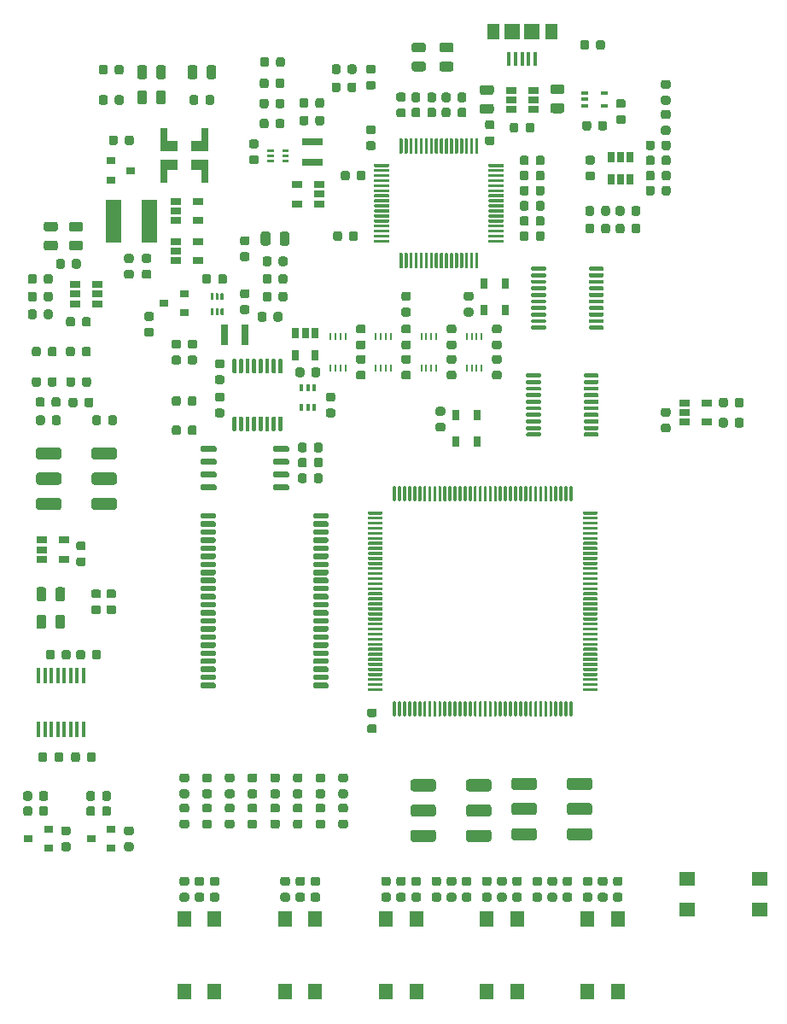
<source format=gbr>
%TF.GenerationSoftware,KiCad,Pcbnew,(5.1.6)-1*%
%TF.CreationDate,2020-06-19T12:40:56+02:00*%
%TF.ProjectId,iceduino,69636564-7569-46e6-9f2e-6b696361645f,rev?*%
%TF.SameCoordinates,Original*%
%TF.FileFunction,Paste,Top*%
%TF.FilePolarity,Positive*%
%FSLAX46Y46*%
G04 Gerber Fmt 4.6, Leading zero omitted, Abs format (unit mm)*
G04 Created by KiCad (PCBNEW (5.1.6)-1) date 2020-06-19 12:40:56*
%MOMM*%
%LPD*%
G01*
G04 APERTURE LIST*
%ADD10R,0.410000X1.600000*%
%ADD11R,1.060000X0.650000*%
%ADD12R,0.400000X1.350000*%
%ADD13R,1.145000X1.550000*%
%ADD14R,1.500000X1.550000*%
%ADD15R,0.700000X2.300000*%
%ADD16R,1.700000X1.000000*%
%ADD17R,1.500000X4.200000*%
%ADD18R,0.800000X2.000000*%
%ADD19R,2.000000X0.800000*%
%ADD20R,0.900000X0.800000*%
%ADD21R,1.400000X1.600000*%
%ADD22R,1.600000X1.400000*%
%ADD23R,0.650000X0.400000*%
%ADD24R,0.650000X1.060000*%
%ADD25R,0.250000X0.750000*%
%ADD26R,0.400000X0.650000*%
%ADD27R,0.800000X1.000000*%
G04 APERTURE END LIST*
%TO.C,U20*%
G36*
G01*
X67925000Y-73900000D02*
X68125000Y-73900000D01*
G75*
G02*
X68225000Y-74000000I0J-100000D01*
G01*
X68225000Y-75275000D01*
G75*
G02*
X68125000Y-75375000I-100000J0D01*
G01*
X67925000Y-75375000D01*
G75*
G02*
X67825000Y-75275000I0J100000D01*
G01*
X67825000Y-74000000D01*
G75*
G02*
X67925000Y-73900000I100000J0D01*
G01*
G37*
G36*
G01*
X67275000Y-73900000D02*
X67475000Y-73900000D01*
G75*
G02*
X67575000Y-74000000I0J-100000D01*
G01*
X67575000Y-75275000D01*
G75*
G02*
X67475000Y-75375000I-100000J0D01*
G01*
X67275000Y-75375000D01*
G75*
G02*
X67175000Y-75275000I0J100000D01*
G01*
X67175000Y-74000000D01*
G75*
G02*
X67275000Y-73900000I100000J0D01*
G01*
G37*
G36*
G01*
X66625000Y-73900000D02*
X66825000Y-73900000D01*
G75*
G02*
X66925000Y-74000000I0J-100000D01*
G01*
X66925000Y-75275000D01*
G75*
G02*
X66825000Y-75375000I-100000J0D01*
G01*
X66625000Y-75375000D01*
G75*
G02*
X66525000Y-75275000I0J100000D01*
G01*
X66525000Y-74000000D01*
G75*
G02*
X66625000Y-73900000I100000J0D01*
G01*
G37*
G36*
G01*
X65975000Y-73900000D02*
X66175000Y-73900000D01*
G75*
G02*
X66275000Y-74000000I0J-100000D01*
G01*
X66275000Y-75275000D01*
G75*
G02*
X66175000Y-75375000I-100000J0D01*
G01*
X65975000Y-75375000D01*
G75*
G02*
X65875000Y-75275000I0J100000D01*
G01*
X65875000Y-74000000D01*
G75*
G02*
X65975000Y-73900000I100000J0D01*
G01*
G37*
G36*
G01*
X65325000Y-73900000D02*
X65525000Y-73900000D01*
G75*
G02*
X65625000Y-74000000I0J-100000D01*
G01*
X65625000Y-75275000D01*
G75*
G02*
X65525000Y-75375000I-100000J0D01*
G01*
X65325000Y-75375000D01*
G75*
G02*
X65225000Y-75275000I0J100000D01*
G01*
X65225000Y-74000000D01*
G75*
G02*
X65325000Y-73900000I100000J0D01*
G01*
G37*
G36*
G01*
X64675000Y-73900000D02*
X64875000Y-73900000D01*
G75*
G02*
X64975000Y-74000000I0J-100000D01*
G01*
X64975000Y-75275000D01*
G75*
G02*
X64875000Y-75375000I-100000J0D01*
G01*
X64675000Y-75375000D01*
G75*
G02*
X64575000Y-75275000I0J100000D01*
G01*
X64575000Y-74000000D01*
G75*
G02*
X64675000Y-73900000I100000J0D01*
G01*
G37*
G36*
G01*
X64025000Y-73900000D02*
X64225000Y-73900000D01*
G75*
G02*
X64325000Y-74000000I0J-100000D01*
G01*
X64325000Y-75275000D01*
G75*
G02*
X64225000Y-75375000I-100000J0D01*
G01*
X64025000Y-75375000D01*
G75*
G02*
X63925000Y-75275000I0J100000D01*
G01*
X63925000Y-74000000D01*
G75*
G02*
X64025000Y-73900000I100000J0D01*
G01*
G37*
G36*
G01*
X63375000Y-73900000D02*
X63575000Y-73900000D01*
G75*
G02*
X63675000Y-74000000I0J-100000D01*
G01*
X63675000Y-75275000D01*
G75*
G02*
X63575000Y-75375000I-100000J0D01*
G01*
X63375000Y-75375000D01*
G75*
G02*
X63275000Y-75275000I0J100000D01*
G01*
X63275000Y-74000000D01*
G75*
G02*
X63375000Y-73900000I100000J0D01*
G01*
G37*
G36*
G01*
X63375000Y-79625000D02*
X63575000Y-79625000D01*
G75*
G02*
X63675000Y-79725000I0J-100000D01*
G01*
X63675000Y-81000000D01*
G75*
G02*
X63575000Y-81100000I-100000J0D01*
G01*
X63375000Y-81100000D01*
G75*
G02*
X63275000Y-81000000I0J100000D01*
G01*
X63275000Y-79725000D01*
G75*
G02*
X63375000Y-79625000I100000J0D01*
G01*
G37*
G36*
G01*
X64025000Y-79625000D02*
X64225000Y-79625000D01*
G75*
G02*
X64325000Y-79725000I0J-100000D01*
G01*
X64325000Y-81000000D01*
G75*
G02*
X64225000Y-81100000I-100000J0D01*
G01*
X64025000Y-81100000D01*
G75*
G02*
X63925000Y-81000000I0J100000D01*
G01*
X63925000Y-79725000D01*
G75*
G02*
X64025000Y-79625000I100000J0D01*
G01*
G37*
G36*
G01*
X64675000Y-79625000D02*
X64875000Y-79625000D01*
G75*
G02*
X64975000Y-79725000I0J-100000D01*
G01*
X64975000Y-81000000D01*
G75*
G02*
X64875000Y-81100000I-100000J0D01*
G01*
X64675000Y-81100000D01*
G75*
G02*
X64575000Y-81000000I0J100000D01*
G01*
X64575000Y-79725000D01*
G75*
G02*
X64675000Y-79625000I100000J0D01*
G01*
G37*
G36*
G01*
X65325000Y-79625000D02*
X65525000Y-79625000D01*
G75*
G02*
X65625000Y-79725000I0J-100000D01*
G01*
X65625000Y-81000000D01*
G75*
G02*
X65525000Y-81100000I-100000J0D01*
G01*
X65325000Y-81100000D01*
G75*
G02*
X65225000Y-81000000I0J100000D01*
G01*
X65225000Y-79725000D01*
G75*
G02*
X65325000Y-79625000I100000J0D01*
G01*
G37*
G36*
G01*
X65975000Y-79625000D02*
X66175000Y-79625000D01*
G75*
G02*
X66275000Y-79725000I0J-100000D01*
G01*
X66275000Y-81000000D01*
G75*
G02*
X66175000Y-81100000I-100000J0D01*
G01*
X65975000Y-81100000D01*
G75*
G02*
X65875000Y-81000000I0J100000D01*
G01*
X65875000Y-79725000D01*
G75*
G02*
X65975000Y-79625000I100000J0D01*
G01*
G37*
G36*
G01*
X66625000Y-79625000D02*
X66825000Y-79625000D01*
G75*
G02*
X66925000Y-79725000I0J-100000D01*
G01*
X66925000Y-81000000D01*
G75*
G02*
X66825000Y-81100000I-100000J0D01*
G01*
X66625000Y-81100000D01*
G75*
G02*
X66525000Y-81000000I0J100000D01*
G01*
X66525000Y-79725000D01*
G75*
G02*
X66625000Y-79625000I100000J0D01*
G01*
G37*
G36*
G01*
X67275000Y-79625000D02*
X67475000Y-79625000D01*
G75*
G02*
X67575000Y-79725000I0J-100000D01*
G01*
X67575000Y-81000000D01*
G75*
G02*
X67475000Y-81100000I-100000J0D01*
G01*
X67275000Y-81100000D01*
G75*
G02*
X67175000Y-81000000I0J100000D01*
G01*
X67175000Y-79725000D01*
G75*
G02*
X67275000Y-79625000I100000J0D01*
G01*
G37*
G36*
G01*
X67925000Y-79625000D02*
X68125000Y-79625000D01*
G75*
G02*
X68225000Y-79725000I0J-100000D01*
G01*
X68225000Y-81000000D01*
G75*
G02*
X68125000Y-81100000I-100000J0D01*
G01*
X67925000Y-81100000D01*
G75*
G02*
X67825000Y-81000000I0J100000D01*
G01*
X67825000Y-79725000D01*
G75*
G02*
X67925000Y-79625000I100000J0D01*
G01*
G37*
%TD*%
%TO.C,U1*%
G36*
G01*
X99499900Y-106632640D02*
X99499900Y-106782640D01*
G75*
G02*
X99424900Y-106857640I-75000J0D01*
G01*
X98099900Y-106857640D01*
G75*
G02*
X98024900Y-106782640I0J75000D01*
G01*
X98024900Y-106632640D01*
G75*
G02*
X98099900Y-106557640I75000J0D01*
G01*
X99424900Y-106557640D01*
G75*
G02*
X99499900Y-106632640I0J-75000D01*
G01*
G37*
G36*
G01*
X99499900Y-106132640D02*
X99499900Y-106282640D01*
G75*
G02*
X99424900Y-106357640I-75000J0D01*
G01*
X98099900Y-106357640D01*
G75*
G02*
X98024900Y-106282640I0J75000D01*
G01*
X98024900Y-106132640D01*
G75*
G02*
X98099900Y-106057640I75000J0D01*
G01*
X99424900Y-106057640D01*
G75*
G02*
X99499900Y-106132640I0J-75000D01*
G01*
G37*
G36*
G01*
X99499900Y-105632640D02*
X99499900Y-105782640D01*
G75*
G02*
X99424900Y-105857640I-75000J0D01*
G01*
X98099900Y-105857640D01*
G75*
G02*
X98024900Y-105782640I0J75000D01*
G01*
X98024900Y-105632640D01*
G75*
G02*
X98099900Y-105557640I75000J0D01*
G01*
X99424900Y-105557640D01*
G75*
G02*
X99499900Y-105632640I0J-75000D01*
G01*
G37*
G36*
G01*
X99499900Y-105132640D02*
X99499900Y-105282640D01*
G75*
G02*
X99424900Y-105357640I-75000J0D01*
G01*
X98099900Y-105357640D01*
G75*
G02*
X98024900Y-105282640I0J75000D01*
G01*
X98024900Y-105132640D01*
G75*
G02*
X98099900Y-105057640I75000J0D01*
G01*
X99424900Y-105057640D01*
G75*
G02*
X99499900Y-105132640I0J-75000D01*
G01*
G37*
G36*
G01*
X99499900Y-104632640D02*
X99499900Y-104782640D01*
G75*
G02*
X99424900Y-104857640I-75000J0D01*
G01*
X98099900Y-104857640D01*
G75*
G02*
X98024900Y-104782640I0J75000D01*
G01*
X98024900Y-104632640D01*
G75*
G02*
X98099900Y-104557640I75000J0D01*
G01*
X99424900Y-104557640D01*
G75*
G02*
X99499900Y-104632640I0J-75000D01*
G01*
G37*
G36*
G01*
X99499900Y-104132640D02*
X99499900Y-104282640D01*
G75*
G02*
X99424900Y-104357640I-75000J0D01*
G01*
X98099900Y-104357640D01*
G75*
G02*
X98024900Y-104282640I0J75000D01*
G01*
X98024900Y-104132640D01*
G75*
G02*
X98099900Y-104057640I75000J0D01*
G01*
X99424900Y-104057640D01*
G75*
G02*
X99499900Y-104132640I0J-75000D01*
G01*
G37*
G36*
G01*
X99499900Y-103632640D02*
X99499900Y-103782640D01*
G75*
G02*
X99424900Y-103857640I-75000J0D01*
G01*
X98099900Y-103857640D01*
G75*
G02*
X98024900Y-103782640I0J75000D01*
G01*
X98024900Y-103632640D01*
G75*
G02*
X98099900Y-103557640I75000J0D01*
G01*
X99424900Y-103557640D01*
G75*
G02*
X99499900Y-103632640I0J-75000D01*
G01*
G37*
G36*
G01*
X99499900Y-103132640D02*
X99499900Y-103282640D01*
G75*
G02*
X99424900Y-103357640I-75000J0D01*
G01*
X98099900Y-103357640D01*
G75*
G02*
X98024900Y-103282640I0J75000D01*
G01*
X98024900Y-103132640D01*
G75*
G02*
X98099900Y-103057640I75000J0D01*
G01*
X99424900Y-103057640D01*
G75*
G02*
X99499900Y-103132640I0J-75000D01*
G01*
G37*
G36*
G01*
X99499900Y-102632640D02*
X99499900Y-102782640D01*
G75*
G02*
X99424900Y-102857640I-75000J0D01*
G01*
X98099900Y-102857640D01*
G75*
G02*
X98024900Y-102782640I0J75000D01*
G01*
X98024900Y-102632640D01*
G75*
G02*
X98099900Y-102557640I75000J0D01*
G01*
X99424900Y-102557640D01*
G75*
G02*
X99499900Y-102632640I0J-75000D01*
G01*
G37*
G36*
G01*
X99499900Y-102132640D02*
X99499900Y-102282640D01*
G75*
G02*
X99424900Y-102357640I-75000J0D01*
G01*
X98099900Y-102357640D01*
G75*
G02*
X98024900Y-102282640I0J75000D01*
G01*
X98024900Y-102132640D01*
G75*
G02*
X98099900Y-102057640I75000J0D01*
G01*
X99424900Y-102057640D01*
G75*
G02*
X99499900Y-102132640I0J-75000D01*
G01*
G37*
G36*
G01*
X99499900Y-101632640D02*
X99499900Y-101782640D01*
G75*
G02*
X99424900Y-101857640I-75000J0D01*
G01*
X98099900Y-101857640D01*
G75*
G02*
X98024900Y-101782640I0J75000D01*
G01*
X98024900Y-101632640D01*
G75*
G02*
X98099900Y-101557640I75000J0D01*
G01*
X99424900Y-101557640D01*
G75*
G02*
X99499900Y-101632640I0J-75000D01*
G01*
G37*
G36*
G01*
X99499900Y-101132640D02*
X99499900Y-101282640D01*
G75*
G02*
X99424900Y-101357640I-75000J0D01*
G01*
X98099900Y-101357640D01*
G75*
G02*
X98024900Y-101282640I0J75000D01*
G01*
X98024900Y-101132640D01*
G75*
G02*
X98099900Y-101057640I75000J0D01*
G01*
X99424900Y-101057640D01*
G75*
G02*
X99499900Y-101132640I0J-75000D01*
G01*
G37*
G36*
G01*
X99499900Y-100632640D02*
X99499900Y-100782640D01*
G75*
G02*
X99424900Y-100857640I-75000J0D01*
G01*
X98099900Y-100857640D01*
G75*
G02*
X98024900Y-100782640I0J75000D01*
G01*
X98024900Y-100632640D01*
G75*
G02*
X98099900Y-100557640I75000J0D01*
G01*
X99424900Y-100557640D01*
G75*
G02*
X99499900Y-100632640I0J-75000D01*
G01*
G37*
G36*
G01*
X99499900Y-100132640D02*
X99499900Y-100282640D01*
G75*
G02*
X99424900Y-100357640I-75000J0D01*
G01*
X98099900Y-100357640D01*
G75*
G02*
X98024900Y-100282640I0J75000D01*
G01*
X98024900Y-100132640D01*
G75*
G02*
X98099900Y-100057640I75000J0D01*
G01*
X99424900Y-100057640D01*
G75*
G02*
X99499900Y-100132640I0J-75000D01*
G01*
G37*
G36*
G01*
X99499900Y-99632640D02*
X99499900Y-99782640D01*
G75*
G02*
X99424900Y-99857640I-75000J0D01*
G01*
X98099900Y-99857640D01*
G75*
G02*
X98024900Y-99782640I0J75000D01*
G01*
X98024900Y-99632640D01*
G75*
G02*
X98099900Y-99557640I75000J0D01*
G01*
X99424900Y-99557640D01*
G75*
G02*
X99499900Y-99632640I0J-75000D01*
G01*
G37*
G36*
G01*
X99499900Y-99132640D02*
X99499900Y-99282640D01*
G75*
G02*
X99424900Y-99357640I-75000J0D01*
G01*
X98099900Y-99357640D01*
G75*
G02*
X98024900Y-99282640I0J75000D01*
G01*
X98024900Y-99132640D01*
G75*
G02*
X98099900Y-99057640I75000J0D01*
G01*
X99424900Y-99057640D01*
G75*
G02*
X99499900Y-99132640I0J-75000D01*
G01*
G37*
G36*
G01*
X99499900Y-98632640D02*
X99499900Y-98782640D01*
G75*
G02*
X99424900Y-98857640I-75000J0D01*
G01*
X98099900Y-98857640D01*
G75*
G02*
X98024900Y-98782640I0J75000D01*
G01*
X98024900Y-98632640D01*
G75*
G02*
X98099900Y-98557640I75000J0D01*
G01*
X99424900Y-98557640D01*
G75*
G02*
X99499900Y-98632640I0J-75000D01*
G01*
G37*
G36*
G01*
X99499900Y-98132640D02*
X99499900Y-98282640D01*
G75*
G02*
X99424900Y-98357640I-75000J0D01*
G01*
X98099900Y-98357640D01*
G75*
G02*
X98024900Y-98282640I0J75000D01*
G01*
X98024900Y-98132640D01*
G75*
G02*
X98099900Y-98057640I75000J0D01*
G01*
X99424900Y-98057640D01*
G75*
G02*
X99499900Y-98132640I0J-75000D01*
G01*
G37*
G36*
G01*
X99499900Y-97632640D02*
X99499900Y-97782640D01*
G75*
G02*
X99424900Y-97857640I-75000J0D01*
G01*
X98099900Y-97857640D01*
G75*
G02*
X98024900Y-97782640I0J75000D01*
G01*
X98024900Y-97632640D01*
G75*
G02*
X98099900Y-97557640I75000J0D01*
G01*
X99424900Y-97557640D01*
G75*
G02*
X99499900Y-97632640I0J-75000D01*
G01*
G37*
G36*
G01*
X99499900Y-97132640D02*
X99499900Y-97282640D01*
G75*
G02*
X99424900Y-97357640I-75000J0D01*
G01*
X98099900Y-97357640D01*
G75*
G02*
X98024900Y-97282640I0J75000D01*
G01*
X98024900Y-97132640D01*
G75*
G02*
X98099900Y-97057640I75000J0D01*
G01*
X99424900Y-97057640D01*
G75*
G02*
X99499900Y-97132640I0J-75000D01*
G01*
G37*
G36*
G01*
X99499900Y-96632640D02*
X99499900Y-96782640D01*
G75*
G02*
X99424900Y-96857640I-75000J0D01*
G01*
X98099900Y-96857640D01*
G75*
G02*
X98024900Y-96782640I0J75000D01*
G01*
X98024900Y-96632640D01*
G75*
G02*
X98099900Y-96557640I75000J0D01*
G01*
X99424900Y-96557640D01*
G75*
G02*
X99499900Y-96632640I0J-75000D01*
G01*
G37*
G36*
G01*
X99499900Y-96132640D02*
X99499900Y-96282640D01*
G75*
G02*
X99424900Y-96357640I-75000J0D01*
G01*
X98099900Y-96357640D01*
G75*
G02*
X98024900Y-96282640I0J75000D01*
G01*
X98024900Y-96132640D01*
G75*
G02*
X98099900Y-96057640I75000J0D01*
G01*
X99424900Y-96057640D01*
G75*
G02*
X99499900Y-96132640I0J-75000D01*
G01*
G37*
G36*
G01*
X99499900Y-95632640D02*
X99499900Y-95782640D01*
G75*
G02*
X99424900Y-95857640I-75000J0D01*
G01*
X98099900Y-95857640D01*
G75*
G02*
X98024900Y-95782640I0J75000D01*
G01*
X98024900Y-95632640D01*
G75*
G02*
X98099900Y-95557640I75000J0D01*
G01*
X99424900Y-95557640D01*
G75*
G02*
X99499900Y-95632640I0J-75000D01*
G01*
G37*
G36*
G01*
X99499900Y-95132640D02*
X99499900Y-95282640D01*
G75*
G02*
X99424900Y-95357640I-75000J0D01*
G01*
X98099900Y-95357640D01*
G75*
G02*
X98024900Y-95282640I0J75000D01*
G01*
X98024900Y-95132640D01*
G75*
G02*
X98099900Y-95057640I75000J0D01*
G01*
X99424900Y-95057640D01*
G75*
G02*
X99499900Y-95132640I0J-75000D01*
G01*
G37*
G36*
G01*
X99499900Y-94632640D02*
X99499900Y-94782640D01*
G75*
G02*
X99424900Y-94857640I-75000J0D01*
G01*
X98099900Y-94857640D01*
G75*
G02*
X98024900Y-94782640I0J75000D01*
G01*
X98024900Y-94632640D01*
G75*
G02*
X98099900Y-94557640I75000J0D01*
G01*
X99424900Y-94557640D01*
G75*
G02*
X99499900Y-94632640I0J-75000D01*
G01*
G37*
G36*
G01*
X99499900Y-94132640D02*
X99499900Y-94282640D01*
G75*
G02*
X99424900Y-94357640I-75000J0D01*
G01*
X98099900Y-94357640D01*
G75*
G02*
X98024900Y-94282640I0J75000D01*
G01*
X98024900Y-94132640D01*
G75*
G02*
X98099900Y-94057640I75000J0D01*
G01*
X99424900Y-94057640D01*
G75*
G02*
X99499900Y-94132640I0J-75000D01*
G01*
G37*
G36*
G01*
X99499900Y-93632640D02*
X99499900Y-93782640D01*
G75*
G02*
X99424900Y-93857640I-75000J0D01*
G01*
X98099900Y-93857640D01*
G75*
G02*
X98024900Y-93782640I0J75000D01*
G01*
X98024900Y-93632640D01*
G75*
G02*
X98099900Y-93557640I75000J0D01*
G01*
X99424900Y-93557640D01*
G75*
G02*
X99499900Y-93632640I0J-75000D01*
G01*
G37*
G36*
G01*
X99499900Y-93132640D02*
X99499900Y-93282640D01*
G75*
G02*
X99424900Y-93357640I-75000J0D01*
G01*
X98099900Y-93357640D01*
G75*
G02*
X98024900Y-93282640I0J75000D01*
G01*
X98024900Y-93132640D01*
G75*
G02*
X98099900Y-93057640I75000J0D01*
G01*
X99424900Y-93057640D01*
G75*
G02*
X99499900Y-93132640I0J-75000D01*
G01*
G37*
G36*
G01*
X99499900Y-92632640D02*
X99499900Y-92782640D01*
G75*
G02*
X99424900Y-92857640I-75000J0D01*
G01*
X98099900Y-92857640D01*
G75*
G02*
X98024900Y-92782640I0J75000D01*
G01*
X98024900Y-92632640D01*
G75*
G02*
X98099900Y-92557640I75000J0D01*
G01*
X99424900Y-92557640D01*
G75*
G02*
X99499900Y-92632640I0J-75000D01*
G01*
G37*
G36*
G01*
X99499900Y-92132640D02*
X99499900Y-92282640D01*
G75*
G02*
X99424900Y-92357640I-75000J0D01*
G01*
X98099900Y-92357640D01*
G75*
G02*
X98024900Y-92282640I0J75000D01*
G01*
X98024900Y-92132640D01*
G75*
G02*
X98099900Y-92057640I75000J0D01*
G01*
X99424900Y-92057640D01*
G75*
G02*
X99499900Y-92132640I0J-75000D01*
G01*
G37*
G36*
G01*
X99499900Y-91632640D02*
X99499900Y-91782640D01*
G75*
G02*
X99424900Y-91857640I-75000J0D01*
G01*
X98099900Y-91857640D01*
G75*
G02*
X98024900Y-91782640I0J75000D01*
G01*
X98024900Y-91632640D01*
G75*
G02*
X98099900Y-91557640I75000J0D01*
G01*
X99424900Y-91557640D01*
G75*
G02*
X99499900Y-91632640I0J-75000D01*
G01*
G37*
G36*
G01*
X99499900Y-91132640D02*
X99499900Y-91282640D01*
G75*
G02*
X99424900Y-91357640I-75000J0D01*
G01*
X98099900Y-91357640D01*
G75*
G02*
X98024900Y-91282640I0J75000D01*
G01*
X98024900Y-91132640D01*
G75*
G02*
X98099900Y-91057640I75000J0D01*
G01*
X99424900Y-91057640D01*
G75*
G02*
X99499900Y-91132640I0J-75000D01*
G01*
G37*
G36*
G01*
X99499900Y-90632640D02*
X99499900Y-90782640D01*
G75*
G02*
X99424900Y-90857640I-75000J0D01*
G01*
X98099900Y-90857640D01*
G75*
G02*
X98024900Y-90782640I0J75000D01*
G01*
X98024900Y-90632640D01*
G75*
G02*
X98099900Y-90557640I75000J0D01*
G01*
X99424900Y-90557640D01*
G75*
G02*
X99499900Y-90632640I0J-75000D01*
G01*
G37*
G36*
G01*
X99499900Y-90132640D02*
X99499900Y-90282640D01*
G75*
G02*
X99424900Y-90357640I-75000J0D01*
G01*
X98099900Y-90357640D01*
G75*
G02*
X98024900Y-90282640I0J75000D01*
G01*
X98024900Y-90132640D01*
G75*
G02*
X98099900Y-90057640I75000J0D01*
G01*
X99424900Y-90057640D01*
G75*
G02*
X99499900Y-90132640I0J-75000D01*
G01*
G37*
G36*
G01*
X99499900Y-89632640D02*
X99499900Y-89782640D01*
G75*
G02*
X99424900Y-89857640I-75000J0D01*
G01*
X98099900Y-89857640D01*
G75*
G02*
X98024900Y-89782640I0J75000D01*
G01*
X98024900Y-89632640D01*
G75*
G02*
X98099900Y-89557640I75000J0D01*
G01*
X99424900Y-89557640D01*
G75*
G02*
X99499900Y-89632640I0J-75000D01*
G01*
G37*
G36*
G01*
X99499900Y-89132640D02*
X99499900Y-89282640D01*
G75*
G02*
X99424900Y-89357640I-75000J0D01*
G01*
X98099900Y-89357640D01*
G75*
G02*
X98024900Y-89282640I0J75000D01*
G01*
X98024900Y-89132640D01*
G75*
G02*
X98099900Y-89057640I75000J0D01*
G01*
X99424900Y-89057640D01*
G75*
G02*
X99499900Y-89132640I0J-75000D01*
G01*
G37*
G36*
G01*
X96999900Y-86632640D02*
X96999900Y-87957640D01*
G75*
G02*
X96924900Y-88032640I-75000J0D01*
G01*
X96774900Y-88032640D01*
G75*
G02*
X96699900Y-87957640I0J75000D01*
G01*
X96699900Y-86632640D01*
G75*
G02*
X96774900Y-86557640I75000J0D01*
G01*
X96924900Y-86557640D01*
G75*
G02*
X96999900Y-86632640I0J-75000D01*
G01*
G37*
G36*
G01*
X96499900Y-86632640D02*
X96499900Y-87957640D01*
G75*
G02*
X96424900Y-88032640I-75000J0D01*
G01*
X96274900Y-88032640D01*
G75*
G02*
X96199900Y-87957640I0J75000D01*
G01*
X96199900Y-86632640D01*
G75*
G02*
X96274900Y-86557640I75000J0D01*
G01*
X96424900Y-86557640D01*
G75*
G02*
X96499900Y-86632640I0J-75000D01*
G01*
G37*
G36*
G01*
X95999900Y-86632640D02*
X95999900Y-87957640D01*
G75*
G02*
X95924900Y-88032640I-75000J0D01*
G01*
X95774900Y-88032640D01*
G75*
G02*
X95699900Y-87957640I0J75000D01*
G01*
X95699900Y-86632640D01*
G75*
G02*
X95774900Y-86557640I75000J0D01*
G01*
X95924900Y-86557640D01*
G75*
G02*
X95999900Y-86632640I0J-75000D01*
G01*
G37*
G36*
G01*
X95499900Y-86632640D02*
X95499900Y-87957640D01*
G75*
G02*
X95424900Y-88032640I-75000J0D01*
G01*
X95274900Y-88032640D01*
G75*
G02*
X95199900Y-87957640I0J75000D01*
G01*
X95199900Y-86632640D01*
G75*
G02*
X95274900Y-86557640I75000J0D01*
G01*
X95424900Y-86557640D01*
G75*
G02*
X95499900Y-86632640I0J-75000D01*
G01*
G37*
G36*
G01*
X94999900Y-86632640D02*
X94999900Y-87957640D01*
G75*
G02*
X94924900Y-88032640I-75000J0D01*
G01*
X94774900Y-88032640D01*
G75*
G02*
X94699900Y-87957640I0J75000D01*
G01*
X94699900Y-86632640D01*
G75*
G02*
X94774900Y-86557640I75000J0D01*
G01*
X94924900Y-86557640D01*
G75*
G02*
X94999900Y-86632640I0J-75000D01*
G01*
G37*
G36*
G01*
X94499900Y-86632640D02*
X94499900Y-87957640D01*
G75*
G02*
X94424900Y-88032640I-75000J0D01*
G01*
X94274900Y-88032640D01*
G75*
G02*
X94199900Y-87957640I0J75000D01*
G01*
X94199900Y-86632640D01*
G75*
G02*
X94274900Y-86557640I75000J0D01*
G01*
X94424900Y-86557640D01*
G75*
G02*
X94499900Y-86632640I0J-75000D01*
G01*
G37*
G36*
G01*
X93999900Y-86632640D02*
X93999900Y-87957640D01*
G75*
G02*
X93924900Y-88032640I-75000J0D01*
G01*
X93774900Y-88032640D01*
G75*
G02*
X93699900Y-87957640I0J75000D01*
G01*
X93699900Y-86632640D01*
G75*
G02*
X93774900Y-86557640I75000J0D01*
G01*
X93924900Y-86557640D01*
G75*
G02*
X93999900Y-86632640I0J-75000D01*
G01*
G37*
G36*
G01*
X93499900Y-86632640D02*
X93499900Y-87957640D01*
G75*
G02*
X93424900Y-88032640I-75000J0D01*
G01*
X93274900Y-88032640D01*
G75*
G02*
X93199900Y-87957640I0J75000D01*
G01*
X93199900Y-86632640D01*
G75*
G02*
X93274900Y-86557640I75000J0D01*
G01*
X93424900Y-86557640D01*
G75*
G02*
X93499900Y-86632640I0J-75000D01*
G01*
G37*
G36*
G01*
X92999900Y-86632640D02*
X92999900Y-87957640D01*
G75*
G02*
X92924900Y-88032640I-75000J0D01*
G01*
X92774900Y-88032640D01*
G75*
G02*
X92699900Y-87957640I0J75000D01*
G01*
X92699900Y-86632640D01*
G75*
G02*
X92774900Y-86557640I75000J0D01*
G01*
X92924900Y-86557640D01*
G75*
G02*
X92999900Y-86632640I0J-75000D01*
G01*
G37*
G36*
G01*
X92499900Y-86632640D02*
X92499900Y-87957640D01*
G75*
G02*
X92424900Y-88032640I-75000J0D01*
G01*
X92274900Y-88032640D01*
G75*
G02*
X92199900Y-87957640I0J75000D01*
G01*
X92199900Y-86632640D01*
G75*
G02*
X92274900Y-86557640I75000J0D01*
G01*
X92424900Y-86557640D01*
G75*
G02*
X92499900Y-86632640I0J-75000D01*
G01*
G37*
G36*
G01*
X91999900Y-86632640D02*
X91999900Y-87957640D01*
G75*
G02*
X91924900Y-88032640I-75000J0D01*
G01*
X91774900Y-88032640D01*
G75*
G02*
X91699900Y-87957640I0J75000D01*
G01*
X91699900Y-86632640D01*
G75*
G02*
X91774900Y-86557640I75000J0D01*
G01*
X91924900Y-86557640D01*
G75*
G02*
X91999900Y-86632640I0J-75000D01*
G01*
G37*
G36*
G01*
X91499900Y-86632640D02*
X91499900Y-87957640D01*
G75*
G02*
X91424900Y-88032640I-75000J0D01*
G01*
X91274900Y-88032640D01*
G75*
G02*
X91199900Y-87957640I0J75000D01*
G01*
X91199900Y-86632640D01*
G75*
G02*
X91274900Y-86557640I75000J0D01*
G01*
X91424900Y-86557640D01*
G75*
G02*
X91499900Y-86632640I0J-75000D01*
G01*
G37*
G36*
G01*
X90999900Y-86632640D02*
X90999900Y-87957640D01*
G75*
G02*
X90924900Y-88032640I-75000J0D01*
G01*
X90774900Y-88032640D01*
G75*
G02*
X90699900Y-87957640I0J75000D01*
G01*
X90699900Y-86632640D01*
G75*
G02*
X90774900Y-86557640I75000J0D01*
G01*
X90924900Y-86557640D01*
G75*
G02*
X90999900Y-86632640I0J-75000D01*
G01*
G37*
G36*
G01*
X90499900Y-86632640D02*
X90499900Y-87957640D01*
G75*
G02*
X90424900Y-88032640I-75000J0D01*
G01*
X90274900Y-88032640D01*
G75*
G02*
X90199900Y-87957640I0J75000D01*
G01*
X90199900Y-86632640D01*
G75*
G02*
X90274900Y-86557640I75000J0D01*
G01*
X90424900Y-86557640D01*
G75*
G02*
X90499900Y-86632640I0J-75000D01*
G01*
G37*
G36*
G01*
X89999900Y-86632640D02*
X89999900Y-87957640D01*
G75*
G02*
X89924900Y-88032640I-75000J0D01*
G01*
X89774900Y-88032640D01*
G75*
G02*
X89699900Y-87957640I0J75000D01*
G01*
X89699900Y-86632640D01*
G75*
G02*
X89774900Y-86557640I75000J0D01*
G01*
X89924900Y-86557640D01*
G75*
G02*
X89999900Y-86632640I0J-75000D01*
G01*
G37*
G36*
G01*
X89499900Y-86632640D02*
X89499900Y-87957640D01*
G75*
G02*
X89424900Y-88032640I-75000J0D01*
G01*
X89274900Y-88032640D01*
G75*
G02*
X89199900Y-87957640I0J75000D01*
G01*
X89199900Y-86632640D01*
G75*
G02*
X89274900Y-86557640I75000J0D01*
G01*
X89424900Y-86557640D01*
G75*
G02*
X89499900Y-86632640I0J-75000D01*
G01*
G37*
G36*
G01*
X88999900Y-86632640D02*
X88999900Y-87957640D01*
G75*
G02*
X88924900Y-88032640I-75000J0D01*
G01*
X88774900Y-88032640D01*
G75*
G02*
X88699900Y-87957640I0J75000D01*
G01*
X88699900Y-86632640D01*
G75*
G02*
X88774900Y-86557640I75000J0D01*
G01*
X88924900Y-86557640D01*
G75*
G02*
X88999900Y-86632640I0J-75000D01*
G01*
G37*
G36*
G01*
X88499900Y-86632640D02*
X88499900Y-87957640D01*
G75*
G02*
X88424900Y-88032640I-75000J0D01*
G01*
X88274900Y-88032640D01*
G75*
G02*
X88199900Y-87957640I0J75000D01*
G01*
X88199900Y-86632640D01*
G75*
G02*
X88274900Y-86557640I75000J0D01*
G01*
X88424900Y-86557640D01*
G75*
G02*
X88499900Y-86632640I0J-75000D01*
G01*
G37*
G36*
G01*
X87999900Y-86632640D02*
X87999900Y-87957640D01*
G75*
G02*
X87924900Y-88032640I-75000J0D01*
G01*
X87774900Y-88032640D01*
G75*
G02*
X87699900Y-87957640I0J75000D01*
G01*
X87699900Y-86632640D01*
G75*
G02*
X87774900Y-86557640I75000J0D01*
G01*
X87924900Y-86557640D01*
G75*
G02*
X87999900Y-86632640I0J-75000D01*
G01*
G37*
G36*
G01*
X87499900Y-86632640D02*
X87499900Y-87957640D01*
G75*
G02*
X87424900Y-88032640I-75000J0D01*
G01*
X87274900Y-88032640D01*
G75*
G02*
X87199900Y-87957640I0J75000D01*
G01*
X87199900Y-86632640D01*
G75*
G02*
X87274900Y-86557640I75000J0D01*
G01*
X87424900Y-86557640D01*
G75*
G02*
X87499900Y-86632640I0J-75000D01*
G01*
G37*
G36*
G01*
X86999900Y-86632640D02*
X86999900Y-87957640D01*
G75*
G02*
X86924900Y-88032640I-75000J0D01*
G01*
X86774900Y-88032640D01*
G75*
G02*
X86699900Y-87957640I0J75000D01*
G01*
X86699900Y-86632640D01*
G75*
G02*
X86774900Y-86557640I75000J0D01*
G01*
X86924900Y-86557640D01*
G75*
G02*
X86999900Y-86632640I0J-75000D01*
G01*
G37*
G36*
G01*
X86499900Y-86632640D02*
X86499900Y-87957640D01*
G75*
G02*
X86424900Y-88032640I-75000J0D01*
G01*
X86274900Y-88032640D01*
G75*
G02*
X86199900Y-87957640I0J75000D01*
G01*
X86199900Y-86632640D01*
G75*
G02*
X86274900Y-86557640I75000J0D01*
G01*
X86424900Y-86557640D01*
G75*
G02*
X86499900Y-86632640I0J-75000D01*
G01*
G37*
G36*
G01*
X85999900Y-86632640D02*
X85999900Y-87957640D01*
G75*
G02*
X85924900Y-88032640I-75000J0D01*
G01*
X85774900Y-88032640D01*
G75*
G02*
X85699900Y-87957640I0J75000D01*
G01*
X85699900Y-86632640D01*
G75*
G02*
X85774900Y-86557640I75000J0D01*
G01*
X85924900Y-86557640D01*
G75*
G02*
X85999900Y-86632640I0J-75000D01*
G01*
G37*
G36*
G01*
X85499900Y-86632640D02*
X85499900Y-87957640D01*
G75*
G02*
X85424900Y-88032640I-75000J0D01*
G01*
X85274900Y-88032640D01*
G75*
G02*
X85199900Y-87957640I0J75000D01*
G01*
X85199900Y-86632640D01*
G75*
G02*
X85274900Y-86557640I75000J0D01*
G01*
X85424900Y-86557640D01*
G75*
G02*
X85499900Y-86632640I0J-75000D01*
G01*
G37*
G36*
G01*
X84999900Y-86632640D02*
X84999900Y-87957640D01*
G75*
G02*
X84924900Y-88032640I-75000J0D01*
G01*
X84774900Y-88032640D01*
G75*
G02*
X84699900Y-87957640I0J75000D01*
G01*
X84699900Y-86632640D01*
G75*
G02*
X84774900Y-86557640I75000J0D01*
G01*
X84924900Y-86557640D01*
G75*
G02*
X84999900Y-86632640I0J-75000D01*
G01*
G37*
G36*
G01*
X84499900Y-86632640D02*
X84499900Y-87957640D01*
G75*
G02*
X84424900Y-88032640I-75000J0D01*
G01*
X84274900Y-88032640D01*
G75*
G02*
X84199900Y-87957640I0J75000D01*
G01*
X84199900Y-86632640D01*
G75*
G02*
X84274900Y-86557640I75000J0D01*
G01*
X84424900Y-86557640D01*
G75*
G02*
X84499900Y-86632640I0J-75000D01*
G01*
G37*
G36*
G01*
X83999900Y-86632640D02*
X83999900Y-87957640D01*
G75*
G02*
X83924900Y-88032640I-75000J0D01*
G01*
X83774900Y-88032640D01*
G75*
G02*
X83699900Y-87957640I0J75000D01*
G01*
X83699900Y-86632640D01*
G75*
G02*
X83774900Y-86557640I75000J0D01*
G01*
X83924900Y-86557640D01*
G75*
G02*
X83999900Y-86632640I0J-75000D01*
G01*
G37*
G36*
G01*
X83499900Y-86632640D02*
X83499900Y-87957640D01*
G75*
G02*
X83424900Y-88032640I-75000J0D01*
G01*
X83274900Y-88032640D01*
G75*
G02*
X83199900Y-87957640I0J75000D01*
G01*
X83199900Y-86632640D01*
G75*
G02*
X83274900Y-86557640I75000J0D01*
G01*
X83424900Y-86557640D01*
G75*
G02*
X83499900Y-86632640I0J-75000D01*
G01*
G37*
G36*
G01*
X82999900Y-86632640D02*
X82999900Y-87957640D01*
G75*
G02*
X82924900Y-88032640I-75000J0D01*
G01*
X82774900Y-88032640D01*
G75*
G02*
X82699900Y-87957640I0J75000D01*
G01*
X82699900Y-86632640D01*
G75*
G02*
X82774900Y-86557640I75000J0D01*
G01*
X82924900Y-86557640D01*
G75*
G02*
X82999900Y-86632640I0J-75000D01*
G01*
G37*
G36*
G01*
X82499900Y-86632640D02*
X82499900Y-87957640D01*
G75*
G02*
X82424900Y-88032640I-75000J0D01*
G01*
X82274900Y-88032640D01*
G75*
G02*
X82199900Y-87957640I0J75000D01*
G01*
X82199900Y-86632640D01*
G75*
G02*
X82274900Y-86557640I75000J0D01*
G01*
X82424900Y-86557640D01*
G75*
G02*
X82499900Y-86632640I0J-75000D01*
G01*
G37*
G36*
G01*
X81999900Y-86632640D02*
X81999900Y-87957640D01*
G75*
G02*
X81924900Y-88032640I-75000J0D01*
G01*
X81774900Y-88032640D01*
G75*
G02*
X81699900Y-87957640I0J75000D01*
G01*
X81699900Y-86632640D01*
G75*
G02*
X81774900Y-86557640I75000J0D01*
G01*
X81924900Y-86557640D01*
G75*
G02*
X81999900Y-86632640I0J-75000D01*
G01*
G37*
G36*
G01*
X81499900Y-86632640D02*
X81499900Y-87957640D01*
G75*
G02*
X81424900Y-88032640I-75000J0D01*
G01*
X81274900Y-88032640D01*
G75*
G02*
X81199900Y-87957640I0J75000D01*
G01*
X81199900Y-86632640D01*
G75*
G02*
X81274900Y-86557640I75000J0D01*
G01*
X81424900Y-86557640D01*
G75*
G02*
X81499900Y-86632640I0J-75000D01*
G01*
G37*
G36*
G01*
X80999900Y-86632640D02*
X80999900Y-87957640D01*
G75*
G02*
X80924900Y-88032640I-75000J0D01*
G01*
X80774900Y-88032640D01*
G75*
G02*
X80699900Y-87957640I0J75000D01*
G01*
X80699900Y-86632640D01*
G75*
G02*
X80774900Y-86557640I75000J0D01*
G01*
X80924900Y-86557640D01*
G75*
G02*
X80999900Y-86632640I0J-75000D01*
G01*
G37*
G36*
G01*
X80499900Y-86632640D02*
X80499900Y-87957640D01*
G75*
G02*
X80424900Y-88032640I-75000J0D01*
G01*
X80274900Y-88032640D01*
G75*
G02*
X80199900Y-87957640I0J75000D01*
G01*
X80199900Y-86632640D01*
G75*
G02*
X80274900Y-86557640I75000J0D01*
G01*
X80424900Y-86557640D01*
G75*
G02*
X80499900Y-86632640I0J-75000D01*
G01*
G37*
G36*
G01*
X79999900Y-86632640D02*
X79999900Y-87957640D01*
G75*
G02*
X79924900Y-88032640I-75000J0D01*
G01*
X79774900Y-88032640D01*
G75*
G02*
X79699900Y-87957640I0J75000D01*
G01*
X79699900Y-86632640D01*
G75*
G02*
X79774900Y-86557640I75000J0D01*
G01*
X79924900Y-86557640D01*
G75*
G02*
X79999900Y-86632640I0J-75000D01*
G01*
G37*
G36*
G01*
X79499900Y-86632640D02*
X79499900Y-87957640D01*
G75*
G02*
X79424900Y-88032640I-75000J0D01*
G01*
X79274900Y-88032640D01*
G75*
G02*
X79199900Y-87957640I0J75000D01*
G01*
X79199900Y-86632640D01*
G75*
G02*
X79274900Y-86557640I75000J0D01*
G01*
X79424900Y-86557640D01*
G75*
G02*
X79499900Y-86632640I0J-75000D01*
G01*
G37*
G36*
G01*
X78174900Y-89132640D02*
X78174900Y-89282640D01*
G75*
G02*
X78099900Y-89357640I-75000J0D01*
G01*
X76774900Y-89357640D01*
G75*
G02*
X76699900Y-89282640I0J75000D01*
G01*
X76699900Y-89132640D01*
G75*
G02*
X76774900Y-89057640I75000J0D01*
G01*
X78099900Y-89057640D01*
G75*
G02*
X78174900Y-89132640I0J-75000D01*
G01*
G37*
G36*
G01*
X78174900Y-89632640D02*
X78174900Y-89782640D01*
G75*
G02*
X78099900Y-89857640I-75000J0D01*
G01*
X76774900Y-89857640D01*
G75*
G02*
X76699900Y-89782640I0J75000D01*
G01*
X76699900Y-89632640D01*
G75*
G02*
X76774900Y-89557640I75000J0D01*
G01*
X78099900Y-89557640D01*
G75*
G02*
X78174900Y-89632640I0J-75000D01*
G01*
G37*
G36*
G01*
X78174900Y-90132640D02*
X78174900Y-90282640D01*
G75*
G02*
X78099900Y-90357640I-75000J0D01*
G01*
X76774900Y-90357640D01*
G75*
G02*
X76699900Y-90282640I0J75000D01*
G01*
X76699900Y-90132640D01*
G75*
G02*
X76774900Y-90057640I75000J0D01*
G01*
X78099900Y-90057640D01*
G75*
G02*
X78174900Y-90132640I0J-75000D01*
G01*
G37*
G36*
G01*
X78174900Y-90632640D02*
X78174900Y-90782640D01*
G75*
G02*
X78099900Y-90857640I-75000J0D01*
G01*
X76774900Y-90857640D01*
G75*
G02*
X76699900Y-90782640I0J75000D01*
G01*
X76699900Y-90632640D01*
G75*
G02*
X76774900Y-90557640I75000J0D01*
G01*
X78099900Y-90557640D01*
G75*
G02*
X78174900Y-90632640I0J-75000D01*
G01*
G37*
G36*
G01*
X78174900Y-91132640D02*
X78174900Y-91282640D01*
G75*
G02*
X78099900Y-91357640I-75000J0D01*
G01*
X76774900Y-91357640D01*
G75*
G02*
X76699900Y-91282640I0J75000D01*
G01*
X76699900Y-91132640D01*
G75*
G02*
X76774900Y-91057640I75000J0D01*
G01*
X78099900Y-91057640D01*
G75*
G02*
X78174900Y-91132640I0J-75000D01*
G01*
G37*
G36*
G01*
X78174900Y-91632640D02*
X78174900Y-91782640D01*
G75*
G02*
X78099900Y-91857640I-75000J0D01*
G01*
X76774900Y-91857640D01*
G75*
G02*
X76699900Y-91782640I0J75000D01*
G01*
X76699900Y-91632640D01*
G75*
G02*
X76774900Y-91557640I75000J0D01*
G01*
X78099900Y-91557640D01*
G75*
G02*
X78174900Y-91632640I0J-75000D01*
G01*
G37*
G36*
G01*
X78174900Y-92132640D02*
X78174900Y-92282640D01*
G75*
G02*
X78099900Y-92357640I-75000J0D01*
G01*
X76774900Y-92357640D01*
G75*
G02*
X76699900Y-92282640I0J75000D01*
G01*
X76699900Y-92132640D01*
G75*
G02*
X76774900Y-92057640I75000J0D01*
G01*
X78099900Y-92057640D01*
G75*
G02*
X78174900Y-92132640I0J-75000D01*
G01*
G37*
G36*
G01*
X78174900Y-92632640D02*
X78174900Y-92782640D01*
G75*
G02*
X78099900Y-92857640I-75000J0D01*
G01*
X76774900Y-92857640D01*
G75*
G02*
X76699900Y-92782640I0J75000D01*
G01*
X76699900Y-92632640D01*
G75*
G02*
X76774900Y-92557640I75000J0D01*
G01*
X78099900Y-92557640D01*
G75*
G02*
X78174900Y-92632640I0J-75000D01*
G01*
G37*
G36*
G01*
X78174900Y-93132640D02*
X78174900Y-93282640D01*
G75*
G02*
X78099900Y-93357640I-75000J0D01*
G01*
X76774900Y-93357640D01*
G75*
G02*
X76699900Y-93282640I0J75000D01*
G01*
X76699900Y-93132640D01*
G75*
G02*
X76774900Y-93057640I75000J0D01*
G01*
X78099900Y-93057640D01*
G75*
G02*
X78174900Y-93132640I0J-75000D01*
G01*
G37*
G36*
G01*
X78174900Y-93632640D02*
X78174900Y-93782640D01*
G75*
G02*
X78099900Y-93857640I-75000J0D01*
G01*
X76774900Y-93857640D01*
G75*
G02*
X76699900Y-93782640I0J75000D01*
G01*
X76699900Y-93632640D01*
G75*
G02*
X76774900Y-93557640I75000J0D01*
G01*
X78099900Y-93557640D01*
G75*
G02*
X78174900Y-93632640I0J-75000D01*
G01*
G37*
G36*
G01*
X78174900Y-94132640D02*
X78174900Y-94282640D01*
G75*
G02*
X78099900Y-94357640I-75000J0D01*
G01*
X76774900Y-94357640D01*
G75*
G02*
X76699900Y-94282640I0J75000D01*
G01*
X76699900Y-94132640D01*
G75*
G02*
X76774900Y-94057640I75000J0D01*
G01*
X78099900Y-94057640D01*
G75*
G02*
X78174900Y-94132640I0J-75000D01*
G01*
G37*
G36*
G01*
X78174900Y-94632640D02*
X78174900Y-94782640D01*
G75*
G02*
X78099900Y-94857640I-75000J0D01*
G01*
X76774900Y-94857640D01*
G75*
G02*
X76699900Y-94782640I0J75000D01*
G01*
X76699900Y-94632640D01*
G75*
G02*
X76774900Y-94557640I75000J0D01*
G01*
X78099900Y-94557640D01*
G75*
G02*
X78174900Y-94632640I0J-75000D01*
G01*
G37*
G36*
G01*
X78174900Y-95132640D02*
X78174900Y-95282640D01*
G75*
G02*
X78099900Y-95357640I-75000J0D01*
G01*
X76774900Y-95357640D01*
G75*
G02*
X76699900Y-95282640I0J75000D01*
G01*
X76699900Y-95132640D01*
G75*
G02*
X76774900Y-95057640I75000J0D01*
G01*
X78099900Y-95057640D01*
G75*
G02*
X78174900Y-95132640I0J-75000D01*
G01*
G37*
G36*
G01*
X78174900Y-95632640D02*
X78174900Y-95782640D01*
G75*
G02*
X78099900Y-95857640I-75000J0D01*
G01*
X76774900Y-95857640D01*
G75*
G02*
X76699900Y-95782640I0J75000D01*
G01*
X76699900Y-95632640D01*
G75*
G02*
X76774900Y-95557640I75000J0D01*
G01*
X78099900Y-95557640D01*
G75*
G02*
X78174900Y-95632640I0J-75000D01*
G01*
G37*
G36*
G01*
X78174900Y-96132640D02*
X78174900Y-96282640D01*
G75*
G02*
X78099900Y-96357640I-75000J0D01*
G01*
X76774900Y-96357640D01*
G75*
G02*
X76699900Y-96282640I0J75000D01*
G01*
X76699900Y-96132640D01*
G75*
G02*
X76774900Y-96057640I75000J0D01*
G01*
X78099900Y-96057640D01*
G75*
G02*
X78174900Y-96132640I0J-75000D01*
G01*
G37*
G36*
G01*
X78174900Y-96632640D02*
X78174900Y-96782640D01*
G75*
G02*
X78099900Y-96857640I-75000J0D01*
G01*
X76774900Y-96857640D01*
G75*
G02*
X76699900Y-96782640I0J75000D01*
G01*
X76699900Y-96632640D01*
G75*
G02*
X76774900Y-96557640I75000J0D01*
G01*
X78099900Y-96557640D01*
G75*
G02*
X78174900Y-96632640I0J-75000D01*
G01*
G37*
G36*
G01*
X78174900Y-97132640D02*
X78174900Y-97282640D01*
G75*
G02*
X78099900Y-97357640I-75000J0D01*
G01*
X76774900Y-97357640D01*
G75*
G02*
X76699900Y-97282640I0J75000D01*
G01*
X76699900Y-97132640D01*
G75*
G02*
X76774900Y-97057640I75000J0D01*
G01*
X78099900Y-97057640D01*
G75*
G02*
X78174900Y-97132640I0J-75000D01*
G01*
G37*
G36*
G01*
X78174900Y-97632640D02*
X78174900Y-97782640D01*
G75*
G02*
X78099900Y-97857640I-75000J0D01*
G01*
X76774900Y-97857640D01*
G75*
G02*
X76699900Y-97782640I0J75000D01*
G01*
X76699900Y-97632640D01*
G75*
G02*
X76774900Y-97557640I75000J0D01*
G01*
X78099900Y-97557640D01*
G75*
G02*
X78174900Y-97632640I0J-75000D01*
G01*
G37*
G36*
G01*
X78174900Y-98132640D02*
X78174900Y-98282640D01*
G75*
G02*
X78099900Y-98357640I-75000J0D01*
G01*
X76774900Y-98357640D01*
G75*
G02*
X76699900Y-98282640I0J75000D01*
G01*
X76699900Y-98132640D01*
G75*
G02*
X76774900Y-98057640I75000J0D01*
G01*
X78099900Y-98057640D01*
G75*
G02*
X78174900Y-98132640I0J-75000D01*
G01*
G37*
G36*
G01*
X78174900Y-98632640D02*
X78174900Y-98782640D01*
G75*
G02*
X78099900Y-98857640I-75000J0D01*
G01*
X76774900Y-98857640D01*
G75*
G02*
X76699900Y-98782640I0J75000D01*
G01*
X76699900Y-98632640D01*
G75*
G02*
X76774900Y-98557640I75000J0D01*
G01*
X78099900Y-98557640D01*
G75*
G02*
X78174900Y-98632640I0J-75000D01*
G01*
G37*
G36*
G01*
X78174900Y-99132640D02*
X78174900Y-99282640D01*
G75*
G02*
X78099900Y-99357640I-75000J0D01*
G01*
X76774900Y-99357640D01*
G75*
G02*
X76699900Y-99282640I0J75000D01*
G01*
X76699900Y-99132640D01*
G75*
G02*
X76774900Y-99057640I75000J0D01*
G01*
X78099900Y-99057640D01*
G75*
G02*
X78174900Y-99132640I0J-75000D01*
G01*
G37*
G36*
G01*
X78174900Y-99632640D02*
X78174900Y-99782640D01*
G75*
G02*
X78099900Y-99857640I-75000J0D01*
G01*
X76774900Y-99857640D01*
G75*
G02*
X76699900Y-99782640I0J75000D01*
G01*
X76699900Y-99632640D01*
G75*
G02*
X76774900Y-99557640I75000J0D01*
G01*
X78099900Y-99557640D01*
G75*
G02*
X78174900Y-99632640I0J-75000D01*
G01*
G37*
G36*
G01*
X78174900Y-100132640D02*
X78174900Y-100282640D01*
G75*
G02*
X78099900Y-100357640I-75000J0D01*
G01*
X76774900Y-100357640D01*
G75*
G02*
X76699900Y-100282640I0J75000D01*
G01*
X76699900Y-100132640D01*
G75*
G02*
X76774900Y-100057640I75000J0D01*
G01*
X78099900Y-100057640D01*
G75*
G02*
X78174900Y-100132640I0J-75000D01*
G01*
G37*
G36*
G01*
X78174900Y-100632640D02*
X78174900Y-100782640D01*
G75*
G02*
X78099900Y-100857640I-75000J0D01*
G01*
X76774900Y-100857640D01*
G75*
G02*
X76699900Y-100782640I0J75000D01*
G01*
X76699900Y-100632640D01*
G75*
G02*
X76774900Y-100557640I75000J0D01*
G01*
X78099900Y-100557640D01*
G75*
G02*
X78174900Y-100632640I0J-75000D01*
G01*
G37*
G36*
G01*
X78174900Y-101132640D02*
X78174900Y-101282640D01*
G75*
G02*
X78099900Y-101357640I-75000J0D01*
G01*
X76774900Y-101357640D01*
G75*
G02*
X76699900Y-101282640I0J75000D01*
G01*
X76699900Y-101132640D01*
G75*
G02*
X76774900Y-101057640I75000J0D01*
G01*
X78099900Y-101057640D01*
G75*
G02*
X78174900Y-101132640I0J-75000D01*
G01*
G37*
G36*
G01*
X78174900Y-101632640D02*
X78174900Y-101782640D01*
G75*
G02*
X78099900Y-101857640I-75000J0D01*
G01*
X76774900Y-101857640D01*
G75*
G02*
X76699900Y-101782640I0J75000D01*
G01*
X76699900Y-101632640D01*
G75*
G02*
X76774900Y-101557640I75000J0D01*
G01*
X78099900Y-101557640D01*
G75*
G02*
X78174900Y-101632640I0J-75000D01*
G01*
G37*
G36*
G01*
X78174900Y-102132640D02*
X78174900Y-102282640D01*
G75*
G02*
X78099900Y-102357640I-75000J0D01*
G01*
X76774900Y-102357640D01*
G75*
G02*
X76699900Y-102282640I0J75000D01*
G01*
X76699900Y-102132640D01*
G75*
G02*
X76774900Y-102057640I75000J0D01*
G01*
X78099900Y-102057640D01*
G75*
G02*
X78174900Y-102132640I0J-75000D01*
G01*
G37*
G36*
G01*
X78174900Y-102632640D02*
X78174900Y-102782640D01*
G75*
G02*
X78099900Y-102857640I-75000J0D01*
G01*
X76774900Y-102857640D01*
G75*
G02*
X76699900Y-102782640I0J75000D01*
G01*
X76699900Y-102632640D01*
G75*
G02*
X76774900Y-102557640I75000J0D01*
G01*
X78099900Y-102557640D01*
G75*
G02*
X78174900Y-102632640I0J-75000D01*
G01*
G37*
G36*
G01*
X78174900Y-103132640D02*
X78174900Y-103282640D01*
G75*
G02*
X78099900Y-103357640I-75000J0D01*
G01*
X76774900Y-103357640D01*
G75*
G02*
X76699900Y-103282640I0J75000D01*
G01*
X76699900Y-103132640D01*
G75*
G02*
X76774900Y-103057640I75000J0D01*
G01*
X78099900Y-103057640D01*
G75*
G02*
X78174900Y-103132640I0J-75000D01*
G01*
G37*
G36*
G01*
X78174900Y-103632640D02*
X78174900Y-103782640D01*
G75*
G02*
X78099900Y-103857640I-75000J0D01*
G01*
X76774900Y-103857640D01*
G75*
G02*
X76699900Y-103782640I0J75000D01*
G01*
X76699900Y-103632640D01*
G75*
G02*
X76774900Y-103557640I75000J0D01*
G01*
X78099900Y-103557640D01*
G75*
G02*
X78174900Y-103632640I0J-75000D01*
G01*
G37*
G36*
G01*
X78174900Y-104132640D02*
X78174900Y-104282640D01*
G75*
G02*
X78099900Y-104357640I-75000J0D01*
G01*
X76774900Y-104357640D01*
G75*
G02*
X76699900Y-104282640I0J75000D01*
G01*
X76699900Y-104132640D01*
G75*
G02*
X76774900Y-104057640I75000J0D01*
G01*
X78099900Y-104057640D01*
G75*
G02*
X78174900Y-104132640I0J-75000D01*
G01*
G37*
G36*
G01*
X78174900Y-104632640D02*
X78174900Y-104782640D01*
G75*
G02*
X78099900Y-104857640I-75000J0D01*
G01*
X76774900Y-104857640D01*
G75*
G02*
X76699900Y-104782640I0J75000D01*
G01*
X76699900Y-104632640D01*
G75*
G02*
X76774900Y-104557640I75000J0D01*
G01*
X78099900Y-104557640D01*
G75*
G02*
X78174900Y-104632640I0J-75000D01*
G01*
G37*
G36*
G01*
X78174900Y-105132640D02*
X78174900Y-105282640D01*
G75*
G02*
X78099900Y-105357640I-75000J0D01*
G01*
X76774900Y-105357640D01*
G75*
G02*
X76699900Y-105282640I0J75000D01*
G01*
X76699900Y-105132640D01*
G75*
G02*
X76774900Y-105057640I75000J0D01*
G01*
X78099900Y-105057640D01*
G75*
G02*
X78174900Y-105132640I0J-75000D01*
G01*
G37*
G36*
G01*
X78174900Y-105632640D02*
X78174900Y-105782640D01*
G75*
G02*
X78099900Y-105857640I-75000J0D01*
G01*
X76774900Y-105857640D01*
G75*
G02*
X76699900Y-105782640I0J75000D01*
G01*
X76699900Y-105632640D01*
G75*
G02*
X76774900Y-105557640I75000J0D01*
G01*
X78099900Y-105557640D01*
G75*
G02*
X78174900Y-105632640I0J-75000D01*
G01*
G37*
G36*
G01*
X78174900Y-106132640D02*
X78174900Y-106282640D01*
G75*
G02*
X78099900Y-106357640I-75000J0D01*
G01*
X76774900Y-106357640D01*
G75*
G02*
X76699900Y-106282640I0J75000D01*
G01*
X76699900Y-106132640D01*
G75*
G02*
X76774900Y-106057640I75000J0D01*
G01*
X78099900Y-106057640D01*
G75*
G02*
X78174900Y-106132640I0J-75000D01*
G01*
G37*
G36*
G01*
X78174900Y-106632640D02*
X78174900Y-106782640D01*
G75*
G02*
X78099900Y-106857640I-75000J0D01*
G01*
X76774900Y-106857640D01*
G75*
G02*
X76699900Y-106782640I0J75000D01*
G01*
X76699900Y-106632640D01*
G75*
G02*
X76774900Y-106557640I75000J0D01*
G01*
X78099900Y-106557640D01*
G75*
G02*
X78174900Y-106632640I0J-75000D01*
G01*
G37*
G36*
G01*
X79499900Y-107957640D02*
X79499900Y-109282640D01*
G75*
G02*
X79424900Y-109357640I-75000J0D01*
G01*
X79274900Y-109357640D01*
G75*
G02*
X79199900Y-109282640I0J75000D01*
G01*
X79199900Y-107957640D01*
G75*
G02*
X79274900Y-107882640I75000J0D01*
G01*
X79424900Y-107882640D01*
G75*
G02*
X79499900Y-107957640I0J-75000D01*
G01*
G37*
G36*
G01*
X79999900Y-107957640D02*
X79999900Y-109282640D01*
G75*
G02*
X79924900Y-109357640I-75000J0D01*
G01*
X79774900Y-109357640D01*
G75*
G02*
X79699900Y-109282640I0J75000D01*
G01*
X79699900Y-107957640D01*
G75*
G02*
X79774900Y-107882640I75000J0D01*
G01*
X79924900Y-107882640D01*
G75*
G02*
X79999900Y-107957640I0J-75000D01*
G01*
G37*
G36*
G01*
X80499900Y-107957640D02*
X80499900Y-109282640D01*
G75*
G02*
X80424900Y-109357640I-75000J0D01*
G01*
X80274900Y-109357640D01*
G75*
G02*
X80199900Y-109282640I0J75000D01*
G01*
X80199900Y-107957640D01*
G75*
G02*
X80274900Y-107882640I75000J0D01*
G01*
X80424900Y-107882640D01*
G75*
G02*
X80499900Y-107957640I0J-75000D01*
G01*
G37*
G36*
G01*
X80999900Y-107957640D02*
X80999900Y-109282640D01*
G75*
G02*
X80924900Y-109357640I-75000J0D01*
G01*
X80774900Y-109357640D01*
G75*
G02*
X80699900Y-109282640I0J75000D01*
G01*
X80699900Y-107957640D01*
G75*
G02*
X80774900Y-107882640I75000J0D01*
G01*
X80924900Y-107882640D01*
G75*
G02*
X80999900Y-107957640I0J-75000D01*
G01*
G37*
G36*
G01*
X81499900Y-107957640D02*
X81499900Y-109282640D01*
G75*
G02*
X81424900Y-109357640I-75000J0D01*
G01*
X81274900Y-109357640D01*
G75*
G02*
X81199900Y-109282640I0J75000D01*
G01*
X81199900Y-107957640D01*
G75*
G02*
X81274900Y-107882640I75000J0D01*
G01*
X81424900Y-107882640D01*
G75*
G02*
X81499900Y-107957640I0J-75000D01*
G01*
G37*
G36*
G01*
X81999900Y-107957640D02*
X81999900Y-109282640D01*
G75*
G02*
X81924900Y-109357640I-75000J0D01*
G01*
X81774900Y-109357640D01*
G75*
G02*
X81699900Y-109282640I0J75000D01*
G01*
X81699900Y-107957640D01*
G75*
G02*
X81774900Y-107882640I75000J0D01*
G01*
X81924900Y-107882640D01*
G75*
G02*
X81999900Y-107957640I0J-75000D01*
G01*
G37*
G36*
G01*
X82499900Y-107957640D02*
X82499900Y-109282640D01*
G75*
G02*
X82424900Y-109357640I-75000J0D01*
G01*
X82274900Y-109357640D01*
G75*
G02*
X82199900Y-109282640I0J75000D01*
G01*
X82199900Y-107957640D01*
G75*
G02*
X82274900Y-107882640I75000J0D01*
G01*
X82424900Y-107882640D01*
G75*
G02*
X82499900Y-107957640I0J-75000D01*
G01*
G37*
G36*
G01*
X82999900Y-107957640D02*
X82999900Y-109282640D01*
G75*
G02*
X82924900Y-109357640I-75000J0D01*
G01*
X82774900Y-109357640D01*
G75*
G02*
X82699900Y-109282640I0J75000D01*
G01*
X82699900Y-107957640D01*
G75*
G02*
X82774900Y-107882640I75000J0D01*
G01*
X82924900Y-107882640D01*
G75*
G02*
X82999900Y-107957640I0J-75000D01*
G01*
G37*
G36*
G01*
X83499900Y-107957640D02*
X83499900Y-109282640D01*
G75*
G02*
X83424900Y-109357640I-75000J0D01*
G01*
X83274900Y-109357640D01*
G75*
G02*
X83199900Y-109282640I0J75000D01*
G01*
X83199900Y-107957640D01*
G75*
G02*
X83274900Y-107882640I75000J0D01*
G01*
X83424900Y-107882640D01*
G75*
G02*
X83499900Y-107957640I0J-75000D01*
G01*
G37*
G36*
G01*
X83999900Y-107957640D02*
X83999900Y-109282640D01*
G75*
G02*
X83924900Y-109357640I-75000J0D01*
G01*
X83774900Y-109357640D01*
G75*
G02*
X83699900Y-109282640I0J75000D01*
G01*
X83699900Y-107957640D01*
G75*
G02*
X83774900Y-107882640I75000J0D01*
G01*
X83924900Y-107882640D01*
G75*
G02*
X83999900Y-107957640I0J-75000D01*
G01*
G37*
G36*
G01*
X84499900Y-107957640D02*
X84499900Y-109282640D01*
G75*
G02*
X84424900Y-109357640I-75000J0D01*
G01*
X84274900Y-109357640D01*
G75*
G02*
X84199900Y-109282640I0J75000D01*
G01*
X84199900Y-107957640D01*
G75*
G02*
X84274900Y-107882640I75000J0D01*
G01*
X84424900Y-107882640D01*
G75*
G02*
X84499900Y-107957640I0J-75000D01*
G01*
G37*
G36*
G01*
X84999900Y-107957640D02*
X84999900Y-109282640D01*
G75*
G02*
X84924900Y-109357640I-75000J0D01*
G01*
X84774900Y-109357640D01*
G75*
G02*
X84699900Y-109282640I0J75000D01*
G01*
X84699900Y-107957640D01*
G75*
G02*
X84774900Y-107882640I75000J0D01*
G01*
X84924900Y-107882640D01*
G75*
G02*
X84999900Y-107957640I0J-75000D01*
G01*
G37*
G36*
G01*
X85499900Y-107957640D02*
X85499900Y-109282640D01*
G75*
G02*
X85424900Y-109357640I-75000J0D01*
G01*
X85274900Y-109357640D01*
G75*
G02*
X85199900Y-109282640I0J75000D01*
G01*
X85199900Y-107957640D01*
G75*
G02*
X85274900Y-107882640I75000J0D01*
G01*
X85424900Y-107882640D01*
G75*
G02*
X85499900Y-107957640I0J-75000D01*
G01*
G37*
G36*
G01*
X85999900Y-107957640D02*
X85999900Y-109282640D01*
G75*
G02*
X85924900Y-109357640I-75000J0D01*
G01*
X85774900Y-109357640D01*
G75*
G02*
X85699900Y-109282640I0J75000D01*
G01*
X85699900Y-107957640D01*
G75*
G02*
X85774900Y-107882640I75000J0D01*
G01*
X85924900Y-107882640D01*
G75*
G02*
X85999900Y-107957640I0J-75000D01*
G01*
G37*
G36*
G01*
X86499900Y-107957640D02*
X86499900Y-109282640D01*
G75*
G02*
X86424900Y-109357640I-75000J0D01*
G01*
X86274900Y-109357640D01*
G75*
G02*
X86199900Y-109282640I0J75000D01*
G01*
X86199900Y-107957640D01*
G75*
G02*
X86274900Y-107882640I75000J0D01*
G01*
X86424900Y-107882640D01*
G75*
G02*
X86499900Y-107957640I0J-75000D01*
G01*
G37*
G36*
G01*
X86999900Y-107957640D02*
X86999900Y-109282640D01*
G75*
G02*
X86924900Y-109357640I-75000J0D01*
G01*
X86774900Y-109357640D01*
G75*
G02*
X86699900Y-109282640I0J75000D01*
G01*
X86699900Y-107957640D01*
G75*
G02*
X86774900Y-107882640I75000J0D01*
G01*
X86924900Y-107882640D01*
G75*
G02*
X86999900Y-107957640I0J-75000D01*
G01*
G37*
G36*
G01*
X87499900Y-107957640D02*
X87499900Y-109282640D01*
G75*
G02*
X87424900Y-109357640I-75000J0D01*
G01*
X87274900Y-109357640D01*
G75*
G02*
X87199900Y-109282640I0J75000D01*
G01*
X87199900Y-107957640D01*
G75*
G02*
X87274900Y-107882640I75000J0D01*
G01*
X87424900Y-107882640D01*
G75*
G02*
X87499900Y-107957640I0J-75000D01*
G01*
G37*
G36*
G01*
X87999900Y-107957640D02*
X87999900Y-109282640D01*
G75*
G02*
X87924900Y-109357640I-75000J0D01*
G01*
X87774900Y-109357640D01*
G75*
G02*
X87699900Y-109282640I0J75000D01*
G01*
X87699900Y-107957640D01*
G75*
G02*
X87774900Y-107882640I75000J0D01*
G01*
X87924900Y-107882640D01*
G75*
G02*
X87999900Y-107957640I0J-75000D01*
G01*
G37*
G36*
G01*
X88499900Y-107957640D02*
X88499900Y-109282640D01*
G75*
G02*
X88424900Y-109357640I-75000J0D01*
G01*
X88274900Y-109357640D01*
G75*
G02*
X88199900Y-109282640I0J75000D01*
G01*
X88199900Y-107957640D01*
G75*
G02*
X88274900Y-107882640I75000J0D01*
G01*
X88424900Y-107882640D01*
G75*
G02*
X88499900Y-107957640I0J-75000D01*
G01*
G37*
G36*
G01*
X88999900Y-107957640D02*
X88999900Y-109282640D01*
G75*
G02*
X88924900Y-109357640I-75000J0D01*
G01*
X88774900Y-109357640D01*
G75*
G02*
X88699900Y-109282640I0J75000D01*
G01*
X88699900Y-107957640D01*
G75*
G02*
X88774900Y-107882640I75000J0D01*
G01*
X88924900Y-107882640D01*
G75*
G02*
X88999900Y-107957640I0J-75000D01*
G01*
G37*
G36*
G01*
X89499900Y-107957640D02*
X89499900Y-109282640D01*
G75*
G02*
X89424900Y-109357640I-75000J0D01*
G01*
X89274900Y-109357640D01*
G75*
G02*
X89199900Y-109282640I0J75000D01*
G01*
X89199900Y-107957640D01*
G75*
G02*
X89274900Y-107882640I75000J0D01*
G01*
X89424900Y-107882640D01*
G75*
G02*
X89499900Y-107957640I0J-75000D01*
G01*
G37*
G36*
G01*
X89999900Y-107957640D02*
X89999900Y-109282640D01*
G75*
G02*
X89924900Y-109357640I-75000J0D01*
G01*
X89774900Y-109357640D01*
G75*
G02*
X89699900Y-109282640I0J75000D01*
G01*
X89699900Y-107957640D01*
G75*
G02*
X89774900Y-107882640I75000J0D01*
G01*
X89924900Y-107882640D01*
G75*
G02*
X89999900Y-107957640I0J-75000D01*
G01*
G37*
G36*
G01*
X90499900Y-107957640D02*
X90499900Y-109282640D01*
G75*
G02*
X90424900Y-109357640I-75000J0D01*
G01*
X90274900Y-109357640D01*
G75*
G02*
X90199900Y-109282640I0J75000D01*
G01*
X90199900Y-107957640D01*
G75*
G02*
X90274900Y-107882640I75000J0D01*
G01*
X90424900Y-107882640D01*
G75*
G02*
X90499900Y-107957640I0J-75000D01*
G01*
G37*
G36*
G01*
X90999900Y-107957640D02*
X90999900Y-109282640D01*
G75*
G02*
X90924900Y-109357640I-75000J0D01*
G01*
X90774900Y-109357640D01*
G75*
G02*
X90699900Y-109282640I0J75000D01*
G01*
X90699900Y-107957640D01*
G75*
G02*
X90774900Y-107882640I75000J0D01*
G01*
X90924900Y-107882640D01*
G75*
G02*
X90999900Y-107957640I0J-75000D01*
G01*
G37*
G36*
G01*
X91499900Y-107957640D02*
X91499900Y-109282640D01*
G75*
G02*
X91424900Y-109357640I-75000J0D01*
G01*
X91274900Y-109357640D01*
G75*
G02*
X91199900Y-109282640I0J75000D01*
G01*
X91199900Y-107957640D01*
G75*
G02*
X91274900Y-107882640I75000J0D01*
G01*
X91424900Y-107882640D01*
G75*
G02*
X91499900Y-107957640I0J-75000D01*
G01*
G37*
G36*
G01*
X91999900Y-107957640D02*
X91999900Y-109282640D01*
G75*
G02*
X91924900Y-109357640I-75000J0D01*
G01*
X91774900Y-109357640D01*
G75*
G02*
X91699900Y-109282640I0J75000D01*
G01*
X91699900Y-107957640D01*
G75*
G02*
X91774900Y-107882640I75000J0D01*
G01*
X91924900Y-107882640D01*
G75*
G02*
X91999900Y-107957640I0J-75000D01*
G01*
G37*
G36*
G01*
X92499900Y-107957640D02*
X92499900Y-109282640D01*
G75*
G02*
X92424900Y-109357640I-75000J0D01*
G01*
X92274900Y-109357640D01*
G75*
G02*
X92199900Y-109282640I0J75000D01*
G01*
X92199900Y-107957640D01*
G75*
G02*
X92274900Y-107882640I75000J0D01*
G01*
X92424900Y-107882640D01*
G75*
G02*
X92499900Y-107957640I0J-75000D01*
G01*
G37*
G36*
G01*
X92999900Y-107957640D02*
X92999900Y-109282640D01*
G75*
G02*
X92924900Y-109357640I-75000J0D01*
G01*
X92774900Y-109357640D01*
G75*
G02*
X92699900Y-109282640I0J75000D01*
G01*
X92699900Y-107957640D01*
G75*
G02*
X92774900Y-107882640I75000J0D01*
G01*
X92924900Y-107882640D01*
G75*
G02*
X92999900Y-107957640I0J-75000D01*
G01*
G37*
G36*
G01*
X93499900Y-107957640D02*
X93499900Y-109282640D01*
G75*
G02*
X93424900Y-109357640I-75000J0D01*
G01*
X93274900Y-109357640D01*
G75*
G02*
X93199900Y-109282640I0J75000D01*
G01*
X93199900Y-107957640D01*
G75*
G02*
X93274900Y-107882640I75000J0D01*
G01*
X93424900Y-107882640D01*
G75*
G02*
X93499900Y-107957640I0J-75000D01*
G01*
G37*
G36*
G01*
X93999900Y-107957640D02*
X93999900Y-109282640D01*
G75*
G02*
X93924900Y-109357640I-75000J0D01*
G01*
X93774900Y-109357640D01*
G75*
G02*
X93699900Y-109282640I0J75000D01*
G01*
X93699900Y-107957640D01*
G75*
G02*
X93774900Y-107882640I75000J0D01*
G01*
X93924900Y-107882640D01*
G75*
G02*
X93999900Y-107957640I0J-75000D01*
G01*
G37*
G36*
G01*
X94499900Y-107957640D02*
X94499900Y-109282640D01*
G75*
G02*
X94424900Y-109357640I-75000J0D01*
G01*
X94274900Y-109357640D01*
G75*
G02*
X94199900Y-109282640I0J75000D01*
G01*
X94199900Y-107957640D01*
G75*
G02*
X94274900Y-107882640I75000J0D01*
G01*
X94424900Y-107882640D01*
G75*
G02*
X94499900Y-107957640I0J-75000D01*
G01*
G37*
G36*
G01*
X94999900Y-107957640D02*
X94999900Y-109282640D01*
G75*
G02*
X94924900Y-109357640I-75000J0D01*
G01*
X94774900Y-109357640D01*
G75*
G02*
X94699900Y-109282640I0J75000D01*
G01*
X94699900Y-107957640D01*
G75*
G02*
X94774900Y-107882640I75000J0D01*
G01*
X94924900Y-107882640D01*
G75*
G02*
X94999900Y-107957640I0J-75000D01*
G01*
G37*
G36*
G01*
X95499900Y-107957640D02*
X95499900Y-109282640D01*
G75*
G02*
X95424900Y-109357640I-75000J0D01*
G01*
X95274900Y-109357640D01*
G75*
G02*
X95199900Y-109282640I0J75000D01*
G01*
X95199900Y-107957640D01*
G75*
G02*
X95274900Y-107882640I75000J0D01*
G01*
X95424900Y-107882640D01*
G75*
G02*
X95499900Y-107957640I0J-75000D01*
G01*
G37*
G36*
G01*
X95999900Y-107957640D02*
X95999900Y-109282640D01*
G75*
G02*
X95924900Y-109357640I-75000J0D01*
G01*
X95774900Y-109357640D01*
G75*
G02*
X95699900Y-109282640I0J75000D01*
G01*
X95699900Y-107957640D01*
G75*
G02*
X95774900Y-107882640I75000J0D01*
G01*
X95924900Y-107882640D01*
G75*
G02*
X95999900Y-107957640I0J-75000D01*
G01*
G37*
G36*
G01*
X96499900Y-107957640D02*
X96499900Y-109282640D01*
G75*
G02*
X96424900Y-109357640I-75000J0D01*
G01*
X96274900Y-109357640D01*
G75*
G02*
X96199900Y-109282640I0J75000D01*
G01*
X96199900Y-107957640D01*
G75*
G02*
X96274900Y-107882640I75000J0D01*
G01*
X96424900Y-107882640D01*
G75*
G02*
X96499900Y-107957640I0J-75000D01*
G01*
G37*
G36*
G01*
X96999900Y-107957640D02*
X96999900Y-109282640D01*
G75*
G02*
X96924900Y-109357640I-75000J0D01*
G01*
X96774900Y-109357640D01*
G75*
G02*
X96699900Y-109282640I0J75000D01*
G01*
X96699900Y-107957640D01*
G75*
G02*
X96774900Y-107882640I75000J0D01*
G01*
X96924900Y-107882640D01*
G75*
G02*
X96999900Y-107957640I0J-75000D01*
G01*
G37*
%TD*%
D10*
%TO.C,U13*%
X44027500Y-110654300D03*
X44662500Y-110654300D03*
X45297500Y-110654300D03*
X45932500Y-110654300D03*
X46567500Y-110654300D03*
X47202500Y-110654300D03*
X47837500Y-110654300D03*
X48472500Y-110654300D03*
X48472500Y-105345700D03*
X47837500Y-105345700D03*
X47202500Y-105345700D03*
X46567500Y-105345700D03*
X45932500Y-105345700D03*
X45297500Y-105345700D03*
X44662500Y-105345700D03*
X44027500Y-105345700D03*
%TD*%
%TO.C,C18*%
G36*
G01*
X58825000Y-45956250D02*
X58825000Y-45043750D01*
G75*
G02*
X59068750Y-44800000I243750J0D01*
G01*
X59556250Y-44800000D01*
G75*
G02*
X59800000Y-45043750I0J-243750D01*
G01*
X59800000Y-45956250D01*
G75*
G02*
X59556250Y-46200000I-243750J0D01*
G01*
X59068750Y-46200000D01*
G75*
G02*
X58825000Y-45956250I0J243750D01*
G01*
G37*
G36*
G01*
X60700000Y-45956250D02*
X60700000Y-45043750D01*
G75*
G02*
X60943750Y-44800000I243750J0D01*
G01*
X61431250Y-44800000D01*
G75*
G02*
X61675000Y-45043750I0J-243750D01*
G01*
X61675000Y-45956250D01*
G75*
G02*
X61431250Y-46200000I-243750J0D01*
G01*
X60943750Y-46200000D01*
G75*
G02*
X60700000Y-45956250I0J243750D01*
G01*
G37*
%TD*%
%TO.C,C19*%
G36*
G01*
X60600000Y-48506250D02*
X60600000Y-47993750D01*
G75*
G02*
X60818750Y-47775000I218750J0D01*
G01*
X61256250Y-47775000D01*
G75*
G02*
X61475000Y-47993750I0J-218750D01*
G01*
X61475000Y-48506250D01*
G75*
G02*
X61256250Y-48725000I-218750J0D01*
G01*
X60818750Y-48725000D01*
G75*
G02*
X60600000Y-48506250I0J218750D01*
G01*
G37*
G36*
G01*
X59025000Y-48506250D02*
X59025000Y-47993750D01*
G75*
G02*
X59243750Y-47775000I218750J0D01*
G01*
X59681250Y-47775000D01*
G75*
G02*
X59900000Y-47993750I0J-218750D01*
G01*
X59900000Y-48506250D01*
G75*
G02*
X59681250Y-48725000I-218750J0D01*
G01*
X59243750Y-48725000D01*
G75*
G02*
X59025000Y-48506250I0J218750D01*
G01*
G37*
%TD*%
%TO.C,C20*%
G36*
G01*
X53475000Y-51993750D02*
X53475000Y-52506250D01*
G75*
G02*
X53256250Y-52725000I-218750J0D01*
G01*
X52818750Y-52725000D01*
G75*
G02*
X52600000Y-52506250I0J218750D01*
G01*
X52600000Y-51993750D01*
G75*
G02*
X52818750Y-51775000I218750J0D01*
G01*
X53256250Y-51775000D01*
G75*
G02*
X53475000Y-51993750I0J-218750D01*
G01*
G37*
G36*
G01*
X51900000Y-51993750D02*
X51900000Y-52506250D01*
G75*
G02*
X51681250Y-52725000I-218750J0D01*
G01*
X51243750Y-52725000D01*
G75*
G02*
X51025000Y-52506250I0J218750D01*
G01*
X51025000Y-51993750D01*
G75*
G02*
X51243750Y-51775000I218750J0D01*
G01*
X51681250Y-51775000D01*
G75*
G02*
X51900000Y-51993750I0J-218750D01*
G01*
G37*
%TD*%
%TO.C,C21*%
G36*
G01*
X45706250Y-61300000D02*
X44793750Y-61300000D01*
G75*
G02*
X44550000Y-61056250I0J243750D01*
G01*
X44550000Y-60568750D01*
G75*
G02*
X44793750Y-60325000I243750J0D01*
G01*
X45706250Y-60325000D01*
G75*
G02*
X45950000Y-60568750I0J-243750D01*
G01*
X45950000Y-61056250D01*
G75*
G02*
X45706250Y-61300000I-243750J0D01*
G01*
G37*
G36*
G01*
X45706250Y-63175000D02*
X44793750Y-63175000D01*
G75*
G02*
X44550000Y-62931250I0J243750D01*
G01*
X44550000Y-62443750D01*
G75*
G02*
X44793750Y-62200000I243750J0D01*
G01*
X45706250Y-62200000D01*
G75*
G02*
X45950000Y-62443750I0J-243750D01*
G01*
X45950000Y-62931250D01*
G75*
G02*
X45706250Y-63175000I-243750J0D01*
G01*
G37*
%TD*%
%TO.C,C22*%
G36*
G01*
X48206250Y-63175000D02*
X47293750Y-63175000D01*
G75*
G02*
X47050000Y-62931250I0J243750D01*
G01*
X47050000Y-62443750D01*
G75*
G02*
X47293750Y-62200000I243750J0D01*
G01*
X48206250Y-62200000D01*
G75*
G02*
X48450000Y-62443750I0J-243750D01*
G01*
X48450000Y-62931250D01*
G75*
G02*
X48206250Y-63175000I-243750J0D01*
G01*
G37*
G36*
G01*
X48206250Y-61300000D02*
X47293750Y-61300000D01*
G75*
G02*
X47050000Y-61056250I0J243750D01*
G01*
X47050000Y-60568750D01*
G75*
G02*
X47293750Y-60325000I243750J0D01*
G01*
X48206250Y-60325000D01*
G75*
G02*
X48450000Y-60568750I0J-243750D01*
G01*
X48450000Y-61056250D01*
G75*
G02*
X48206250Y-61300000I-243750J0D01*
G01*
G37*
%TD*%
%TO.C,C23*%
G36*
G01*
X46650000Y-64243750D02*
X46650000Y-64756250D01*
G75*
G02*
X46431250Y-64975000I-218750J0D01*
G01*
X45993750Y-64975000D01*
G75*
G02*
X45775000Y-64756250I0J218750D01*
G01*
X45775000Y-64243750D01*
G75*
G02*
X45993750Y-64025000I218750J0D01*
G01*
X46431250Y-64025000D01*
G75*
G02*
X46650000Y-64243750I0J-218750D01*
G01*
G37*
G36*
G01*
X48225000Y-64243750D02*
X48225000Y-64756250D01*
G75*
G02*
X48006250Y-64975000I-218750J0D01*
G01*
X47568750Y-64975000D01*
G75*
G02*
X47350000Y-64756250I0J218750D01*
G01*
X47350000Y-64243750D01*
G75*
G02*
X47568750Y-64025000I218750J0D01*
G01*
X48006250Y-64025000D01*
G75*
G02*
X48225000Y-64243750I0J-218750D01*
G01*
G37*
%TD*%
%TO.C,C24*%
G36*
G01*
X49225000Y-69993750D02*
X49225000Y-70506250D01*
G75*
G02*
X49006250Y-70725000I-218750J0D01*
G01*
X48568750Y-70725000D01*
G75*
G02*
X48350000Y-70506250I0J218750D01*
G01*
X48350000Y-69993750D01*
G75*
G02*
X48568750Y-69775000I218750J0D01*
G01*
X49006250Y-69775000D01*
G75*
G02*
X49225000Y-69993750I0J-218750D01*
G01*
G37*
G36*
G01*
X47650000Y-69993750D02*
X47650000Y-70506250D01*
G75*
G02*
X47431250Y-70725000I-218750J0D01*
G01*
X46993750Y-70725000D01*
G75*
G02*
X46775000Y-70506250I0J218750D01*
G01*
X46775000Y-69993750D01*
G75*
G02*
X46993750Y-69775000I218750J0D01*
G01*
X47431250Y-69775000D01*
G75*
G02*
X47650000Y-69993750I0J-218750D01*
G01*
G37*
%TD*%
%TO.C,C25*%
G36*
G01*
X52743750Y-63525000D02*
X53256250Y-63525000D01*
G75*
G02*
X53475000Y-63743750I0J-218750D01*
G01*
X53475000Y-64181250D01*
G75*
G02*
X53256250Y-64400000I-218750J0D01*
G01*
X52743750Y-64400000D01*
G75*
G02*
X52525000Y-64181250I0J218750D01*
G01*
X52525000Y-63743750D01*
G75*
G02*
X52743750Y-63525000I218750J0D01*
G01*
G37*
G36*
G01*
X52743750Y-65100000D02*
X53256250Y-65100000D01*
G75*
G02*
X53475000Y-65318750I0J-218750D01*
G01*
X53475000Y-65756250D01*
G75*
G02*
X53256250Y-65975000I-218750J0D01*
G01*
X52743750Y-65975000D01*
G75*
G02*
X52525000Y-65756250I0J218750D01*
G01*
X52525000Y-65318750D01*
G75*
G02*
X52743750Y-65100000I218750J0D01*
G01*
G37*
%TD*%
%TO.C,C26*%
G36*
G01*
X54493750Y-65100000D02*
X55006250Y-65100000D01*
G75*
G02*
X55225000Y-65318750I0J-218750D01*
G01*
X55225000Y-65756250D01*
G75*
G02*
X55006250Y-65975000I-218750J0D01*
G01*
X54493750Y-65975000D01*
G75*
G02*
X54275000Y-65756250I0J218750D01*
G01*
X54275000Y-65318750D01*
G75*
G02*
X54493750Y-65100000I218750J0D01*
G01*
G37*
G36*
G01*
X54493750Y-63525000D02*
X55006250Y-63525000D01*
G75*
G02*
X55225000Y-63743750I0J-218750D01*
G01*
X55225000Y-64181250D01*
G75*
G02*
X55006250Y-64400000I-218750J0D01*
G01*
X54493750Y-64400000D01*
G75*
G02*
X54275000Y-64181250I0J218750D01*
G01*
X54275000Y-63743750D01*
G75*
G02*
X54493750Y-63525000I218750J0D01*
G01*
G37*
%TD*%
%TO.C,C27*%
G36*
G01*
X44562500Y-68006250D02*
X44562500Y-67493750D01*
G75*
G02*
X44781250Y-67275000I218750J0D01*
G01*
X45218750Y-67275000D01*
G75*
G02*
X45437500Y-67493750I0J-218750D01*
G01*
X45437500Y-68006250D01*
G75*
G02*
X45218750Y-68225000I-218750J0D01*
G01*
X44781250Y-68225000D01*
G75*
G02*
X44562500Y-68006250I0J218750D01*
G01*
G37*
G36*
G01*
X42987500Y-68006250D02*
X42987500Y-67493750D01*
G75*
G02*
X43206250Y-67275000I218750J0D01*
G01*
X43643750Y-67275000D01*
G75*
G02*
X43862500Y-67493750I0J-218750D01*
G01*
X43862500Y-68006250D01*
G75*
G02*
X43643750Y-68225000I-218750J0D01*
G01*
X43206250Y-68225000D01*
G75*
G02*
X42987500Y-68006250I0J218750D01*
G01*
G37*
%TD*%
%TO.C,C28*%
G36*
G01*
X61850000Y-66256250D02*
X61850000Y-65743750D01*
G75*
G02*
X62068750Y-65525000I218750J0D01*
G01*
X62506250Y-65525000D01*
G75*
G02*
X62725000Y-65743750I0J-218750D01*
G01*
X62725000Y-66256250D01*
G75*
G02*
X62506250Y-66475000I-218750J0D01*
G01*
X62068750Y-66475000D01*
G75*
G02*
X61850000Y-66256250I0J218750D01*
G01*
G37*
G36*
G01*
X60275000Y-66256250D02*
X60275000Y-65743750D01*
G75*
G02*
X60493750Y-65525000I218750J0D01*
G01*
X60931250Y-65525000D01*
G75*
G02*
X61150000Y-65743750I0J-218750D01*
G01*
X61150000Y-66256250D01*
G75*
G02*
X60931250Y-66475000I-218750J0D01*
G01*
X60493750Y-66475000D01*
G75*
G02*
X60275000Y-66256250I0J218750D01*
G01*
G37*
%TD*%
%TO.C,C29*%
G36*
G01*
X68725000Y-65743750D02*
X68725000Y-66256250D01*
G75*
G02*
X68506250Y-66475000I-218750J0D01*
G01*
X68068750Y-66475000D01*
G75*
G02*
X67850000Y-66256250I0J218750D01*
G01*
X67850000Y-65743750D01*
G75*
G02*
X68068750Y-65525000I218750J0D01*
G01*
X68506250Y-65525000D01*
G75*
G02*
X68725000Y-65743750I0J-218750D01*
G01*
G37*
G36*
G01*
X67150000Y-65743750D02*
X67150000Y-66256250D01*
G75*
G02*
X66931250Y-66475000I-218750J0D01*
G01*
X66493750Y-66475000D01*
G75*
G02*
X66275000Y-66256250I0J218750D01*
G01*
X66275000Y-65743750D01*
G75*
G02*
X66493750Y-65525000I218750J0D01*
G01*
X66931250Y-65525000D01*
G75*
G02*
X67150000Y-65743750I0J-218750D01*
G01*
G37*
%TD*%
%TO.C,C30*%
G36*
G01*
X68725000Y-63993750D02*
X68725000Y-64506250D01*
G75*
G02*
X68506250Y-64725000I-218750J0D01*
G01*
X68068750Y-64725000D01*
G75*
G02*
X67850000Y-64506250I0J218750D01*
G01*
X67850000Y-63993750D01*
G75*
G02*
X68068750Y-63775000I218750J0D01*
G01*
X68506250Y-63775000D01*
G75*
G02*
X68725000Y-63993750I0J-218750D01*
G01*
G37*
G36*
G01*
X67150000Y-63993750D02*
X67150000Y-64506250D01*
G75*
G02*
X66931250Y-64725000I-218750J0D01*
G01*
X66493750Y-64725000D01*
G75*
G02*
X66275000Y-64506250I0J218750D01*
G01*
X66275000Y-63993750D01*
G75*
G02*
X66493750Y-63775000I218750J0D01*
G01*
X66931250Y-63775000D01*
G75*
G02*
X67150000Y-63993750I0J-218750D01*
G01*
G37*
%TD*%
%TO.C,C31*%
G36*
G01*
X67150000Y-67493750D02*
X67150000Y-68006250D01*
G75*
G02*
X66931250Y-68225000I-218750J0D01*
G01*
X66493750Y-68225000D01*
G75*
G02*
X66275000Y-68006250I0J218750D01*
G01*
X66275000Y-67493750D01*
G75*
G02*
X66493750Y-67275000I218750J0D01*
G01*
X66931250Y-67275000D01*
G75*
G02*
X67150000Y-67493750I0J-218750D01*
G01*
G37*
G36*
G01*
X68725000Y-67493750D02*
X68725000Y-68006250D01*
G75*
G02*
X68506250Y-68225000I-218750J0D01*
G01*
X68068750Y-68225000D01*
G75*
G02*
X67850000Y-68006250I0J218750D01*
G01*
X67850000Y-67493750D01*
G75*
G02*
X68068750Y-67275000I218750J0D01*
G01*
X68506250Y-67275000D01*
G75*
G02*
X68725000Y-67493750I0J-218750D01*
G01*
G37*
%TD*%
%TO.C,C32*%
G36*
G01*
X64243750Y-63350000D02*
X64756250Y-63350000D01*
G75*
G02*
X64975000Y-63568750I0J-218750D01*
G01*
X64975000Y-64006250D01*
G75*
G02*
X64756250Y-64225000I-218750J0D01*
G01*
X64243750Y-64225000D01*
G75*
G02*
X64025000Y-64006250I0J218750D01*
G01*
X64025000Y-63568750D01*
G75*
G02*
X64243750Y-63350000I218750J0D01*
G01*
G37*
G36*
G01*
X64243750Y-61775000D02*
X64756250Y-61775000D01*
G75*
G02*
X64975000Y-61993750I0J-218750D01*
G01*
X64975000Y-62431250D01*
G75*
G02*
X64756250Y-62650000I-218750J0D01*
G01*
X64243750Y-62650000D01*
G75*
G02*
X64025000Y-62431250I0J218750D01*
G01*
X64025000Y-61993750D01*
G75*
G02*
X64243750Y-61775000I218750J0D01*
G01*
G37*
%TD*%
%TO.C,C33*%
G36*
G01*
X65656250Y-53050000D02*
X65143750Y-53050000D01*
G75*
G02*
X64925000Y-52831250I0J218750D01*
G01*
X64925000Y-52393750D01*
G75*
G02*
X65143750Y-52175000I218750J0D01*
G01*
X65656250Y-52175000D01*
G75*
G02*
X65875000Y-52393750I0J-218750D01*
G01*
X65875000Y-52831250D01*
G75*
G02*
X65656250Y-53050000I-218750J0D01*
G01*
G37*
G36*
G01*
X65656250Y-54625000D02*
X65143750Y-54625000D01*
G75*
G02*
X64925000Y-54406250I0J218750D01*
G01*
X64925000Y-53968750D01*
G75*
G02*
X65143750Y-53750000I218750J0D01*
G01*
X65656250Y-53750000D01*
G75*
G02*
X65875000Y-53968750I0J-218750D01*
G01*
X65875000Y-54406250D01*
G75*
G02*
X65656250Y-54625000I-218750J0D01*
G01*
G37*
%TD*%
%TO.C,C34*%
G36*
G01*
X72375000Y-48293750D02*
X72375000Y-48806250D01*
G75*
G02*
X72156250Y-49025000I-218750J0D01*
G01*
X71718750Y-49025000D01*
G75*
G02*
X71500000Y-48806250I0J218750D01*
G01*
X71500000Y-48293750D01*
G75*
G02*
X71718750Y-48075000I218750J0D01*
G01*
X72156250Y-48075000D01*
G75*
G02*
X72375000Y-48293750I0J-218750D01*
G01*
G37*
G36*
G01*
X70800000Y-48293750D02*
X70800000Y-48806250D01*
G75*
G02*
X70581250Y-49025000I-218750J0D01*
G01*
X70143750Y-49025000D01*
G75*
G02*
X69925000Y-48806250I0J218750D01*
G01*
X69925000Y-48293750D01*
G75*
G02*
X70143750Y-48075000I218750J0D01*
G01*
X70581250Y-48075000D01*
G75*
G02*
X70800000Y-48293750I0J-218750D01*
G01*
G37*
%TD*%
%TO.C,C35*%
G36*
G01*
X72375000Y-50043750D02*
X72375000Y-50556250D01*
G75*
G02*
X72156250Y-50775000I-218750J0D01*
G01*
X71718750Y-50775000D01*
G75*
G02*
X71500000Y-50556250I0J218750D01*
G01*
X71500000Y-50043750D01*
G75*
G02*
X71718750Y-49825000I218750J0D01*
G01*
X72156250Y-49825000D01*
G75*
G02*
X72375000Y-50043750I0J-218750D01*
G01*
G37*
G36*
G01*
X70800000Y-50043750D02*
X70800000Y-50556250D01*
G75*
G02*
X70581250Y-50775000I-218750J0D01*
G01*
X70143750Y-50775000D01*
G75*
G02*
X69925000Y-50556250I0J218750D01*
G01*
X69925000Y-50043750D01*
G75*
G02*
X70143750Y-49825000I218750J0D01*
G01*
X70581250Y-49825000D01*
G75*
G02*
X70800000Y-50043750I0J-218750D01*
G01*
G37*
%TD*%
%TO.C,C36*%
G36*
G01*
X66850000Y-46343750D02*
X66850000Y-46856250D01*
G75*
G02*
X66631250Y-47075000I-218750J0D01*
G01*
X66193750Y-47075000D01*
G75*
G02*
X65975000Y-46856250I0J218750D01*
G01*
X65975000Y-46343750D01*
G75*
G02*
X66193750Y-46125000I218750J0D01*
G01*
X66631250Y-46125000D01*
G75*
G02*
X66850000Y-46343750I0J-218750D01*
G01*
G37*
G36*
G01*
X68425000Y-46343750D02*
X68425000Y-46856250D01*
G75*
G02*
X68206250Y-47075000I-218750J0D01*
G01*
X67768750Y-47075000D01*
G75*
G02*
X67550000Y-46856250I0J218750D01*
G01*
X67550000Y-46343750D01*
G75*
G02*
X67768750Y-46125000I218750J0D01*
G01*
X68206250Y-46125000D01*
G75*
G02*
X68425000Y-46343750I0J-218750D01*
G01*
G37*
%TD*%
%TO.C,C41*%
G36*
G01*
X59743750Y-125275000D02*
X60256250Y-125275000D01*
G75*
G02*
X60475000Y-125493750I0J-218750D01*
G01*
X60475000Y-125931250D01*
G75*
G02*
X60256250Y-126150000I-218750J0D01*
G01*
X59743750Y-126150000D01*
G75*
G02*
X59525000Y-125931250I0J218750D01*
G01*
X59525000Y-125493750D01*
G75*
G02*
X59743750Y-125275000I218750J0D01*
G01*
G37*
G36*
G01*
X59743750Y-126850000D02*
X60256250Y-126850000D01*
G75*
G02*
X60475000Y-127068750I0J-218750D01*
G01*
X60475000Y-127506250D01*
G75*
G02*
X60256250Y-127725000I-218750J0D01*
G01*
X59743750Y-127725000D01*
G75*
G02*
X59525000Y-127506250I0J218750D01*
G01*
X59525000Y-127068750D01*
G75*
G02*
X59743750Y-126850000I218750J0D01*
G01*
G37*
%TD*%
%TO.C,C42*%
G36*
G01*
X84743750Y-125275000D02*
X85256250Y-125275000D01*
G75*
G02*
X85475000Y-125493750I0J-218750D01*
G01*
X85475000Y-125931250D01*
G75*
G02*
X85256250Y-126150000I-218750J0D01*
G01*
X84743750Y-126150000D01*
G75*
G02*
X84525000Y-125931250I0J218750D01*
G01*
X84525000Y-125493750D01*
G75*
G02*
X84743750Y-125275000I218750J0D01*
G01*
G37*
G36*
G01*
X84743750Y-126850000D02*
X85256250Y-126850000D01*
G75*
G02*
X85475000Y-127068750I0J-218750D01*
G01*
X85475000Y-127506250D01*
G75*
G02*
X85256250Y-127725000I-218750J0D01*
G01*
X84743750Y-127725000D01*
G75*
G02*
X84525000Y-127506250I0J218750D01*
G01*
X84525000Y-127068750D01*
G75*
G02*
X84743750Y-126850000I218750J0D01*
G01*
G37*
%TD*%
%TO.C,C43*%
G36*
G01*
X69743750Y-126850000D02*
X70256250Y-126850000D01*
G75*
G02*
X70475000Y-127068750I0J-218750D01*
G01*
X70475000Y-127506250D01*
G75*
G02*
X70256250Y-127725000I-218750J0D01*
G01*
X69743750Y-127725000D01*
G75*
G02*
X69525000Y-127506250I0J218750D01*
G01*
X69525000Y-127068750D01*
G75*
G02*
X69743750Y-126850000I218750J0D01*
G01*
G37*
G36*
G01*
X69743750Y-125275000D02*
X70256250Y-125275000D01*
G75*
G02*
X70475000Y-125493750I0J-218750D01*
G01*
X70475000Y-125931250D01*
G75*
G02*
X70256250Y-126150000I-218750J0D01*
G01*
X69743750Y-126150000D01*
G75*
G02*
X69525000Y-125931250I0J218750D01*
G01*
X69525000Y-125493750D01*
G75*
G02*
X69743750Y-125275000I218750J0D01*
G01*
G37*
%TD*%
%TO.C,C44*%
G36*
G01*
X94743750Y-126850000D02*
X95256250Y-126850000D01*
G75*
G02*
X95475000Y-127068750I0J-218750D01*
G01*
X95475000Y-127506250D01*
G75*
G02*
X95256250Y-127725000I-218750J0D01*
G01*
X94743750Y-127725000D01*
G75*
G02*
X94525000Y-127506250I0J218750D01*
G01*
X94525000Y-127068750D01*
G75*
G02*
X94743750Y-126850000I218750J0D01*
G01*
G37*
G36*
G01*
X94743750Y-125275000D02*
X95256250Y-125275000D01*
G75*
G02*
X95475000Y-125493750I0J-218750D01*
G01*
X95475000Y-125931250D01*
G75*
G02*
X95256250Y-126150000I-218750J0D01*
G01*
X94743750Y-126150000D01*
G75*
G02*
X94525000Y-125931250I0J218750D01*
G01*
X94525000Y-125493750D01*
G75*
G02*
X94743750Y-125275000I218750J0D01*
G01*
G37*
%TD*%
%TO.C,C45*%
G36*
G01*
X79743750Y-126850000D02*
X80256250Y-126850000D01*
G75*
G02*
X80475000Y-127068750I0J-218750D01*
G01*
X80475000Y-127506250D01*
G75*
G02*
X80256250Y-127725000I-218750J0D01*
G01*
X79743750Y-127725000D01*
G75*
G02*
X79525000Y-127506250I0J218750D01*
G01*
X79525000Y-127068750D01*
G75*
G02*
X79743750Y-126850000I218750J0D01*
G01*
G37*
G36*
G01*
X79743750Y-125275000D02*
X80256250Y-125275000D01*
G75*
G02*
X80475000Y-125493750I0J-218750D01*
G01*
X80475000Y-125931250D01*
G75*
G02*
X80256250Y-126150000I-218750J0D01*
G01*
X79743750Y-126150000D01*
G75*
G02*
X79525000Y-125931250I0J218750D01*
G01*
X79525000Y-125493750D01*
G75*
G02*
X79743750Y-125275000I218750J0D01*
G01*
G37*
%TD*%
%TO.C,C46*%
G36*
G01*
X89743750Y-125275000D02*
X90256250Y-125275000D01*
G75*
G02*
X90475000Y-125493750I0J-218750D01*
G01*
X90475000Y-125931250D01*
G75*
G02*
X90256250Y-126150000I-218750J0D01*
G01*
X89743750Y-126150000D01*
G75*
G02*
X89525000Y-125931250I0J218750D01*
G01*
X89525000Y-125493750D01*
G75*
G02*
X89743750Y-125275000I218750J0D01*
G01*
G37*
G36*
G01*
X89743750Y-126850000D02*
X90256250Y-126850000D01*
G75*
G02*
X90475000Y-127068750I0J-218750D01*
G01*
X90475000Y-127506250D01*
G75*
G02*
X90256250Y-127725000I-218750J0D01*
G01*
X89743750Y-127725000D01*
G75*
G02*
X89525000Y-127506250I0J218750D01*
G01*
X89525000Y-127068750D01*
G75*
G02*
X89743750Y-126850000I218750J0D01*
G01*
G37*
%TD*%
%TO.C,C47*%
G36*
G01*
X99743750Y-126850000D02*
X100256250Y-126850000D01*
G75*
G02*
X100475000Y-127068750I0J-218750D01*
G01*
X100475000Y-127506250D01*
G75*
G02*
X100256250Y-127725000I-218750J0D01*
G01*
X99743750Y-127725000D01*
G75*
G02*
X99525000Y-127506250I0J218750D01*
G01*
X99525000Y-127068750D01*
G75*
G02*
X99743750Y-126850000I218750J0D01*
G01*
G37*
G36*
G01*
X99743750Y-125275000D02*
X100256250Y-125275000D01*
G75*
G02*
X100475000Y-125493750I0J-218750D01*
G01*
X100475000Y-125931250D01*
G75*
G02*
X100256250Y-126150000I-218750J0D01*
G01*
X99743750Y-126150000D01*
G75*
G02*
X99525000Y-125931250I0J218750D01*
G01*
X99525000Y-125493750D01*
G75*
G02*
X99743750Y-125275000I218750J0D01*
G01*
G37*
%TD*%
%TO.C,C50*%
G36*
G01*
X93225000Y-50743750D02*
X93225000Y-51256250D01*
G75*
G02*
X93006250Y-51475000I-218750J0D01*
G01*
X92568750Y-51475000D01*
G75*
G02*
X92350000Y-51256250I0J218750D01*
G01*
X92350000Y-50743750D01*
G75*
G02*
X92568750Y-50525000I218750J0D01*
G01*
X93006250Y-50525000D01*
G75*
G02*
X93225000Y-50743750I0J-218750D01*
G01*
G37*
G36*
G01*
X91650000Y-50743750D02*
X91650000Y-51256250D01*
G75*
G02*
X91431250Y-51475000I-218750J0D01*
G01*
X90993750Y-51475000D01*
G75*
G02*
X90775000Y-51256250I0J218750D01*
G01*
X90775000Y-50743750D01*
G75*
G02*
X90993750Y-50525000I218750J0D01*
G01*
X91431250Y-50525000D01*
G75*
G02*
X91650000Y-50743750I0J-218750D01*
G01*
G37*
%TD*%
%TO.C,C51*%
G36*
G01*
X99550000Y-51056250D02*
X99550000Y-50543750D01*
G75*
G02*
X99768750Y-50325000I218750J0D01*
G01*
X100206250Y-50325000D01*
G75*
G02*
X100425000Y-50543750I0J-218750D01*
G01*
X100425000Y-51056250D01*
G75*
G02*
X100206250Y-51275000I-218750J0D01*
G01*
X99768750Y-51275000D01*
G75*
G02*
X99550000Y-51056250I0J218750D01*
G01*
G37*
G36*
G01*
X97975000Y-51056250D02*
X97975000Y-50543750D01*
G75*
G02*
X98193750Y-50325000I218750J0D01*
G01*
X98631250Y-50325000D01*
G75*
G02*
X98850000Y-50543750I0J-218750D01*
G01*
X98850000Y-51056250D01*
G75*
G02*
X98631250Y-51275000I-218750J0D01*
G01*
X98193750Y-51275000D01*
G75*
G02*
X97975000Y-51056250I0J218750D01*
G01*
G37*
%TD*%
%TO.C,C52*%
G36*
G01*
X101543750Y-49750000D02*
X102056250Y-49750000D01*
G75*
G02*
X102275000Y-49968750I0J-218750D01*
G01*
X102275000Y-50406250D01*
G75*
G02*
X102056250Y-50625000I-218750J0D01*
G01*
X101543750Y-50625000D01*
G75*
G02*
X101325000Y-50406250I0J218750D01*
G01*
X101325000Y-49968750D01*
G75*
G02*
X101543750Y-49750000I218750J0D01*
G01*
G37*
G36*
G01*
X101543750Y-48175000D02*
X102056250Y-48175000D01*
G75*
G02*
X102275000Y-48393750I0J-218750D01*
G01*
X102275000Y-48831250D01*
G75*
G02*
X102056250Y-49050000I-218750J0D01*
G01*
X101543750Y-49050000D01*
G75*
G02*
X101325000Y-48831250I0J218750D01*
G01*
X101325000Y-48393750D01*
G75*
G02*
X101543750Y-48175000I218750J0D01*
G01*
G37*
%TD*%
%TO.C,C53*%
G36*
G01*
X83643750Y-78675000D02*
X84156250Y-78675000D01*
G75*
G02*
X84375000Y-78893750I0J-218750D01*
G01*
X84375000Y-79331250D01*
G75*
G02*
X84156250Y-79550000I-218750J0D01*
G01*
X83643750Y-79550000D01*
G75*
G02*
X83425000Y-79331250I0J218750D01*
G01*
X83425000Y-78893750D01*
G75*
G02*
X83643750Y-78675000I218750J0D01*
G01*
G37*
G36*
G01*
X83643750Y-80250000D02*
X84156250Y-80250000D01*
G75*
G02*
X84375000Y-80468750I0J-218750D01*
G01*
X84375000Y-80906250D01*
G75*
G02*
X84156250Y-81125000I-218750J0D01*
G01*
X83643750Y-81125000D01*
G75*
G02*
X83425000Y-80906250I0J218750D01*
G01*
X83425000Y-80468750D01*
G75*
G02*
X83643750Y-80250000I218750J0D01*
G01*
G37*
%TD*%
%TO.C,C58*%
G36*
G01*
X113975000Y-79993750D02*
X113975000Y-80506250D01*
G75*
G02*
X113756250Y-80725000I-218750J0D01*
G01*
X113318750Y-80725000D01*
G75*
G02*
X113100000Y-80506250I0J218750D01*
G01*
X113100000Y-79993750D01*
G75*
G02*
X113318750Y-79775000I218750J0D01*
G01*
X113756250Y-79775000D01*
G75*
G02*
X113975000Y-79993750I0J-218750D01*
G01*
G37*
G36*
G01*
X112400000Y-79993750D02*
X112400000Y-80506250D01*
G75*
G02*
X112181250Y-80725000I-218750J0D01*
G01*
X111743750Y-80725000D01*
G75*
G02*
X111525000Y-80506250I0J218750D01*
G01*
X111525000Y-79993750D01*
G75*
G02*
X111743750Y-79775000I218750J0D01*
G01*
X112181250Y-79775000D01*
G75*
G02*
X112400000Y-79993750I0J-218750D01*
G01*
G37*
%TD*%
%TO.C,C59*%
G36*
G01*
X47993750Y-92025000D02*
X48506250Y-92025000D01*
G75*
G02*
X48725000Y-92243750I0J-218750D01*
G01*
X48725000Y-92681250D01*
G75*
G02*
X48506250Y-92900000I-218750J0D01*
G01*
X47993750Y-92900000D01*
G75*
G02*
X47775000Y-92681250I0J218750D01*
G01*
X47775000Y-92243750D01*
G75*
G02*
X47993750Y-92025000I218750J0D01*
G01*
G37*
G36*
G01*
X47993750Y-93600000D02*
X48506250Y-93600000D01*
G75*
G02*
X48725000Y-93818750I0J-218750D01*
G01*
X48725000Y-94256250D01*
G75*
G02*
X48506250Y-94475000I-218750J0D01*
G01*
X47993750Y-94475000D01*
G75*
G02*
X47775000Y-94256250I0J218750D01*
G01*
X47775000Y-93818750D01*
G75*
G02*
X47993750Y-93600000I218750J0D01*
G01*
G37*
%TD*%
%TO.C,C60*%
G36*
G01*
X113975000Y-77993750D02*
X113975000Y-78506250D01*
G75*
G02*
X113756250Y-78725000I-218750J0D01*
G01*
X113318750Y-78725000D01*
G75*
G02*
X113100000Y-78506250I0J218750D01*
G01*
X113100000Y-77993750D01*
G75*
G02*
X113318750Y-77775000I218750J0D01*
G01*
X113756250Y-77775000D01*
G75*
G02*
X113975000Y-77993750I0J-218750D01*
G01*
G37*
G36*
G01*
X112400000Y-77993750D02*
X112400000Y-78506250D01*
G75*
G02*
X112181250Y-78725000I-218750J0D01*
G01*
X111743750Y-78725000D01*
G75*
G02*
X111525000Y-78506250I0J218750D01*
G01*
X111525000Y-77993750D01*
G75*
G02*
X111743750Y-77775000I218750J0D01*
G01*
X112181250Y-77775000D01*
G75*
G02*
X112400000Y-77993750I0J-218750D01*
G01*
G37*
%TD*%
%TO.C,C61*%
G36*
G01*
X50006250Y-97650000D02*
X49493750Y-97650000D01*
G75*
G02*
X49275000Y-97431250I0J218750D01*
G01*
X49275000Y-96993750D01*
G75*
G02*
X49493750Y-96775000I218750J0D01*
G01*
X50006250Y-96775000D01*
G75*
G02*
X50225000Y-96993750I0J-218750D01*
G01*
X50225000Y-97431250D01*
G75*
G02*
X50006250Y-97650000I-218750J0D01*
G01*
G37*
G36*
G01*
X50006250Y-99225000D02*
X49493750Y-99225000D01*
G75*
G02*
X49275000Y-99006250I0J218750D01*
G01*
X49275000Y-98568750D01*
G75*
G02*
X49493750Y-98350000I218750J0D01*
G01*
X50006250Y-98350000D01*
G75*
G02*
X50225000Y-98568750I0J-218750D01*
G01*
X50225000Y-99006250D01*
G75*
G02*
X50006250Y-99225000I-218750J0D01*
G01*
G37*
%TD*%
%TO.C,C62*%
G36*
G01*
X51506250Y-99225000D02*
X50993750Y-99225000D01*
G75*
G02*
X50775000Y-99006250I0J218750D01*
G01*
X50775000Y-98568750D01*
G75*
G02*
X50993750Y-98350000I218750J0D01*
G01*
X51506250Y-98350000D01*
G75*
G02*
X51725000Y-98568750I0J-218750D01*
G01*
X51725000Y-99006250D01*
G75*
G02*
X51506250Y-99225000I-218750J0D01*
G01*
G37*
G36*
G01*
X51506250Y-97650000D02*
X50993750Y-97650000D01*
G75*
G02*
X50775000Y-97431250I0J218750D01*
G01*
X50775000Y-96993750D01*
G75*
G02*
X50993750Y-96775000I218750J0D01*
G01*
X51506250Y-96775000D01*
G75*
G02*
X51725000Y-96993750I0J-218750D01*
G01*
X51725000Y-97431250D01*
G75*
G02*
X51506250Y-97650000I-218750J0D01*
G01*
G37*
%TD*%
%TO.C,C63*%
G36*
G01*
X46475000Y-113143750D02*
X46475000Y-113656250D01*
G75*
G02*
X46256250Y-113875000I-218750J0D01*
G01*
X45818750Y-113875000D01*
G75*
G02*
X45600000Y-113656250I0J218750D01*
G01*
X45600000Y-113143750D01*
G75*
G02*
X45818750Y-112925000I218750J0D01*
G01*
X46256250Y-112925000D01*
G75*
G02*
X46475000Y-113143750I0J-218750D01*
G01*
G37*
G36*
G01*
X44900000Y-113143750D02*
X44900000Y-113656250D01*
G75*
G02*
X44681250Y-113875000I-218750J0D01*
G01*
X44243750Y-113875000D01*
G75*
G02*
X44025000Y-113656250I0J218750D01*
G01*
X44025000Y-113143750D01*
G75*
G02*
X44243750Y-112925000I218750J0D01*
G01*
X44681250Y-112925000D01*
G75*
G02*
X44900000Y-113143750I0J-218750D01*
G01*
G37*
%TD*%
%TO.C,C64*%
G36*
G01*
X86956250Y-68150000D02*
X86443750Y-68150000D01*
G75*
G02*
X86225000Y-67931250I0J218750D01*
G01*
X86225000Y-67493750D01*
G75*
G02*
X86443750Y-67275000I218750J0D01*
G01*
X86956250Y-67275000D01*
G75*
G02*
X87175000Y-67493750I0J-218750D01*
G01*
X87175000Y-67931250D01*
G75*
G02*
X86956250Y-68150000I-218750J0D01*
G01*
G37*
G36*
G01*
X86956250Y-69725000D02*
X86443750Y-69725000D01*
G75*
G02*
X86225000Y-69506250I0J218750D01*
G01*
X86225000Y-69068750D01*
G75*
G02*
X86443750Y-68850000I218750J0D01*
G01*
X86956250Y-68850000D01*
G75*
G02*
X87175000Y-69068750I0J-218750D01*
G01*
X87175000Y-69506250D01*
G75*
G02*
X86956250Y-69725000I-218750J0D01*
G01*
G37*
%TD*%
%TO.C,C65*%
G36*
G01*
X98493750Y-55350000D02*
X99006250Y-55350000D01*
G75*
G02*
X99225000Y-55568750I0J-218750D01*
G01*
X99225000Y-56006250D01*
G75*
G02*
X99006250Y-56225000I-218750J0D01*
G01*
X98493750Y-56225000D01*
G75*
G02*
X98275000Y-56006250I0J218750D01*
G01*
X98275000Y-55568750D01*
G75*
G02*
X98493750Y-55350000I218750J0D01*
G01*
G37*
G36*
G01*
X98493750Y-53775000D02*
X99006250Y-53775000D01*
G75*
G02*
X99225000Y-53993750I0J-218750D01*
G01*
X99225000Y-54431250D01*
G75*
G02*
X99006250Y-54650000I-218750J0D01*
G01*
X98493750Y-54650000D01*
G75*
G02*
X98275000Y-54431250I0J218750D01*
G01*
X98275000Y-53993750D01*
G75*
G02*
X98493750Y-53775000I218750J0D01*
G01*
G37*
%TD*%
%TO.C,C66*%
G36*
G01*
X91775000Y-60506250D02*
X91775000Y-59993750D01*
G75*
G02*
X91993750Y-59775000I218750J0D01*
G01*
X92431250Y-59775000D01*
G75*
G02*
X92650000Y-59993750I0J-218750D01*
G01*
X92650000Y-60506250D01*
G75*
G02*
X92431250Y-60725000I-218750J0D01*
G01*
X91993750Y-60725000D01*
G75*
G02*
X91775000Y-60506250I0J218750D01*
G01*
G37*
G36*
G01*
X93350000Y-60506250D02*
X93350000Y-59993750D01*
G75*
G02*
X93568750Y-59775000I218750J0D01*
G01*
X94006250Y-59775000D01*
G75*
G02*
X94225000Y-59993750I0J-218750D01*
G01*
X94225000Y-60506250D01*
G75*
G02*
X94006250Y-60725000I-218750J0D01*
G01*
X93568750Y-60725000D01*
G75*
G02*
X93350000Y-60506250I0J218750D01*
G01*
G37*
%TD*%
%TO.C,C67*%
G36*
G01*
X93350000Y-62006250D02*
X93350000Y-61493750D01*
G75*
G02*
X93568750Y-61275000I218750J0D01*
G01*
X94006250Y-61275000D01*
G75*
G02*
X94225000Y-61493750I0J-218750D01*
G01*
X94225000Y-62006250D01*
G75*
G02*
X94006250Y-62225000I-218750J0D01*
G01*
X93568750Y-62225000D01*
G75*
G02*
X93350000Y-62006250I0J218750D01*
G01*
G37*
G36*
G01*
X91775000Y-62006250D02*
X91775000Y-61493750D01*
G75*
G02*
X91993750Y-61275000I218750J0D01*
G01*
X92431250Y-61275000D01*
G75*
G02*
X92650000Y-61493750I0J-218750D01*
G01*
X92650000Y-62006250D01*
G75*
G02*
X92431250Y-62225000I-218750J0D01*
G01*
X91993750Y-62225000D01*
G75*
G02*
X91775000Y-62006250I0J218750D01*
G01*
G37*
%TD*%
%TO.C,C68*%
G36*
G01*
X62256250Y-76425000D02*
X61743750Y-76425000D01*
G75*
G02*
X61525000Y-76206250I0J218750D01*
G01*
X61525000Y-75768750D01*
G75*
G02*
X61743750Y-75550000I218750J0D01*
G01*
X62256250Y-75550000D01*
G75*
G02*
X62475000Y-75768750I0J-218750D01*
G01*
X62475000Y-76206250D01*
G75*
G02*
X62256250Y-76425000I-218750J0D01*
G01*
G37*
G36*
G01*
X62256250Y-74850000D02*
X61743750Y-74850000D01*
G75*
G02*
X61525000Y-74631250I0J218750D01*
G01*
X61525000Y-74193750D01*
G75*
G02*
X61743750Y-73975000I218750J0D01*
G01*
X62256250Y-73975000D01*
G75*
G02*
X62475000Y-74193750I0J-218750D01*
G01*
X62475000Y-74631250D01*
G75*
G02*
X62256250Y-74850000I-218750J0D01*
G01*
G37*
%TD*%
%TO.C,C69*%
G36*
G01*
X84025000Y-48256250D02*
X84025000Y-47743750D01*
G75*
G02*
X84243750Y-47525000I218750J0D01*
G01*
X84681250Y-47525000D01*
G75*
G02*
X84900000Y-47743750I0J-218750D01*
G01*
X84900000Y-48256250D01*
G75*
G02*
X84681250Y-48475000I-218750J0D01*
G01*
X84243750Y-48475000D01*
G75*
G02*
X84025000Y-48256250I0J218750D01*
G01*
G37*
G36*
G01*
X85600000Y-48256250D02*
X85600000Y-47743750D01*
G75*
G02*
X85818750Y-47525000I218750J0D01*
G01*
X86256250Y-47525000D01*
G75*
G02*
X86475000Y-47743750I0J-218750D01*
G01*
X86475000Y-48256250D01*
G75*
G02*
X86256250Y-48475000I-218750J0D01*
G01*
X85818750Y-48475000D01*
G75*
G02*
X85600000Y-48256250I0J218750D01*
G01*
G37*
%TD*%
%TO.C,C70*%
G36*
G01*
X71100000Y-75506250D02*
X71100000Y-74993750D01*
G75*
G02*
X71318750Y-74775000I218750J0D01*
G01*
X71756250Y-74775000D01*
G75*
G02*
X71975000Y-74993750I0J-218750D01*
G01*
X71975000Y-75506250D01*
G75*
G02*
X71756250Y-75725000I-218750J0D01*
G01*
X71318750Y-75725000D01*
G75*
G02*
X71100000Y-75506250I0J218750D01*
G01*
G37*
G36*
G01*
X69525000Y-75506250D02*
X69525000Y-74993750D01*
G75*
G02*
X69743750Y-74775000I218750J0D01*
G01*
X70181250Y-74775000D01*
G75*
G02*
X70400000Y-74993750I0J-218750D01*
G01*
X70400000Y-75506250D01*
G75*
G02*
X70181250Y-75725000I-218750J0D01*
G01*
X69743750Y-75725000D01*
G75*
G02*
X69525000Y-75506250I0J218750D01*
G01*
G37*
%TD*%
%TO.C,C71*%
G36*
G01*
X84025000Y-49756250D02*
X84025000Y-49243750D01*
G75*
G02*
X84243750Y-49025000I218750J0D01*
G01*
X84681250Y-49025000D01*
G75*
G02*
X84900000Y-49243750I0J-218750D01*
G01*
X84900000Y-49756250D01*
G75*
G02*
X84681250Y-49975000I-218750J0D01*
G01*
X84243750Y-49975000D01*
G75*
G02*
X84025000Y-49756250I0J218750D01*
G01*
G37*
G36*
G01*
X85600000Y-49756250D02*
X85600000Y-49243750D01*
G75*
G02*
X85818750Y-49025000I218750J0D01*
G01*
X86256250Y-49025000D01*
G75*
G02*
X86475000Y-49243750I0J-218750D01*
G01*
X86475000Y-49756250D01*
G75*
G02*
X86256250Y-49975000I-218750J0D01*
G01*
X85818750Y-49975000D01*
G75*
G02*
X85600000Y-49756250I0J218750D01*
G01*
G37*
%TD*%
%TO.C,C72*%
G36*
G01*
X73256250Y-79725000D02*
X72743750Y-79725000D01*
G75*
G02*
X72525000Y-79506250I0J218750D01*
G01*
X72525000Y-79068750D01*
G75*
G02*
X72743750Y-78850000I218750J0D01*
G01*
X73256250Y-78850000D01*
G75*
G02*
X73475000Y-79068750I0J-218750D01*
G01*
X73475000Y-79506250D01*
G75*
G02*
X73256250Y-79725000I-218750J0D01*
G01*
G37*
G36*
G01*
X73256250Y-78150000D02*
X72743750Y-78150000D01*
G75*
G02*
X72525000Y-77931250I0J218750D01*
G01*
X72525000Y-77493750D01*
G75*
G02*
X72743750Y-77275000I218750J0D01*
G01*
X73256250Y-77275000D01*
G75*
G02*
X73475000Y-77493750I0J-218750D01*
G01*
X73475000Y-77931250D01*
G75*
G02*
X73256250Y-78150000I-218750J0D01*
G01*
G37*
%TD*%
%TO.C,C73*%
G36*
G01*
X75743750Y-70525000D02*
X76256250Y-70525000D01*
G75*
G02*
X76475000Y-70743750I0J-218750D01*
G01*
X76475000Y-71181250D01*
G75*
G02*
X76256250Y-71400000I-218750J0D01*
G01*
X75743750Y-71400000D01*
G75*
G02*
X75525000Y-71181250I0J218750D01*
G01*
X75525000Y-70743750D01*
G75*
G02*
X75743750Y-70525000I218750J0D01*
G01*
G37*
G36*
G01*
X75743750Y-72100000D02*
X76256250Y-72100000D01*
G75*
G02*
X76475000Y-72318750I0J-218750D01*
G01*
X76475000Y-72756250D01*
G75*
G02*
X76256250Y-72975000I-218750J0D01*
G01*
X75743750Y-72975000D01*
G75*
G02*
X75525000Y-72756250I0J218750D01*
G01*
X75525000Y-72318750D01*
G75*
G02*
X75743750Y-72100000I218750J0D01*
G01*
G37*
%TD*%
%TO.C,C74*%
G36*
G01*
X83475000Y-49243750D02*
X83475000Y-49756250D01*
G75*
G02*
X83256250Y-49975000I-218750J0D01*
G01*
X82818750Y-49975000D01*
G75*
G02*
X82600000Y-49756250I0J218750D01*
G01*
X82600000Y-49243750D01*
G75*
G02*
X82818750Y-49025000I218750J0D01*
G01*
X83256250Y-49025000D01*
G75*
G02*
X83475000Y-49243750I0J-218750D01*
G01*
G37*
G36*
G01*
X81900000Y-49243750D02*
X81900000Y-49756250D01*
G75*
G02*
X81681250Y-49975000I-218750J0D01*
G01*
X81243750Y-49975000D01*
G75*
G02*
X81025000Y-49756250I0J218750D01*
G01*
X81025000Y-49243750D01*
G75*
G02*
X81243750Y-49025000I218750J0D01*
G01*
X81681250Y-49025000D01*
G75*
G02*
X81900000Y-49243750I0J-218750D01*
G01*
G37*
%TD*%
%TO.C,C75*%
G36*
G01*
X81900000Y-47743750D02*
X81900000Y-48256250D01*
G75*
G02*
X81681250Y-48475000I-218750J0D01*
G01*
X81243750Y-48475000D01*
G75*
G02*
X81025000Y-48256250I0J218750D01*
G01*
X81025000Y-47743750D01*
G75*
G02*
X81243750Y-47525000I218750J0D01*
G01*
X81681250Y-47525000D01*
G75*
G02*
X81900000Y-47743750I0J-218750D01*
G01*
G37*
G36*
G01*
X83475000Y-47743750D02*
X83475000Y-48256250D01*
G75*
G02*
X83256250Y-48475000I-218750J0D01*
G01*
X82818750Y-48475000D01*
G75*
G02*
X82600000Y-48256250I0J218750D01*
G01*
X82600000Y-47743750D01*
G75*
G02*
X82818750Y-47525000I218750J0D01*
G01*
X83256250Y-47525000D01*
G75*
G02*
X83475000Y-47743750I0J-218750D01*
G01*
G37*
%TD*%
%TO.C,C76*%
G36*
G01*
X80243750Y-70525000D02*
X80756250Y-70525000D01*
G75*
G02*
X80975000Y-70743750I0J-218750D01*
G01*
X80975000Y-71181250D01*
G75*
G02*
X80756250Y-71400000I-218750J0D01*
G01*
X80243750Y-71400000D01*
G75*
G02*
X80025000Y-71181250I0J218750D01*
G01*
X80025000Y-70743750D01*
G75*
G02*
X80243750Y-70525000I218750J0D01*
G01*
G37*
G36*
G01*
X80243750Y-72100000D02*
X80756250Y-72100000D01*
G75*
G02*
X80975000Y-72318750I0J-218750D01*
G01*
X80975000Y-72756250D01*
G75*
G02*
X80756250Y-72975000I-218750J0D01*
G01*
X80243750Y-72975000D01*
G75*
G02*
X80025000Y-72756250I0J218750D01*
G01*
X80025000Y-72318750D01*
G75*
G02*
X80243750Y-72100000I218750J0D01*
G01*
G37*
%TD*%
%TO.C,C77*%
G36*
G01*
X84743750Y-72100000D02*
X85256250Y-72100000D01*
G75*
G02*
X85475000Y-72318750I0J-218750D01*
G01*
X85475000Y-72756250D01*
G75*
G02*
X85256250Y-72975000I-218750J0D01*
G01*
X84743750Y-72975000D01*
G75*
G02*
X84525000Y-72756250I0J218750D01*
G01*
X84525000Y-72318750D01*
G75*
G02*
X84743750Y-72100000I218750J0D01*
G01*
G37*
G36*
G01*
X84743750Y-70525000D02*
X85256250Y-70525000D01*
G75*
G02*
X85475000Y-70743750I0J-218750D01*
G01*
X85475000Y-71181250D01*
G75*
G02*
X85256250Y-71400000I-218750J0D01*
G01*
X84743750Y-71400000D01*
G75*
G02*
X84525000Y-71181250I0J218750D01*
G01*
X84525000Y-70743750D01*
G75*
G02*
X84743750Y-70525000I218750J0D01*
G01*
G37*
%TD*%
%TO.C,C78*%
G36*
G01*
X93350000Y-56006250D02*
X93350000Y-55493750D01*
G75*
G02*
X93568750Y-55275000I218750J0D01*
G01*
X94006250Y-55275000D01*
G75*
G02*
X94225000Y-55493750I0J-218750D01*
G01*
X94225000Y-56006250D01*
G75*
G02*
X94006250Y-56225000I-218750J0D01*
G01*
X93568750Y-56225000D01*
G75*
G02*
X93350000Y-56006250I0J218750D01*
G01*
G37*
G36*
G01*
X91775000Y-56006250D02*
X91775000Y-55493750D01*
G75*
G02*
X91993750Y-55275000I218750J0D01*
G01*
X92431250Y-55275000D01*
G75*
G02*
X92650000Y-55493750I0J-218750D01*
G01*
X92650000Y-56006250D01*
G75*
G02*
X92431250Y-56225000I-218750J0D01*
G01*
X91993750Y-56225000D01*
G75*
G02*
X91775000Y-56006250I0J218750D01*
G01*
G37*
%TD*%
%TO.C,C79*%
G36*
G01*
X91775000Y-57506250D02*
X91775000Y-56993750D01*
G75*
G02*
X91993750Y-56775000I218750J0D01*
G01*
X92431250Y-56775000D01*
G75*
G02*
X92650000Y-56993750I0J-218750D01*
G01*
X92650000Y-57506250D01*
G75*
G02*
X92431250Y-57725000I-218750J0D01*
G01*
X91993750Y-57725000D01*
G75*
G02*
X91775000Y-57506250I0J218750D01*
G01*
G37*
G36*
G01*
X93350000Y-57506250D02*
X93350000Y-56993750D01*
G75*
G02*
X93568750Y-56775000I218750J0D01*
G01*
X94006250Y-56775000D01*
G75*
G02*
X94225000Y-56993750I0J-218750D01*
G01*
X94225000Y-57506250D01*
G75*
G02*
X94006250Y-57725000I-218750J0D01*
G01*
X93568750Y-57725000D01*
G75*
G02*
X93350000Y-57506250I0J218750D01*
G01*
G37*
%TD*%
%TO.C,C80*%
G36*
G01*
X61743750Y-77275000D02*
X62256250Y-77275000D01*
G75*
G02*
X62475000Y-77493750I0J-218750D01*
G01*
X62475000Y-77931250D01*
G75*
G02*
X62256250Y-78150000I-218750J0D01*
G01*
X61743750Y-78150000D01*
G75*
G02*
X61525000Y-77931250I0J218750D01*
G01*
X61525000Y-77493750D01*
G75*
G02*
X61743750Y-77275000I218750J0D01*
G01*
G37*
G36*
G01*
X61743750Y-78850000D02*
X62256250Y-78850000D01*
G75*
G02*
X62475000Y-79068750I0J-218750D01*
G01*
X62475000Y-79506250D01*
G75*
G02*
X62256250Y-79725000I-218750J0D01*
G01*
X61743750Y-79725000D01*
G75*
G02*
X61525000Y-79506250I0J218750D01*
G01*
X61525000Y-79068750D01*
G75*
G02*
X61743750Y-78850000I218750J0D01*
G01*
G37*
%TD*%
%TO.C,C81*%
G36*
G01*
X93350000Y-59006250D02*
X93350000Y-58493750D01*
G75*
G02*
X93568750Y-58275000I218750J0D01*
G01*
X94006250Y-58275000D01*
G75*
G02*
X94225000Y-58493750I0J-218750D01*
G01*
X94225000Y-59006250D01*
G75*
G02*
X94006250Y-59225000I-218750J0D01*
G01*
X93568750Y-59225000D01*
G75*
G02*
X93350000Y-59006250I0J218750D01*
G01*
G37*
G36*
G01*
X91775000Y-59006250D02*
X91775000Y-58493750D01*
G75*
G02*
X91993750Y-58275000I218750J0D01*
G01*
X92431250Y-58275000D01*
G75*
G02*
X92650000Y-58493750I0J-218750D01*
G01*
X92650000Y-59006250D01*
G75*
G02*
X92431250Y-59225000I-218750J0D01*
G01*
X91993750Y-59225000D01*
G75*
G02*
X91775000Y-59006250I0J218750D01*
G01*
G37*
%TD*%
%TO.C,C82*%
G36*
G01*
X76256250Y-74400000D02*
X75743750Y-74400000D01*
G75*
G02*
X75525000Y-74181250I0J218750D01*
G01*
X75525000Y-73743750D01*
G75*
G02*
X75743750Y-73525000I218750J0D01*
G01*
X76256250Y-73525000D01*
G75*
G02*
X76475000Y-73743750I0J-218750D01*
G01*
X76475000Y-74181250D01*
G75*
G02*
X76256250Y-74400000I-218750J0D01*
G01*
G37*
G36*
G01*
X76256250Y-75975000D02*
X75743750Y-75975000D01*
G75*
G02*
X75525000Y-75756250I0J218750D01*
G01*
X75525000Y-75318750D01*
G75*
G02*
X75743750Y-75100000I218750J0D01*
G01*
X76256250Y-75100000D01*
G75*
G02*
X76475000Y-75318750I0J-218750D01*
G01*
X76475000Y-75756250D01*
G75*
G02*
X76256250Y-75975000I-218750J0D01*
G01*
G37*
%TD*%
%TO.C,C84*%
G36*
G01*
X80756250Y-75975000D02*
X80243750Y-75975000D01*
G75*
G02*
X80025000Y-75756250I0J218750D01*
G01*
X80025000Y-75318750D01*
G75*
G02*
X80243750Y-75100000I218750J0D01*
G01*
X80756250Y-75100000D01*
G75*
G02*
X80975000Y-75318750I0J-218750D01*
G01*
X80975000Y-75756250D01*
G75*
G02*
X80756250Y-75975000I-218750J0D01*
G01*
G37*
G36*
G01*
X80756250Y-74400000D02*
X80243750Y-74400000D01*
G75*
G02*
X80025000Y-74181250I0J218750D01*
G01*
X80025000Y-73743750D01*
G75*
G02*
X80243750Y-73525000I218750J0D01*
G01*
X80756250Y-73525000D01*
G75*
G02*
X80975000Y-73743750I0J-218750D01*
G01*
X80975000Y-74181250D01*
G75*
G02*
X80756250Y-74400000I-218750J0D01*
G01*
G37*
%TD*%
%TO.C,C85*%
G36*
G01*
X74150000Y-61493750D02*
X74150000Y-62006250D01*
G75*
G02*
X73931250Y-62225000I-218750J0D01*
G01*
X73493750Y-62225000D01*
G75*
G02*
X73275000Y-62006250I0J218750D01*
G01*
X73275000Y-61493750D01*
G75*
G02*
X73493750Y-61275000I218750J0D01*
G01*
X73931250Y-61275000D01*
G75*
G02*
X74150000Y-61493750I0J-218750D01*
G01*
G37*
G36*
G01*
X75725000Y-61493750D02*
X75725000Y-62006250D01*
G75*
G02*
X75506250Y-62225000I-218750J0D01*
G01*
X75068750Y-62225000D01*
G75*
G02*
X74850000Y-62006250I0J218750D01*
G01*
X74850000Y-61493750D01*
G75*
G02*
X75068750Y-61275000I218750J0D01*
G01*
X75506250Y-61275000D01*
G75*
G02*
X75725000Y-61493750I0J-218750D01*
G01*
G37*
%TD*%
%TO.C,C86*%
G36*
G01*
X85256250Y-75975000D02*
X84743750Y-75975000D01*
G75*
G02*
X84525000Y-75756250I0J218750D01*
G01*
X84525000Y-75318750D01*
G75*
G02*
X84743750Y-75100000I218750J0D01*
G01*
X85256250Y-75100000D01*
G75*
G02*
X85475000Y-75318750I0J-218750D01*
G01*
X85475000Y-75756250D01*
G75*
G02*
X85256250Y-75975000I-218750J0D01*
G01*
G37*
G36*
G01*
X85256250Y-74400000D02*
X84743750Y-74400000D01*
G75*
G02*
X84525000Y-74181250I0J218750D01*
G01*
X84525000Y-73743750D01*
G75*
G02*
X84743750Y-73525000I218750J0D01*
G01*
X85256250Y-73525000D01*
G75*
G02*
X85475000Y-73743750I0J-218750D01*
G01*
X85475000Y-74181250D01*
G75*
G02*
X85256250Y-74400000I-218750J0D01*
G01*
G37*
%TD*%
%TO.C,C87*%
G36*
G01*
X76475000Y-55493750D02*
X76475000Y-56006250D01*
G75*
G02*
X76256250Y-56225000I-218750J0D01*
G01*
X75818750Y-56225000D01*
G75*
G02*
X75600000Y-56006250I0J218750D01*
G01*
X75600000Y-55493750D01*
G75*
G02*
X75818750Y-55275000I218750J0D01*
G01*
X76256250Y-55275000D01*
G75*
G02*
X76475000Y-55493750I0J-218750D01*
G01*
G37*
G36*
G01*
X74900000Y-55493750D02*
X74900000Y-56006250D01*
G75*
G02*
X74681250Y-56225000I-218750J0D01*
G01*
X74243750Y-56225000D01*
G75*
G02*
X74025000Y-56006250I0J218750D01*
G01*
X74025000Y-55493750D01*
G75*
G02*
X74243750Y-55275000I218750J0D01*
G01*
X74681250Y-55275000D01*
G75*
G02*
X74900000Y-55493750I0J-218750D01*
G01*
G37*
%TD*%
%TO.C,C88*%
G36*
G01*
X89756250Y-74400000D02*
X89243750Y-74400000D01*
G75*
G02*
X89025000Y-74181250I0J218750D01*
G01*
X89025000Y-73743750D01*
G75*
G02*
X89243750Y-73525000I218750J0D01*
G01*
X89756250Y-73525000D01*
G75*
G02*
X89975000Y-73743750I0J-218750D01*
G01*
X89975000Y-74181250D01*
G75*
G02*
X89756250Y-74400000I-218750J0D01*
G01*
G37*
G36*
G01*
X89756250Y-75975000D02*
X89243750Y-75975000D01*
G75*
G02*
X89025000Y-75756250I0J218750D01*
G01*
X89025000Y-75318750D01*
G75*
G02*
X89243750Y-75100000I218750J0D01*
G01*
X89756250Y-75100000D01*
G75*
G02*
X89975000Y-75318750I0J-218750D01*
G01*
X89975000Y-75756250D01*
G75*
G02*
X89756250Y-75975000I-218750J0D01*
G01*
G37*
%TD*%
%TO.C,C89*%
G36*
G01*
X91775000Y-54506250D02*
X91775000Y-53993750D01*
G75*
G02*
X91993750Y-53775000I218750J0D01*
G01*
X92431250Y-53775000D01*
G75*
G02*
X92650000Y-53993750I0J-218750D01*
G01*
X92650000Y-54506250D01*
G75*
G02*
X92431250Y-54725000I-218750J0D01*
G01*
X91993750Y-54725000D01*
G75*
G02*
X91775000Y-54506250I0J218750D01*
G01*
G37*
G36*
G01*
X93350000Y-54506250D02*
X93350000Y-53993750D01*
G75*
G02*
X93568750Y-53775000I218750J0D01*
G01*
X94006250Y-53775000D01*
G75*
G02*
X94225000Y-53993750I0J-218750D01*
G01*
X94225000Y-54506250D01*
G75*
G02*
X94006250Y-54725000I-218750J0D01*
G01*
X93568750Y-54725000D01*
G75*
G02*
X93350000Y-54506250I0J218750D01*
G01*
G37*
%TD*%
%TO.C,C90*%
G36*
G01*
X80243750Y-68850000D02*
X80756250Y-68850000D01*
G75*
G02*
X80975000Y-69068750I0J-218750D01*
G01*
X80975000Y-69506250D01*
G75*
G02*
X80756250Y-69725000I-218750J0D01*
G01*
X80243750Y-69725000D01*
G75*
G02*
X80025000Y-69506250I0J218750D01*
G01*
X80025000Y-69068750D01*
G75*
G02*
X80243750Y-68850000I218750J0D01*
G01*
G37*
G36*
G01*
X80243750Y-67275000D02*
X80756250Y-67275000D01*
G75*
G02*
X80975000Y-67493750I0J-218750D01*
G01*
X80975000Y-67931250D01*
G75*
G02*
X80756250Y-68150000I-218750J0D01*
G01*
X80243750Y-68150000D01*
G75*
G02*
X80025000Y-67931250I0J218750D01*
G01*
X80025000Y-67493750D01*
G75*
G02*
X80243750Y-67275000I218750J0D01*
G01*
G37*
%TD*%
%TO.C,C91*%
G36*
G01*
X80256250Y-49975000D02*
X79743750Y-49975000D01*
G75*
G02*
X79525000Y-49756250I0J218750D01*
G01*
X79525000Y-49318750D01*
G75*
G02*
X79743750Y-49100000I218750J0D01*
G01*
X80256250Y-49100000D01*
G75*
G02*
X80475000Y-49318750I0J-218750D01*
G01*
X80475000Y-49756250D01*
G75*
G02*
X80256250Y-49975000I-218750J0D01*
G01*
G37*
G36*
G01*
X80256250Y-48400000D02*
X79743750Y-48400000D01*
G75*
G02*
X79525000Y-48181250I0J218750D01*
G01*
X79525000Y-47743750D01*
G75*
G02*
X79743750Y-47525000I218750J0D01*
G01*
X80256250Y-47525000D01*
G75*
G02*
X80475000Y-47743750I0J-218750D01*
G01*
X80475000Y-48181250D01*
G75*
G02*
X80256250Y-48400000I-218750J0D01*
G01*
G37*
%TD*%
%TO.C,C92*%
G36*
G01*
X57275000Y-81256250D02*
X57275000Y-80743750D01*
G75*
G02*
X57493750Y-80525000I218750J0D01*
G01*
X57931250Y-80525000D01*
G75*
G02*
X58150000Y-80743750I0J-218750D01*
G01*
X58150000Y-81256250D01*
G75*
G02*
X57931250Y-81475000I-218750J0D01*
G01*
X57493750Y-81475000D01*
G75*
G02*
X57275000Y-81256250I0J218750D01*
G01*
G37*
G36*
G01*
X58850000Y-81256250D02*
X58850000Y-80743750D01*
G75*
G02*
X59068750Y-80525000I218750J0D01*
G01*
X59506250Y-80525000D01*
G75*
G02*
X59725000Y-80743750I0J-218750D01*
G01*
X59725000Y-81256250D01*
G75*
G02*
X59506250Y-81475000I-218750J0D01*
G01*
X59068750Y-81475000D01*
G75*
G02*
X58850000Y-81256250I0J218750D01*
G01*
G37*
%TD*%
%TO.C,D1*%
G36*
G01*
X58756250Y-118900000D02*
X58243750Y-118900000D01*
G75*
G02*
X58025000Y-118681250I0J218750D01*
G01*
X58025000Y-118243750D01*
G75*
G02*
X58243750Y-118025000I218750J0D01*
G01*
X58756250Y-118025000D01*
G75*
G02*
X58975000Y-118243750I0J-218750D01*
G01*
X58975000Y-118681250D01*
G75*
G02*
X58756250Y-118900000I-218750J0D01*
G01*
G37*
G36*
G01*
X58756250Y-120475000D02*
X58243750Y-120475000D01*
G75*
G02*
X58025000Y-120256250I0J218750D01*
G01*
X58025000Y-119818750D01*
G75*
G02*
X58243750Y-119600000I218750J0D01*
G01*
X58756250Y-119600000D01*
G75*
G02*
X58975000Y-119818750I0J-218750D01*
G01*
X58975000Y-120256250D01*
G75*
G02*
X58756250Y-120475000I-218750J0D01*
G01*
G37*
%TD*%
%TO.C,D2*%
G36*
G01*
X61006250Y-120475000D02*
X60493750Y-120475000D01*
G75*
G02*
X60275000Y-120256250I0J218750D01*
G01*
X60275000Y-119818750D01*
G75*
G02*
X60493750Y-119600000I218750J0D01*
G01*
X61006250Y-119600000D01*
G75*
G02*
X61225000Y-119818750I0J-218750D01*
G01*
X61225000Y-120256250D01*
G75*
G02*
X61006250Y-120475000I-218750J0D01*
G01*
G37*
G36*
G01*
X61006250Y-118900000D02*
X60493750Y-118900000D01*
G75*
G02*
X60275000Y-118681250I0J218750D01*
G01*
X60275000Y-118243750D01*
G75*
G02*
X60493750Y-118025000I218750J0D01*
G01*
X61006250Y-118025000D01*
G75*
G02*
X61225000Y-118243750I0J-218750D01*
G01*
X61225000Y-118681250D01*
G75*
G02*
X61006250Y-118900000I-218750J0D01*
G01*
G37*
%TD*%
%TO.C,D3*%
G36*
G01*
X63256250Y-120475000D02*
X62743750Y-120475000D01*
G75*
G02*
X62525000Y-120256250I0J218750D01*
G01*
X62525000Y-119818750D01*
G75*
G02*
X62743750Y-119600000I218750J0D01*
G01*
X63256250Y-119600000D01*
G75*
G02*
X63475000Y-119818750I0J-218750D01*
G01*
X63475000Y-120256250D01*
G75*
G02*
X63256250Y-120475000I-218750J0D01*
G01*
G37*
G36*
G01*
X63256250Y-118900000D02*
X62743750Y-118900000D01*
G75*
G02*
X62525000Y-118681250I0J218750D01*
G01*
X62525000Y-118243750D01*
G75*
G02*
X62743750Y-118025000I218750J0D01*
G01*
X63256250Y-118025000D01*
G75*
G02*
X63475000Y-118243750I0J-218750D01*
G01*
X63475000Y-118681250D01*
G75*
G02*
X63256250Y-118900000I-218750J0D01*
G01*
G37*
%TD*%
%TO.C,D4*%
G36*
G01*
X65498451Y-118900000D02*
X64985951Y-118900000D01*
G75*
G02*
X64767201Y-118681250I0J218750D01*
G01*
X64767201Y-118243750D01*
G75*
G02*
X64985951Y-118025000I218750J0D01*
G01*
X65498451Y-118025000D01*
G75*
G02*
X65717201Y-118243750I0J-218750D01*
G01*
X65717201Y-118681250D01*
G75*
G02*
X65498451Y-118900000I-218750J0D01*
G01*
G37*
G36*
G01*
X65498451Y-120475000D02*
X64985951Y-120475000D01*
G75*
G02*
X64767201Y-120256250I0J218750D01*
G01*
X64767201Y-119818750D01*
G75*
G02*
X64985951Y-119600000I218750J0D01*
G01*
X65498451Y-119600000D01*
G75*
G02*
X65717201Y-119818750I0J-218750D01*
G01*
X65717201Y-120256250D01*
G75*
G02*
X65498451Y-120475000I-218750J0D01*
G01*
G37*
%TD*%
%TO.C,D5*%
G36*
G01*
X67756250Y-118900000D02*
X67243750Y-118900000D01*
G75*
G02*
X67025000Y-118681250I0J218750D01*
G01*
X67025000Y-118243750D01*
G75*
G02*
X67243750Y-118025000I218750J0D01*
G01*
X67756250Y-118025000D01*
G75*
G02*
X67975000Y-118243750I0J-218750D01*
G01*
X67975000Y-118681250D01*
G75*
G02*
X67756250Y-118900000I-218750J0D01*
G01*
G37*
G36*
G01*
X67756250Y-120475000D02*
X67243750Y-120475000D01*
G75*
G02*
X67025000Y-120256250I0J218750D01*
G01*
X67025000Y-119818750D01*
G75*
G02*
X67243750Y-119600000I218750J0D01*
G01*
X67756250Y-119600000D01*
G75*
G02*
X67975000Y-119818750I0J-218750D01*
G01*
X67975000Y-120256250D01*
G75*
G02*
X67756250Y-120475000I-218750J0D01*
G01*
G37*
%TD*%
%TO.C,D6*%
G36*
G01*
X70006250Y-120475000D02*
X69493750Y-120475000D01*
G75*
G02*
X69275000Y-120256250I0J218750D01*
G01*
X69275000Y-119818750D01*
G75*
G02*
X69493750Y-119600000I218750J0D01*
G01*
X70006250Y-119600000D01*
G75*
G02*
X70225000Y-119818750I0J-218750D01*
G01*
X70225000Y-120256250D01*
G75*
G02*
X70006250Y-120475000I-218750J0D01*
G01*
G37*
G36*
G01*
X70006250Y-118900000D02*
X69493750Y-118900000D01*
G75*
G02*
X69275000Y-118681250I0J218750D01*
G01*
X69275000Y-118243750D01*
G75*
G02*
X69493750Y-118025000I218750J0D01*
G01*
X70006250Y-118025000D01*
G75*
G02*
X70225000Y-118243750I0J-218750D01*
G01*
X70225000Y-118681250D01*
G75*
G02*
X70006250Y-118900000I-218750J0D01*
G01*
G37*
%TD*%
%TO.C,D7*%
G36*
G01*
X72256250Y-118900000D02*
X71743750Y-118900000D01*
G75*
G02*
X71525000Y-118681250I0J218750D01*
G01*
X71525000Y-118243750D01*
G75*
G02*
X71743750Y-118025000I218750J0D01*
G01*
X72256250Y-118025000D01*
G75*
G02*
X72475000Y-118243750I0J-218750D01*
G01*
X72475000Y-118681250D01*
G75*
G02*
X72256250Y-118900000I-218750J0D01*
G01*
G37*
G36*
G01*
X72256250Y-120475000D02*
X71743750Y-120475000D01*
G75*
G02*
X71525000Y-120256250I0J218750D01*
G01*
X71525000Y-119818750D01*
G75*
G02*
X71743750Y-119600000I218750J0D01*
G01*
X72256250Y-119600000D01*
G75*
G02*
X72475000Y-119818750I0J-218750D01*
G01*
X72475000Y-120256250D01*
G75*
G02*
X72256250Y-120475000I-218750J0D01*
G01*
G37*
%TD*%
%TO.C,D8*%
G36*
G01*
X74506250Y-118900000D02*
X73993750Y-118900000D01*
G75*
G02*
X73775000Y-118681250I0J218750D01*
G01*
X73775000Y-118243750D01*
G75*
G02*
X73993750Y-118025000I218750J0D01*
G01*
X74506250Y-118025000D01*
G75*
G02*
X74725000Y-118243750I0J-218750D01*
G01*
X74725000Y-118681250D01*
G75*
G02*
X74506250Y-118900000I-218750J0D01*
G01*
G37*
G36*
G01*
X74506250Y-120475000D02*
X73993750Y-120475000D01*
G75*
G02*
X73775000Y-120256250I0J218750D01*
G01*
X73775000Y-119818750D01*
G75*
G02*
X73993750Y-119600000I218750J0D01*
G01*
X74506250Y-119600000D01*
G75*
G02*
X74725000Y-119818750I0J-218750D01*
G01*
X74725000Y-120256250D01*
G75*
G02*
X74506250Y-120475000I-218750J0D01*
G01*
G37*
%TD*%
%TO.C,D9*%
G36*
G01*
X47900000Y-77993750D02*
X47900000Y-78506250D01*
G75*
G02*
X47681250Y-78725000I-218750J0D01*
G01*
X47243750Y-78725000D01*
G75*
G02*
X47025000Y-78506250I0J218750D01*
G01*
X47025000Y-77993750D01*
G75*
G02*
X47243750Y-77775000I218750J0D01*
G01*
X47681250Y-77775000D01*
G75*
G02*
X47900000Y-77993750I0J-218750D01*
G01*
G37*
G36*
G01*
X49475000Y-77993750D02*
X49475000Y-78506250D01*
G75*
G02*
X49256250Y-78725000I-218750J0D01*
G01*
X48818750Y-78725000D01*
G75*
G02*
X48600000Y-78506250I0J218750D01*
G01*
X48600000Y-77993750D01*
G75*
G02*
X48818750Y-77775000I218750J0D01*
G01*
X49256250Y-77775000D01*
G75*
G02*
X49475000Y-77993750I0J-218750D01*
G01*
G37*
%TD*%
%TO.C,D10*%
G36*
G01*
X76843750Y-108575000D02*
X77356250Y-108575000D01*
G75*
G02*
X77575000Y-108793750I0J-218750D01*
G01*
X77575000Y-109231250D01*
G75*
G02*
X77356250Y-109450000I-218750J0D01*
G01*
X76843750Y-109450000D01*
G75*
G02*
X76625000Y-109231250I0J218750D01*
G01*
X76625000Y-108793750D01*
G75*
G02*
X76843750Y-108575000I218750J0D01*
G01*
G37*
G36*
G01*
X76843750Y-110150000D02*
X77356250Y-110150000D01*
G75*
G02*
X77575000Y-110368750I0J-218750D01*
G01*
X77575000Y-110806250D01*
G75*
G02*
X77356250Y-111025000I-218750J0D01*
G01*
X76843750Y-111025000D01*
G75*
G02*
X76625000Y-110806250I0J218750D01*
G01*
X76625000Y-110368750D01*
G75*
G02*
X76843750Y-110150000I218750J0D01*
G01*
G37*
%TD*%
%TO.C,D11*%
G36*
G01*
X73112500Y-47256250D02*
X73112500Y-46743750D01*
G75*
G02*
X73331250Y-46525000I218750J0D01*
G01*
X73768750Y-46525000D01*
G75*
G02*
X73987500Y-46743750I0J-218750D01*
G01*
X73987500Y-47256250D01*
G75*
G02*
X73768750Y-47475000I-218750J0D01*
G01*
X73331250Y-47475000D01*
G75*
G02*
X73112500Y-47256250I0J218750D01*
G01*
G37*
G36*
G01*
X74687500Y-47256250D02*
X74687500Y-46743750D01*
G75*
G02*
X74906250Y-46525000I218750J0D01*
G01*
X75343750Y-46525000D01*
G75*
G02*
X75562500Y-46743750I0J-218750D01*
G01*
X75562500Y-47256250D01*
G75*
G02*
X75343750Y-47475000I-218750J0D01*
G01*
X74906250Y-47475000D01*
G75*
G02*
X74687500Y-47256250I0J218750D01*
G01*
G37*
%TD*%
%TO.C,D12*%
G36*
G01*
X49237500Y-75943750D02*
X49237500Y-76456250D01*
G75*
G02*
X49018750Y-76675000I-218750J0D01*
G01*
X48581250Y-76675000D01*
G75*
G02*
X48362500Y-76456250I0J218750D01*
G01*
X48362500Y-75943750D01*
G75*
G02*
X48581250Y-75725000I218750J0D01*
G01*
X49018750Y-75725000D01*
G75*
G02*
X49237500Y-75943750I0J-218750D01*
G01*
G37*
G36*
G01*
X47662500Y-75943750D02*
X47662500Y-76456250D01*
G75*
G02*
X47443750Y-76675000I-218750J0D01*
G01*
X47006250Y-76675000D01*
G75*
G02*
X46787500Y-76456250I0J218750D01*
G01*
X46787500Y-75943750D01*
G75*
G02*
X47006250Y-75725000I218750J0D01*
G01*
X47443750Y-75725000D01*
G75*
G02*
X47662500Y-75943750I0J-218750D01*
G01*
G37*
%TD*%
%TO.C,D13*%
G36*
G01*
X49212500Y-72943750D02*
X49212500Y-73456250D01*
G75*
G02*
X48993750Y-73675000I-218750J0D01*
G01*
X48556250Y-73675000D01*
G75*
G02*
X48337500Y-73456250I0J218750D01*
G01*
X48337500Y-72943750D01*
G75*
G02*
X48556250Y-72725000I218750J0D01*
G01*
X48993750Y-72725000D01*
G75*
G02*
X49212500Y-72943750I0J-218750D01*
G01*
G37*
G36*
G01*
X47637500Y-72943750D02*
X47637500Y-73456250D01*
G75*
G02*
X47418750Y-73675000I-218750J0D01*
G01*
X46981250Y-73675000D01*
G75*
G02*
X46762500Y-73456250I0J218750D01*
G01*
X46762500Y-72943750D01*
G75*
G02*
X46981250Y-72725000I218750J0D01*
G01*
X47418750Y-72725000D01*
G75*
G02*
X47637500Y-72943750I0J-218750D01*
G01*
G37*
%TD*%
D11*
%TO.C,D14*%
X90900000Y-47300000D03*
X90900000Y-48250000D03*
X90900000Y-49200000D03*
X93100000Y-49200000D03*
X93100000Y-47300000D03*
X93100000Y-48250000D03*
%TD*%
%TO.C,D15*%
G36*
G01*
X105993750Y-46275000D02*
X106506250Y-46275000D01*
G75*
G02*
X106725000Y-46493750I0J-218750D01*
G01*
X106725000Y-46931250D01*
G75*
G02*
X106506250Y-47150000I-218750J0D01*
G01*
X105993750Y-47150000D01*
G75*
G02*
X105775000Y-46931250I0J218750D01*
G01*
X105775000Y-46493750D01*
G75*
G02*
X105993750Y-46275000I218750J0D01*
G01*
G37*
G36*
G01*
X105993750Y-47850000D02*
X106506250Y-47850000D01*
G75*
G02*
X106725000Y-48068750I0J-218750D01*
G01*
X106725000Y-48506250D01*
G75*
G02*
X106506250Y-48725000I-218750J0D01*
G01*
X105993750Y-48725000D01*
G75*
G02*
X105775000Y-48506250I0J218750D01*
G01*
X105775000Y-48068750D01*
G75*
G02*
X105993750Y-47850000I218750J0D01*
G01*
G37*
%TD*%
%TO.C,D16*%
G36*
G01*
X98275000Y-61256250D02*
X98275000Y-60743750D01*
G75*
G02*
X98493750Y-60525000I218750J0D01*
G01*
X98931250Y-60525000D01*
G75*
G02*
X99150000Y-60743750I0J-218750D01*
G01*
X99150000Y-61256250D01*
G75*
G02*
X98931250Y-61475000I-218750J0D01*
G01*
X98493750Y-61475000D01*
G75*
G02*
X98275000Y-61256250I0J218750D01*
G01*
G37*
G36*
G01*
X99850000Y-61256250D02*
X99850000Y-60743750D01*
G75*
G02*
X100068750Y-60525000I218750J0D01*
G01*
X100506250Y-60525000D01*
G75*
G02*
X100725000Y-60743750I0J-218750D01*
G01*
X100725000Y-61256250D01*
G75*
G02*
X100506250Y-61475000I-218750J0D01*
G01*
X100068750Y-61475000D01*
G75*
G02*
X99850000Y-61256250I0J218750D01*
G01*
G37*
%TD*%
%TO.C,D17*%
G36*
G01*
X99850000Y-59506250D02*
X99850000Y-58993750D01*
G75*
G02*
X100068750Y-58775000I218750J0D01*
G01*
X100506250Y-58775000D01*
G75*
G02*
X100725000Y-58993750I0J-218750D01*
G01*
X100725000Y-59506250D01*
G75*
G02*
X100506250Y-59725000I-218750J0D01*
G01*
X100068750Y-59725000D01*
G75*
G02*
X99850000Y-59506250I0J218750D01*
G01*
G37*
G36*
G01*
X98275000Y-59506250D02*
X98275000Y-58993750D01*
G75*
G02*
X98493750Y-58775000I218750J0D01*
G01*
X98931250Y-58775000D01*
G75*
G02*
X99150000Y-58993750I0J-218750D01*
G01*
X99150000Y-59506250D01*
G75*
G02*
X98931250Y-59725000I-218750J0D01*
G01*
X98493750Y-59725000D01*
G75*
G02*
X98275000Y-59506250I0J218750D01*
G01*
G37*
%TD*%
%TO.C,FB1*%
G36*
G01*
X56675000Y-47543750D02*
X56675000Y-48456250D01*
G75*
G02*
X56431250Y-48700000I-243750J0D01*
G01*
X55943750Y-48700000D01*
G75*
G02*
X55700000Y-48456250I0J243750D01*
G01*
X55700000Y-47543750D01*
G75*
G02*
X55943750Y-47300000I243750J0D01*
G01*
X56431250Y-47300000D01*
G75*
G02*
X56675000Y-47543750I0J-243750D01*
G01*
G37*
G36*
G01*
X54800000Y-47543750D02*
X54800000Y-48456250D01*
G75*
G02*
X54556250Y-48700000I-243750J0D01*
G01*
X54068750Y-48700000D01*
G75*
G02*
X53825000Y-48456250I0J243750D01*
G01*
X53825000Y-47543750D01*
G75*
G02*
X54068750Y-47300000I243750J0D01*
G01*
X54556250Y-47300000D01*
G75*
G02*
X54800000Y-47543750I0J-243750D01*
G01*
G37*
%TD*%
%TO.C,FB2*%
G36*
G01*
X56675000Y-45043750D02*
X56675000Y-45956250D01*
G75*
G02*
X56431250Y-46200000I-243750J0D01*
G01*
X55943750Y-46200000D01*
G75*
G02*
X55700000Y-45956250I0J243750D01*
G01*
X55700000Y-45043750D01*
G75*
G02*
X55943750Y-44800000I243750J0D01*
G01*
X56431250Y-44800000D01*
G75*
G02*
X56675000Y-45043750I0J-243750D01*
G01*
G37*
G36*
G01*
X54800000Y-45043750D02*
X54800000Y-45956250D01*
G75*
G02*
X54556250Y-46200000I-243750J0D01*
G01*
X54068750Y-46200000D01*
G75*
G02*
X53825000Y-45956250I0J243750D01*
G01*
X53825000Y-45043750D01*
G75*
G02*
X54068750Y-44800000I243750J0D01*
G01*
X54556250Y-44800000D01*
G75*
G02*
X54800000Y-45043750I0J-243750D01*
G01*
G37*
%TD*%
%TO.C,FB3*%
G36*
G01*
X88956250Y-49625000D02*
X88043750Y-49625000D01*
G75*
G02*
X87800000Y-49381250I0J243750D01*
G01*
X87800000Y-48893750D01*
G75*
G02*
X88043750Y-48650000I243750J0D01*
G01*
X88956250Y-48650000D01*
G75*
G02*
X89200000Y-48893750I0J-243750D01*
G01*
X89200000Y-49381250D01*
G75*
G02*
X88956250Y-49625000I-243750J0D01*
G01*
G37*
G36*
G01*
X88956250Y-47750000D02*
X88043750Y-47750000D01*
G75*
G02*
X87800000Y-47506250I0J243750D01*
G01*
X87800000Y-47018750D01*
G75*
G02*
X88043750Y-46775000I243750J0D01*
G01*
X88956250Y-46775000D01*
G75*
G02*
X89200000Y-47018750I0J-243750D01*
G01*
X89200000Y-47506250D01*
G75*
G02*
X88956250Y-47750000I-243750J0D01*
G01*
G37*
%TD*%
%TO.C,FB4*%
G36*
G01*
X95956250Y-47687500D02*
X95043750Y-47687500D01*
G75*
G02*
X94800000Y-47443750I0J243750D01*
G01*
X94800000Y-46956250D01*
G75*
G02*
X95043750Y-46712500I243750J0D01*
G01*
X95956250Y-46712500D01*
G75*
G02*
X96200000Y-46956250I0J-243750D01*
G01*
X96200000Y-47443750D01*
G75*
G02*
X95956250Y-47687500I-243750J0D01*
G01*
G37*
G36*
G01*
X95956250Y-49562500D02*
X95043750Y-49562500D01*
G75*
G02*
X94800000Y-49318750I0J243750D01*
G01*
X94800000Y-48831250D01*
G75*
G02*
X95043750Y-48587500I243750J0D01*
G01*
X95956250Y-48587500D01*
G75*
G02*
X96200000Y-48831250I0J-243750D01*
G01*
X96200000Y-49318750D01*
G75*
G02*
X95956250Y-49562500I-243750J0D01*
G01*
G37*
%TD*%
%TO.C,FB5*%
G36*
G01*
X44800000Y-99543750D02*
X44800000Y-100456250D01*
G75*
G02*
X44556250Y-100700000I-243750J0D01*
G01*
X44068750Y-100700000D01*
G75*
G02*
X43825000Y-100456250I0J243750D01*
G01*
X43825000Y-99543750D01*
G75*
G02*
X44068750Y-99300000I243750J0D01*
G01*
X44556250Y-99300000D01*
G75*
G02*
X44800000Y-99543750I0J-243750D01*
G01*
G37*
G36*
G01*
X46675000Y-99543750D02*
X46675000Y-100456250D01*
G75*
G02*
X46431250Y-100700000I-243750J0D01*
G01*
X45943750Y-100700000D01*
G75*
G02*
X45700000Y-100456250I0J243750D01*
G01*
X45700000Y-99543750D01*
G75*
G02*
X45943750Y-99300000I243750J0D01*
G01*
X46431250Y-99300000D01*
G75*
G02*
X46675000Y-99543750I0J-243750D01*
G01*
G37*
%TD*%
%TO.C,FB6*%
G36*
G01*
X44800000Y-96793750D02*
X44800000Y-97706250D01*
G75*
G02*
X44556250Y-97950000I-243750J0D01*
G01*
X44068750Y-97950000D01*
G75*
G02*
X43825000Y-97706250I0J243750D01*
G01*
X43825000Y-96793750D01*
G75*
G02*
X44068750Y-96550000I243750J0D01*
G01*
X44556250Y-96550000D01*
G75*
G02*
X44800000Y-96793750I0J-243750D01*
G01*
G37*
G36*
G01*
X46675000Y-96793750D02*
X46675000Y-97706250D01*
G75*
G02*
X46431250Y-97950000I-243750J0D01*
G01*
X45943750Y-97950000D01*
G75*
G02*
X45700000Y-97706250I0J243750D01*
G01*
X45700000Y-96793750D01*
G75*
G02*
X45943750Y-96550000I243750J0D01*
G01*
X46431250Y-96550000D01*
G75*
G02*
X46675000Y-96793750I0J-243750D01*
G01*
G37*
%TD*%
%TO.C,FB7*%
G36*
G01*
X84956250Y-45425000D02*
X84043750Y-45425000D01*
G75*
G02*
X83800000Y-45181250I0J243750D01*
G01*
X83800000Y-44693750D01*
G75*
G02*
X84043750Y-44450000I243750J0D01*
G01*
X84956250Y-44450000D01*
G75*
G02*
X85200000Y-44693750I0J-243750D01*
G01*
X85200000Y-45181250D01*
G75*
G02*
X84956250Y-45425000I-243750J0D01*
G01*
G37*
G36*
G01*
X84956250Y-43550000D02*
X84043750Y-43550000D01*
G75*
G02*
X83800000Y-43306250I0J243750D01*
G01*
X83800000Y-42818750D01*
G75*
G02*
X84043750Y-42575000I243750J0D01*
G01*
X84956250Y-42575000D01*
G75*
G02*
X85200000Y-42818750I0J-243750D01*
G01*
X85200000Y-43306250D01*
G75*
G02*
X84956250Y-43550000I-243750J0D01*
G01*
G37*
%TD*%
%TO.C,FB8*%
G36*
G01*
X82206250Y-45425000D02*
X81293750Y-45425000D01*
G75*
G02*
X81050000Y-45181250I0J243750D01*
G01*
X81050000Y-44693750D01*
G75*
G02*
X81293750Y-44450000I243750J0D01*
G01*
X82206250Y-44450000D01*
G75*
G02*
X82450000Y-44693750I0J-243750D01*
G01*
X82450000Y-45181250D01*
G75*
G02*
X82206250Y-45425000I-243750J0D01*
G01*
G37*
G36*
G01*
X82206250Y-43550000D02*
X81293750Y-43550000D01*
G75*
G02*
X81050000Y-43306250I0J243750D01*
G01*
X81050000Y-42818750D01*
G75*
G02*
X81293750Y-42575000I243750J0D01*
G01*
X82206250Y-42575000D01*
G75*
G02*
X82450000Y-42818750I0J-243750D01*
G01*
X82450000Y-43306250D01*
G75*
G02*
X82206250Y-43550000I-243750J0D01*
G01*
G37*
%TD*%
D12*
%TO.C,J2*%
X93300000Y-44200000D03*
X92650000Y-44200000D03*
X92000000Y-44200000D03*
X91350000Y-44200000D03*
X90700000Y-44200000D03*
D13*
X94872500Y-41500000D03*
X89127500Y-41500000D03*
D14*
X93000000Y-41500000D03*
X91000000Y-41500000D03*
%TD*%
D15*
%TO.C,L1*%
X56500000Y-52150000D03*
D16*
X57000000Y-52800000D03*
D15*
X56500000Y-55350000D03*
D16*
X57000000Y-54700000D03*
D15*
X60500000Y-52150000D03*
D16*
X60000000Y-52800000D03*
D15*
X60500000Y-55350000D03*
D16*
X60000000Y-54700000D03*
%TD*%
D17*
%TO.C,L2*%
X51450000Y-60250000D03*
X55050000Y-60250000D03*
%TD*%
D18*
%TO.C,L3*%
X62500000Y-71500000D03*
X64500000Y-71500000D03*
%TD*%
D19*
%TO.C,L4*%
X71200000Y-52400000D03*
X71200000Y-54400000D03*
%TD*%
D20*
%TO.C,Q1*%
X53200000Y-55250000D03*
X51200000Y-56200000D03*
X51200000Y-54300000D03*
%TD*%
%TO.C,Q2*%
X58500000Y-69350000D03*
X58500000Y-67450000D03*
X56500000Y-68400000D03*
%TD*%
%TO.C,Q3*%
X43000000Y-121500000D03*
X45000000Y-120550000D03*
X45000000Y-122450000D03*
%TD*%
%TO.C,Q4*%
X51250000Y-122450000D03*
X51250000Y-120550000D03*
X49250000Y-121500000D03*
%TD*%
%TO.C,R1*%
G36*
G01*
X76743750Y-46350000D02*
X77256250Y-46350000D01*
G75*
G02*
X77475000Y-46568750I0J-218750D01*
G01*
X77475000Y-47006250D01*
G75*
G02*
X77256250Y-47225000I-218750J0D01*
G01*
X76743750Y-47225000D01*
G75*
G02*
X76525000Y-47006250I0J218750D01*
G01*
X76525000Y-46568750D01*
G75*
G02*
X76743750Y-46350000I218750J0D01*
G01*
G37*
G36*
G01*
X76743750Y-44775000D02*
X77256250Y-44775000D01*
G75*
G02*
X77475000Y-44993750I0J-218750D01*
G01*
X77475000Y-45431250D01*
G75*
G02*
X77256250Y-45650000I-218750J0D01*
G01*
X76743750Y-45650000D01*
G75*
G02*
X76525000Y-45431250I0J218750D01*
G01*
X76525000Y-44993750D01*
G75*
G02*
X76743750Y-44775000I218750J0D01*
G01*
G37*
%TD*%
%TO.C,R2*%
G36*
G01*
X74700000Y-45456250D02*
X74700000Y-44943750D01*
G75*
G02*
X74918750Y-44725000I218750J0D01*
G01*
X75356250Y-44725000D01*
G75*
G02*
X75575000Y-44943750I0J-218750D01*
G01*
X75575000Y-45456250D01*
G75*
G02*
X75356250Y-45675000I-218750J0D01*
G01*
X74918750Y-45675000D01*
G75*
G02*
X74700000Y-45456250I0J218750D01*
G01*
G37*
G36*
G01*
X73125000Y-45456250D02*
X73125000Y-44943750D01*
G75*
G02*
X73343750Y-44725000I218750J0D01*
G01*
X73781250Y-44725000D01*
G75*
G02*
X74000000Y-44943750I0J-218750D01*
G01*
X74000000Y-45456250D01*
G75*
G02*
X73781250Y-45675000I-218750J0D01*
G01*
X73343750Y-45675000D01*
G75*
G02*
X73125000Y-45456250I0J218750D01*
G01*
G37*
%TD*%
%TO.C,R3*%
G36*
G01*
X49362500Y-80256250D02*
X49362500Y-79743750D01*
G75*
G02*
X49581250Y-79525000I218750J0D01*
G01*
X50018750Y-79525000D01*
G75*
G02*
X50237500Y-79743750I0J-218750D01*
G01*
X50237500Y-80256250D01*
G75*
G02*
X50018750Y-80475000I-218750J0D01*
G01*
X49581250Y-80475000D01*
G75*
G02*
X49362500Y-80256250I0J218750D01*
G01*
G37*
G36*
G01*
X50937500Y-80256250D02*
X50937500Y-79743750D01*
G75*
G02*
X51156250Y-79525000I218750J0D01*
G01*
X51593750Y-79525000D01*
G75*
G02*
X51812500Y-79743750I0J-218750D01*
G01*
X51812500Y-80256250D01*
G75*
G02*
X51593750Y-80475000I-218750J0D01*
G01*
X51156250Y-80475000D01*
G75*
G02*
X50937500Y-80256250I0J218750D01*
G01*
G37*
%TD*%
%TO.C,R4*%
G36*
G01*
X44662500Y-79743750D02*
X44662500Y-80256250D01*
G75*
G02*
X44443750Y-80475000I-218750J0D01*
G01*
X44006250Y-80475000D01*
G75*
G02*
X43787500Y-80256250I0J218750D01*
G01*
X43787500Y-79743750D01*
G75*
G02*
X44006250Y-79525000I218750J0D01*
G01*
X44443750Y-79525000D01*
G75*
G02*
X44662500Y-79743750I0J-218750D01*
G01*
G37*
G36*
G01*
X46237500Y-79743750D02*
X46237500Y-80256250D01*
G75*
G02*
X46018750Y-80475000I-218750J0D01*
G01*
X45581250Y-80475000D01*
G75*
G02*
X45362500Y-80256250I0J218750D01*
G01*
X45362500Y-79743750D01*
G75*
G02*
X45581250Y-79525000I218750J0D01*
G01*
X46018750Y-79525000D01*
G75*
G02*
X46237500Y-79743750I0J-218750D01*
G01*
G37*
%TD*%
%TO.C,R5*%
G36*
G01*
X44637500Y-77943750D02*
X44637500Y-78456250D01*
G75*
G02*
X44418750Y-78675000I-218750J0D01*
G01*
X43981250Y-78675000D01*
G75*
G02*
X43762500Y-78456250I0J218750D01*
G01*
X43762500Y-77943750D01*
G75*
G02*
X43981250Y-77725000I218750J0D01*
G01*
X44418750Y-77725000D01*
G75*
G02*
X44637500Y-77943750I0J-218750D01*
G01*
G37*
G36*
G01*
X46212500Y-77943750D02*
X46212500Y-78456250D01*
G75*
G02*
X45993750Y-78675000I-218750J0D01*
G01*
X45556250Y-78675000D01*
G75*
G02*
X45337500Y-78456250I0J218750D01*
G01*
X45337500Y-77943750D01*
G75*
G02*
X45556250Y-77725000I218750J0D01*
G01*
X45993750Y-77725000D01*
G75*
G02*
X46212500Y-77943750I0J-218750D01*
G01*
G37*
%TD*%
%TO.C,R6*%
G36*
G01*
X42987500Y-69756250D02*
X42987500Y-69243750D01*
G75*
G02*
X43206250Y-69025000I218750J0D01*
G01*
X43643750Y-69025000D01*
G75*
G02*
X43862500Y-69243750I0J-218750D01*
G01*
X43862500Y-69756250D01*
G75*
G02*
X43643750Y-69975000I-218750J0D01*
G01*
X43206250Y-69975000D01*
G75*
G02*
X42987500Y-69756250I0J218750D01*
G01*
G37*
G36*
G01*
X44562500Y-69756250D02*
X44562500Y-69243750D01*
G75*
G02*
X44781250Y-69025000I218750J0D01*
G01*
X45218750Y-69025000D01*
G75*
G02*
X45437500Y-69243750I0J-218750D01*
G01*
X45437500Y-69756250D01*
G75*
G02*
X45218750Y-69975000I-218750J0D01*
G01*
X44781250Y-69975000D01*
G75*
G02*
X44562500Y-69756250I0J218750D01*
G01*
G37*
%TD*%
%TO.C,R7*%
G36*
G01*
X45437500Y-65743750D02*
X45437500Y-66256250D01*
G75*
G02*
X45218750Y-66475000I-218750J0D01*
G01*
X44781250Y-66475000D01*
G75*
G02*
X44562500Y-66256250I0J218750D01*
G01*
X44562500Y-65743750D01*
G75*
G02*
X44781250Y-65525000I218750J0D01*
G01*
X45218750Y-65525000D01*
G75*
G02*
X45437500Y-65743750I0J-218750D01*
G01*
G37*
G36*
G01*
X43862500Y-65743750D02*
X43862500Y-66256250D01*
G75*
G02*
X43643750Y-66475000I-218750J0D01*
G01*
X43206250Y-66475000D01*
G75*
G02*
X42987500Y-66256250I0J218750D01*
G01*
X42987500Y-65743750D01*
G75*
G02*
X43206250Y-65525000I218750J0D01*
G01*
X43643750Y-65525000D01*
G75*
G02*
X43862500Y-65743750I0J-218750D01*
G01*
G37*
%TD*%
%TO.C,R8*%
G36*
G01*
X66650000Y-69493750D02*
X66650000Y-70006250D01*
G75*
G02*
X66431250Y-70225000I-218750J0D01*
G01*
X65993750Y-70225000D01*
G75*
G02*
X65775000Y-70006250I0J218750D01*
G01*
X65775000Y-69493750D01*
G75*
G02*
X65993750Y-69275000I218750J0D01*
G01*
X66431250Y-69275000D01*
G75*
G02*
X66650000Y-69493750I0J-218750D01*
G01*
G37*
G36*
G01*
X68225000Y-69493750D02*
X68225000Y-70006250D01*
G75*
G02*
X68006250Y-70225000I-218750J0D01*
G01*
X67568750Y-70225000D01*
G75*
G02*
X67350000Y-70006250I0J218750D01*
G01*
X67350000Y-69493750D01*
G75*
G02*
X67568750Y-69275000I218750J0D01*
G01*
X68006250Y-69275000D01*
G75*
G02*
X68225000Y-69493750I0J-218750D01*
G01*
G37*
%TD*%
%TO.C,R9*%
G36*
G01*
X64756250Y-69475000D02*
X64243750Y-69475000D01*
G75*
G02*
X64025000Y-69256250I0J218750D01*
G01*
X64025000Y-68818750D01*
G75*
G02*
X64243750Y-68600000I218750J0D01*
G01*
X64756250Y-68600000D01*
G75*
G02*
X64975000Y-68818750I0J-218750D01*
G01*
X64975000Y-69256250D01*
G75*
G02*
X64756250Y-69475000I-218750J0D01*
G01*
G37*
G36*
G01*
X64756250Y-67900000D02*
X64243750Y-67900000D01*
G75*
G02*
X64025000Y-67681250I0J218750D01*
G01*
X64025000Y-67243750D01*
G75*
G02*
X64243750Y-67025000I218750J0D01*
G01*
X64756250Y-67025000D01*
G75*
G02*
X64975000Y-67243750I0J-218750D01*
G01*
X64975000Y-67681250D01*
G75*
G02*
X64756250Y-67900000I-218750J0D01*
G01*
G37*
%TD*%
%TO.C,R10*%
G36*
G01*
X67950000Y-62456250D02*
X67950000Y-61543750D01*
G75*
G02*
X68193750Y-61300000I243750J0D01*
G01*
X68681250Y-61300000D01*
G75*
G02*
X68925000Y-61543750I0J-243750D01*
G01*
X68925000Y-62456250D01*
G75*
G02*
X68681250Y-62700000I-243750J0D01*
G01*
X68193750Y-62700000D01*
G75*
G02*
X67950000Y-62456250I0J243750D01*
G01*
G37*
G36*
G01*
X66075000Y-62456250D02*
X66075000Y-61543750D01*
G75*
G02*
X66318750Y-61300000I243750J0D01*
G01*
X66806250Y-61300000D01*
G75*
G02*
X67050000Y-61543750I0J-243750D01*
G01*
X67050000Y-62456250D01*
G75*
G02*
X66806250Y-62700000I-243750J0D01*
G01*
X66318750Y-62700000D01*
G75*
G02*
X66075000Y-62456250I0J243750D01*
G01*
G37*
%TD*%
%TO.C,R11*%
G36*
G01*
X68425000Y-48343750D02*
X68425000Y-48856250D01*
G75*
G02*
X68206250Y-49075000I-218750J0D01*
G01*
X67768750Y-49075000D01*
G75*
G02*
X67550000Y-48856250I0J218750D01*
G01*
X67550000Y-48343750D01*
G75*
G02*
X67768750Y-48125000I218750J0D01*
G01*
X68206250Y-48125000D01*
G75*
G02*
X68425000Y-48343750I0J-218750D01*
G01*
G37*
G36*
G01*
X66850000Y-48343750D02*
X66850000Y-48856250D01*
G75*
G02*
X66631250Y-49075000I-218750J0D01*
G01*
X66193750Y-49075000D01*
G75*
G02*
X65975000Y-48856250I0J218750D01*
G01*
X65975000Y-48343750D01*
G75*
G02*
X66193750Y-48125000I218750J0D01*
G01*
X66631250Y-48125000D01*
G75*
G02*
X66850000Y-48343750I0J-218750D01*
G01*
G37*
%TD*%
%TO.C,R12*%
G36*
G01*
X67550000Y-50856250D02*
X67550000Y-50343750D01*
G75*
G02*
X67768750Y-50125000I218750J0D01*
G01*
X68206250Y-50125000D01*
G75*
G02*
X68425000Y-50343750I0J-218750D01*
G01*
X68425000Y-50856250D01*
G75*
G02*
X68206250Y-51075000I-218750J0D01*
G01*
X67768750Y-51075000D01*
G75*
G02*
X67550000Y-50856250I0J218750D01*
G01*
G37*
G36*
G01*
X65975000Y-50856250D02*
X65975000Y-50343750D01*
G75*
G02*
X66193750Y-50125000I218750J0D01*
G01*
X66631250Y-50125000D01*
G75*
G02*
X66850000Y-50343750I0J-218750D01*
G01*
X66850000Y-50856250D01*
G75*
G02*
X66631250Y-51075000I-218750J0D01*
G01*
X66193750Y-51075000D01*
G75*
G02*
X65975000Y-50856250I0J218750D01*
G01*
G37*
%TD*%
%TO.C,R13*%
G36*
G01*
X68475000Y-44243750D02*
X68475000Y-44756250D01*
G75*
G02*
X68256250Y-44975000I-218750J0D01*
G01*
X67818750Y-44975000D01*
G75*
G02*
X67600000Y-44756250I0J218750D01*
G01*
X67600000Y-44243750D01*
G75*
G02*
X67818750Y-44025000I218750J0D01*
G01*
X68256250Y-44025000D01*
G75*
G02*
X68475000Y-44243750I0J-218750D01*
G01*
G37*
G36*
G01*
X66900000Y-44243750D02*
X66900000Y-44756250D01*
G75*
G02*
X66681250Y-44975000I-218750J0D01*
G01*
X66243750Y-44975000D01*
G75*
G02*
X66025000Y-44756250I0J218750D01*
G01*
X66025000Y-44243750D01*
G75*
G02*
X66243750Y-44025000I218750J0D01*
G01*
X66681250Y-44025000D01*
G75*
G02*
X66900000Y-44243750I0J-218750D01*
G01*
G37*
%TD*%
%TO.C,R14*%
G36*
G01*
X44962500Y-76456250D02*
X44962500Y-75943750D01*
G75*
G02*
X45181250Y-75725000I218750J0D01*
G01*
X45618750Y-75725000D01*
G75*
G02*
X45837500Y-75943750I0J-218750D01*
G01*
X45837500Y-76456250D01*
G75*
G02*
X45618750Y-76675000I-218750J0D01*
G01*
X45181250Y-76675000D01*
G75*
G02*
X44962500Y-76456250I0J218750D01*
G01*
G37*
G36*
G01*
X43387500Y-76456250D02*
X43387500Y-75943750D01*
G75*
G02*
X43606250Y-75725000I218750J0D01*
G01*
X44043750Y-75725000D01*
G75*
G02*
X44262500Y-75943750I0J-218750D01*
G01*
X44262500Y-76456250D01*
G75*
G02*
X44043750Y-76675000I-218750J0D01*
G01*
X43606250Y-76675000D01*
G75*
G02*
X43387500Y-76456250I0J218750D01*
G01*
G37*
%TD*%
%TO.C,R17*%
G36*
G01*
X58243750Y-115025000D02*
X58756250Y-115025000D01*
G75*
G02*
X58975000Y-115243750I0J-218750D01*
G01*
X58975000Y-115681250D01*
G75*
G02*
X58756250Y-115900000I-218750J0D01*
G01*
X58243750Y-115900000D01*
G75*
G02*
X58025000Y-115681250I0J218750D01*
G01*
X58025000Y-115243750D01*
G75*
G02*
X58243750Y-115025000I218750J0D01*
G01*
G37*
G36*
G01*
X58243750Y-116600000D02*
X58756250Y-116600000D01*
G75*
G02*
X58975000Y-116818750I0J-218750D01*
G01*
X58975000Y-117256250D01*
G75*
G02*
X58756250Y-117475000I-218750J0D01*
G01*
X58243750Y-117475000D01*
G75*
G02*
X58025000Y-117256250I0J218750D01*
G01*
X58025000Y-116818750D01*
G75*
G02*
X58243750Y-116600000I218750J0D01*
G01*
G37*
%TD*%
%TO.C,R18*%
G36*
G01*
X61243750Y-125275000D02*
X61756250Y-125275000D01*
G75*
G02*
X61975000Y-125493750I0J-218750D01*
G01*
X61975000Y-125931250D01*
G75*
G02*
X61756250Y-126150000I-218750J0D01*
G01*
X61243750Y-126150000D01*
G75*
G02*
X61025000Y-125931250I0J218750D01*
G01*
X61025000Y-125493750D01*
G75*
G02*
X61243750Y-125275000I218750J0D01*
G01*
G37*
G36*
G01*
X61243750Y-126850000D02*
X61756250Y-126850000D01*
G75*
G02*
X61975000Y-127068750I0J-218750D01*
G01*
X61975000Y-127506250D01*
G75*
G02*
X61756250Y-127725000I-218750J0D01*
G01*
X61243750Y-127725000D01*
G75*
G02*
X61025000Y-127506250I0J218750D01*
G01*
X61025000Y-127068750D01*
G75*
G02*
X61243750Y-126850000I218750J0D01*
G01*
G37*
%TD*%
%TO.C,R19*%
G36*
G01*
X60493750Y-116600000D02*
X61006250Y-116600000D01*
G75*
G02*
X61225000Y-116818750I0J-218750D01*
G01*
X61225000Y-117256250D01*
G75*
G02*
X61006250Y-117475000I-218750J0D01*
G01*
X60493750Y-117475000D01*
G75*
G02*
X60275000Y-117256250I0J218750D01*
G01*
X60275000Y-116818750D01*
G75*
G02*
X60493750Y-116600000I218750J0D01*
G01*
G37*
G36*
G01*
X60493750Y-115025000D02*
X61006250Y-115025000D01*
G75*
G02*
X61225000Y-115243750I0J-218750D01*
G01*
X61225000Y-115681250D01*
G75*
G02*
X61006250Y-115900000I-218750J0D01*
G01*
X60493750Y-115900000D01*
G75*
G02*
X60275000Y-115681250I0J218750D01*
G01*
X60275000Y-115243750D01*
G75*
G02*
X60493750Y-115025000I218750J0D01*
G01*
G37*
%TD*%
%TO.C,R20*%
G36*
G01*
X58756250Y-126150000D02*
X58243750Y-126150000D01*
G75*
G02*
X58025000Y-125931250I0J218750D01*
G01*
X58025000Y-125493750D01*
G75*
G02*
X58243750Y-125275000I218750J0D01*
G01*
X58756250Y-125275000D01*
G75*
G02*
X58975000Y-125493750I0J-218750D01*
G01*
X58975000Y-125931250D01*
G75*
G02*
X58756250Y-126150000I-218750J0D01*
G01*
G37*
G36*
G01*
X58756250Y-127725000D02*
X58243750Y-127725000D01*
G75*
G02*
X58025000Y-127506250I0J218750D01*
G01*
X58025000Y-127068750D01*
G75*
G02*
X58243750Y-126850000I218750J0D01*
G01*
X58756250Y-126850000D01*
G75*
G02*
X58975000Y-127068750I0J-218750D01*
G01*
X58975000Y-127506250D01*
G75*
G02*
X58756250Y-127725000I-218750J0D01*
G01*
G37*
%TD*%
%TO.C,R21*%
G36*
G01*
X83756250Y-127725000D02*
X83243750Y-127725000D01*
G75*
G02*
X83025000Y-127506250I0J218750D01*
G01*
X83025000Y-127068750D01*
G75*
G02*
X83243750Y-126850000I218750J0D01*
G01*
X83756250Y-126850000D01*
G75*
G02*
X83975000Y-127068750I0J-218750D01*
G01*
X83975000Y-127506250D01*
G75*
G02*
X83756250Y-127725000I-218750J0D01*
G01*
G37*
G36*
G01*
X83756250Y-126150000D02*
X83243750Y-126150000D01*
G75*
G02*
X83025000Y-125931250I0J218750D01*
G01*
X83025000Y-125493750D01*
G75*
G02*
X83243750Y-125275000I218750J0D01*
G01*
X83756250Y-125275000D01*
G75*
G02*
X83975000Y-125493750I0J-218750D01*
G01*
X83975000Y-125931250D01*
G75*
G02*
X83756250Y-126150000I-218750J0D01*
G01*
G37*
%TD*%
%TO.C,R22*%
G36*
G01*
X62743750Y-115025000D02*
X63256250Y-115025000D01*
G75*
G02*
X63475000Y-115243750I0J-218750D01*
G01*
X63475000Y-115681250D01*
G75*
G02*
X63256250Y-115900000I-218750J0D01*
G01*
X62743750Y-115900000D01*
G75*
G02*
X62525000Y-115681250I0J218750D01*
G01*
X62525000Y-115243750D01*
G75*
G02*
X62743750Y-115025000I218750J0D01*
G01*
G37*
G36*
G01*
X62743750Y-116600000D02*
X63256250Y-116600000D01*
G75*
G02*
X63475000Y-116818750I0J-218750D01*
G01*
X63475000Y-117256250D01*
G75*
G02*
X63256250Y-117475000I-218750J0D01*
G01*
X62743750Y-117475000D01*
G75*
G02*
X62525000Y-117256250I0J218750D01*
G01*
X62525000Y-116818750D01*
G75*
G02*
X62743750Y-116600000I218750J0D01*
G01*
G37*
%TD*%
%TO.C,R23*%
G36*
G01*
X86243750Y-125275000D02*
X86756250Y-125275000D01*
G75*
G02*
X86975000Y-125493750I0J-218750D01*
G01*
X86975000Y-125931250D01*
G75*
G02*
X86756250Y-126150000I-218750J0D01*
G01*
X86243750Y-126150000D01*
G75*
G02*
X86025000Y-125931250I0J218750D01*
G01*
X86025000Y-125493750D01*
G75*
G02*
X86243750Y-125275000I218750J0D01*
G01*
G37*
G36*
G01*
X86243750Y-126850000D02*
X86756250Y-126850000D01*
G75*
G02*
X86975000Y-127068750I0J-218750D01*
G01*
X86975000Y-127506250D01*
G75*
G02*
X86756250Y-127725000I-218750J0D01*
G01*
X86243750Y-127725000D01*
G75*
G02*
X86025000Y-127506250I0J218750D01*
G01*
X86025000Y-127068750D01*
G75*
G02*
X86243750Y-126850000I218750J0D01*
G01*
G37*
%TD*%
%TO.C,R24*%
G36*
G01*
X64993750Y-116600000D02*
X65506250Y-116600000D01*
G75*
G02*
X65725000Y-116818750I0J-218750D01*
G01*
X65725000Y-117256250D01*
G75*
G02*
X65506250Y-117475000I-218750J0D01*
G01*
X64993750Y-117475000D01*
G75*
G02*
X64775000Y-117256250I0J218750D01*
G01*
X64775000Y-116818750D01*
G75*
G02*
X64993750Y-116600000I218750J0D01*
G01*
G37*
G36*
G01*
X64993750Y-115025000D02*
X65506250Y-115025000D01*
G75*
G02*
X65725000Y-115243750I0J-218750D01*
G01*
X65725000Y-115681250D01*
G75*
G02*
X65506250Y-115900000I-218750J0D01*
G01*
X64993750Y-115900000D01*
G75*
G02*
X64775000Y-115681250I0J218750D01*
G01*
X64775000Y-115243750D01*
G75*
G02*
X64993750Y-115025000I218750J0D01*
G01*
G37*
%TD*%
%TO.C,R25*%
G36*
G01*
X71243750Y-126850000D02*
X71756250Y-126850000D01*
G75*
G02*
X71975000Y-127068750I0J-218750D01*
G01*
X71975000Y-127506250D01*
G75*
G02*
X71756250Y-127725000I-218750J0D01*
G01*
X71243750Y-127725000D01*
G75*
G02*
X71025000Y-127506250I0J218750D01*
G01*
X71025000Y-127068750D01*
G75*
G02*
X71243750Y-126850000I218750J0D01*
G01*
G37*
G36*
G01*
X71243750Y-125275000D02*
X71756250Y-125275000D01*
G75*
G02*
X71975000Y-125493750I0J-218750D01*
G01*
X71975000Y-125931250D01*
G75*
G02*
X71756250Y-126150000I-218750J0D01*
G01*
X71243750Y-126150000D01*
G75*
G02*
X71025000Y-125931250I0J218750D01*
G01*
X71025000Y-125493750D01*
G75*
G02*
X71243750Y-125275000I218750J0D01*
G01*
G37*
%TD*%
%TO.C,R26*%
G36*
G01*
X68756250Y-126150000D02*
X68243750Y-126150000D01*
G75*
G02*
X68025000Y-125931250I0J218750D01*
G01*
X68025000Y-125493750D01*
G75*
G02*
X68243750Y-125275000I218750J0D01*
G01*
X68756250Y-125275000D01*
G75*
G02*
X68975000Y-125493750I0J-218750D01*
G01*
X68975000Y-125931250D01*
G75*
G02*
X68756250Y-126150000I-218750J0D01*
G01*
G37*
G36*
G01*
X68756250Y-127725000D02*
X68243750Y-127725000D01*
G75*
G02*
X68025000Y-127506250I0J218750D01*
G01*
X68025000Y-127068750D01*
G75*
G02*
X68243750Y-126850000I218750J0D01*
G01*
X68756250Y-126850000D01*
G75*
G02*
X68975000Y-127068750I0J-218750D01*
G01*
X68975000Y-127506250D01*
G75*
G02*
X68756250Y-127725000I-218750J0D01*
G01*
G37*
%TD*%
%TO.C,R27*%
G36*
G01*
X67243750Y-115025000D02*
X67756250Y-115025000D01*
G75*
G02*
X67975000Y-115243750I0J-218750D01*
G01*
X67975000Y-115681250D01*
G75*
G02*
X67756250Y-115900000I-218750J0D01*
G01*
X67243750Y-115900000D01*
G75*
G02*
X67025000Y-115681250I0J218750D01*
G01*
X67025000Y-115243750D01*
G75*
G02*
X67243750Y-115025000I218750J0D01*
G01*
G37*
G36*
G01*
X67243750Y-116600000D02*
X67756250Y-116600000D01*
G75*
G02*
X67975000Y-116818750I0J-218750D01*
G01*
X67975000Y-117256250D01*
G75*
G02*
X67756250Y-117475000I-218750J0D01*
G01*
X67243750Y-117475000D01*
G75*
G02*
X67025000Y-117256250I0J218750D01*
G01*
X67025000Y-116818750D01*
G75*
G02*
X67243750Y-116600000I218750J0D01*
G01*
G37*
%TD*%
%TO.C,R28*%
G36*
G01*
X69493750Y-116600000D02*
X70006250Y-116600000D01*
G75*
G02*
X70225000Y-116818750I0J-218750D01*
G01*
X70225000Y-117256250D01*
G75*
G02*
X70006250Y-117475000I-218750J0D01*
G01*
X69493750Y-117475000D01*
G75*
G02*
X69275000Y-117256250I0J218750D01*
G01*
X69275000Y-116818750D01*
G75*
G02*
X69493750Y-116600000I218750J0D01*
G01*
G37*
G36*
G01*
X69493750Y-115025000D02*
X70006250Y-115025000D01*
G75*
G02*
X70225000Y-115243750I0J-218750D01*
G01*
X70225000Y-115681250D01*
G75*
G02*
X70006250Y-115900000I-218750J0D01*
G01*
X69493750Y-115900000D01*
G75*
G02*
X69275000Y-115681250I0J218750D01*
G01*
X69275000Y-115243750D01*
G75*
G02*
X69493750Y-115025000I218750J0D01*
G01*
G37*
%TD*%
%TO.C,R29*%
G36*
G01*
X93756250Y-126150000D02*
X93243750Y-126150000D01*
G75*
G02*
X93025000Y-125931250I0J218750D01*
G01*
X93025000Y-125493750D01*
G75*
G02*
X93243750Y-125275000I218750J0D01*
G01*
X93756250Y-125275000D01*
G75*
G02*
X93975000Y-125493750I0J-218750D01*
G01*
X93975000Y-125931250D01*
G75*
G02*
X93756250Y-126150000I-218750J0D01*
G01*
G37*
G36*
G01*
X93756250Y-127725000D02*
X93243750Y-127725000D01*
G75*
G02*
X93025000Y-127506250I0J218750D01*
G01*
X93025000Y-127068750D01*
G75*
G02*
X93243750Y-126850000I218750J0D01*
G01*
X93756250Y-126850000D01*
G75*
G02*
X93975000Y-127068750I0J-218750D01*
G01*
X93975000Y-127506250D01*
G75*
G02*
X93756250Y-127725000I-218750J0D01*
G01*
G37*
%TD*%
%TO.C,R30*%
G36*
G01*
X96243750Y-126850000D02*
X96756250Y-126850000D01*
G75*
G02*
X96975000Y-127068750I0J-218750D01*
G01*
X96975000Y-127506250D01*
G75*
G02*
X96756250Y-127725000I-218750J0D01*
G01*
X96243750Y-127725000D01*
G75*
G02*
X96025000Y-127506250I0J218750D01*
G01*
X96025000Y-127068750D01*
G75*
G02*
X96243750Y-126850000I218750J0D01*
G01*
G37*
G36*
G01*
X96243750Y-125275000D02*
X96756250Y-125275000D01*
G75*
G02*
X96975000Y-125493750I0J-218750D01*
G01*
X96975000Y-125931250D01*
G75*
G02*
X96756250Y-126150000I-218750J0D01*
G01*
X96243750Y-126150000D01*
G75*
G02*
X96025000Y-125931250I0J218750D01*
G01*
X96025000Y-125493750D01*
G75*
G02*
X96243750Y-125275000I218750J0D01*
G01*
G37*
%TD*%
%TO.C,R31*%
G36*
G01*
X71743750Y-115025000D02*
X72256250Y-115025000D01*
G75*
G02*
X72475000Y-115243750I0J-218750D01*
G01*
X72475000Y-115681250D01*
G75*
G02*
X72256250Y-115900000I-218750J0D01*
G01*
X71743750Y-115900000D01*
G75*
G02*
X71525000Y-115681250I0J218750D01*
G01*
X71525000Y-115243750D01*
G75*
G02*
X71743750Y-115025000I218750J0D01*
G01*
G37*
G36*
G01*
X71743750Y-116600000D02*
X72256250Y-116600000D01*
G75*
G02*
X72475000Y-116818750I0J-218750D01*
G01*
X72475000Y-117256250D01*
G75*
G02*
X72256250Y-117475000I-218750J0D01*
G01*
X71743750Y-117475000D01*
G75*
G02*
X71525000Y-117256250I0J218750D01*
G01*
X71525000Y-116818750D01*
G75*
G02*
X71743750Y-116600000I218750J0D01*
G01*
G37*
%TD*%
%TO.C,R32*%
G36*
G01*
X81243750Y-126850000D02*
X81756250Y-126850000D01*
G75*
G02*
X81975000Y-127068750I0J-218750D01*
G01*
X81975000Y-127506250D01*
G75*
G02*
X81756250Y-127725000I-218750J0D01*
G01*
X81243750Y-127725000D01*
G75*
G02*
X81025000Y-127506250I0J218750D01*
G01*
X81025000Y-127068750D01*
G75*
G02*
X81243750Y-126850000I218750J0D01*
G01*
G37*
G36*
G01*
X81243750Y-125275000D02*
X81756250Y-125275000D01*
G75*
G02*
X81975000Y-125493750I0J-218750D01*
G01*
X81975000Y-125931250D01*
G75*
G02*
X81756250Y-126150000I-218750J0D01*
G01*
X81243750Y-126150000D01*
G75*
G02*
X81025000Y-125931250I0J218750D01*
G01*
X81025000Y-125493750D01*
G75*
G02*
X81243750Y-125275000I218750J0D01*
G01*
G37*
%TD*%
%TO.C,R33*%
G36*
G01*
X78756250Y-126150000D02*
X78243750Y-126150000D01*
G75*
G02*
X78025000Y-125931250I0J218750D01*
G01*
X78025000Y-125493750D01*
G75*
G02*
X78243750Y-125275000I218750J0D01*
G01*
X78756250Y-125275000D01*
G75*
G02*
X78975000Y-125493750I0J-218750D01*
G01*
X78975000Y-125931250D01*
G75*
G02*
X78756250Y-126150000I-218750J0D01*
G01*
G37*
G36*
G01*
X78756250Y-127725000D02*
X78243750Y-127725000D01*
G75*
G02*
X78025000Y-127506250I0J218750D01*
G01*
X78025000Y-127068750D01*
G75*
G02*
X78243750Y-126850000I218750J0D01*
G01*
X78756250Y-126850000D01*
G75*
G02*
X78975000Y-127068750I0J-218750D01*
G01*
X78975000Y-127506250D01*
G75*
G02*
X78756250Y-127725000I-218750J0D01*
G01*
G37*
%TD*%
%TO.C,R34*%
G36*
G01*
X73993750Y-116600000D02*
X74506250Y-116600000D01*
G75*
G02*
X74725000Y-116818750I0J-218750D01*
G01*
X74725000Y-117256250D01*
G75*
G02*
X74506250Y-117475000I-218750J0D01*
G01*
X73993750Y-117475000D01*
G75*
G02*
X73775000Y-117256250I0J218750D01*
G01*
X73775000Y-116818750D01*
G75*
G02*
X73993750Y-116600000I218750J0D01*
G01*
G37*
G36*
G01*
X73993750Y-115025000D02*
X74506250Y-115025000D01*
G75*
G02*
X74725000Y-115243750I0J-218750D01*
G01*
X74725000Y-115681250D01*
G75*
G02*
X74506250Y-115900000I-218750J0D01*
G01*
X73993750Y-115900000D01*
G75*
G02*
X73775000Y-115681250I0J218750D01*
G01*
X73775000Y-115243750D01*
G75*
G02*
X73993750Y-115025000I218750J0D01*
G01*
G37*
%TD*%
%TO.C,R35*%
G36*
G01*
X91243750Y-125275000D02*
X91756250Y-125275000D01*
G75*
G02*
X91975000Y-125493750I0J-218750D01*
G01*
X91975000Y-125931250D01*
G75*
G02*
X91756250Y-126150000I-218750J0D01*
G01*
X91243750Y-126150000D01*
G75*
G02*
X91025000Y-125931250I0J218750D01*
G01*
X91025000Y-125493750D01*
G75*
G02*
X91243750Y-125275000I218750J0D01*
G01*
G37*
G36*
G01*
X91243750Y-126850000D02*
X91756250Y-126850000D01*
G75*
G02*
X91975000Y-127068750I0J-218750D01*
G01*
X91975000Y-127506250D01*
G75*
G02*
X91756250Y-127725000I-218750J0D01*
G01*
X91243750Y-127725000D01*
G75*
G02*
X91025000Y-127506250I0J218750D01*
G01*
X91025000Y-127068750D01*
G75*
G02*
X91243750Y-126850000I218750J0D01*
G01*
G37*
%TD*%
%TO.C,R36*%
G36*
G01*
X88756250Y-126150000D02*
X88243750Y-126150000D01*
G75*
G02*
X88025000Y-125931250I0J218750D01*
G01*
X88025000Y-125493750D01*
G75*
G02*
X88243750Y-125275000I218750J0D01*
G01*
X88756250Y-125275000D01*
G75*
G02*
X88975000Y-125493750I0J-218750D01*
G01*
X88975000Y-125931250D01*
G75*
G02*
X88756250Y-126150000I-218750J0D01*
G01*
G37*
G36*
G01*
X88756250Y-127725000D02*
X88243750Y-127725000D01*
G75*
G02*
X88025000Y-127506250I0J218750D01*
G01*
X88025000Y-127068750D01*
G75*
G02*
X88243750Y-126850000I218750J0D01*
G01*
X88756250Y-126850000D01*
G75*
G02*
X88975000Y-127068750I0J-218750D01*
G01*
X88975000Y-127506250D01*
G75*
G02*
X88756250Y-127725000I-218750J0D01*
G01*
G37*
%TD*%
%TO.C,R37*%
G36*
G01*
X55256250Y-71725000D02*
X54743750Y-71725000D01*
G75*
G02*
X54525000Y-71506250I0J218750D01*
G01*
X54525000Y-71068750D01*
G75*
G02*
X54743750Y-70850000I218750J0D01*
G01*
X55256250Y-70850000D01*
G75*
G02*
X55475000Y-71068750I0J-218750D01*
G01*
X55475000Y-71506250D01*
G75*
G02*
X55256250Y-71725000I-218750J0D01*
G01*
G37*
G36*
G01*
X55256250Y-70150000D02*
X54743750Y-70150000D01*
G75*
G02*
X54525000Y-69931250I0J218750D01*
G01*
X54525000Y-69493750D01*
G75*
G02*
X54743750Y-69275000I218750J0D01*
G01*
X55256250Y-69275000D01*
G75*
G02*
X55475000Y-69493750I0J-218750D01*
G01*
X55475000Y-69931250D01*
G75*
G02*
X55256250Y-70150000I-218750J0D01*
G01*
G37*
%TD*%
%TO.C,R38*%
G36*
G01*
X101243750Y-126850000D02*
X101756250Y-126850000D01*
G75*
G02*
X101975000Y-127068750I0J-218750D01*
G01*
X101975000Y-127506250D01*
G75*
G02*
X101756250Y-127725000I-218750J0D01*
G01*
X101243750Y-127725000D01*
G75*
G02*
X101025000Y-127506250I0J218750D01*
G01*
X101025000Y-127068750D01*
G75*
G02*
X101243750Y-126850000I218750J0D01*
G01*
G37*
G36*
G01*
X101243750Y-125275000D02*
X101756250Y-125275000D01*
G75*
G02*
X101975000Y-125493750I0J-218750D01*
G01*
X101975000Y-125931250D01*
G75*
G02*
X101756250Y-126150000I-218750J0D01*
G01*
X101243750Y-126150000D01*
G75*
G02*
X101025000Y-125931250I0J218750D01*
G01*
X101025000Y-125493750D01*
G75*
G02*
X101243750Y-125275000I218750J0D01*
G01*
G37*
%TD*%
%TO.C,R39*%
G36*
G01*
X44962500Y-73456250D02*
X44962500Y-72943750D01*
G75*
G02*
X45181250Y-72725000I218750J0D01*
G01*
X45618750Y-72725000D01*
G75*
G02*
X45837500Y-72943750I0J-218750D01*
G01*
X45837500Y-73456250D01*
G75*
G02*
X45618750Y-73675000I-218750J0D01*
G01*
X45181250Y-73675000D01*
G75*
G02*
X44962500Y-73456250I0J218750D01*
G01*
G37*
G36*
G01*
X43387500Y-73456250D02*
X43387500Y-72943750D01*
G75*
G02*
X43606250Y-72725000I218750J0D01*
G01*
X44043750Y-72725000D01*
G75*
G02*
X44262500Y-72943750I0J-218750D01*
G01*
X44262500Y-73456250D01*
G75*
G02*
X44043750Y-73675000I-218750J0D01*
G01*
X43606250Y-73675000D01*
G75*
G02*
X43387500Y-73456250I0J218750D01*
G01*
G37*
%TD*%
%TO.C,R40*%
G36*
G01*
X98756250Y-127725000D02*
X98243750Y-127725000D01*
G75*
G02*
X98025000Y-127506250I0J218750D01*
G01*
X98025000Y-127068750D01*
G75*
G02*
X98243750Y-126850000I218750J0D01*
G01*
X98756250Y-126850000D01*
G75*
G02*
X98975000Y-127068750I0J-218750D01*
G01*
X98975000Y-127506250D01*
G75*
G02*
X98756250Y-127725000I-218750J0D01*
G01*
G37*
G36*
G01*
X98756250Y-126150000D02*
X98243750Y-126150000D01*
G75*
G02*
X98025000Y-125931250I0J218750D01*
G01*
X98025000Y-125493750D01*
G75*
G02*
X98243750Y-125275000I218750J0D01*
G01*
X98756250Y-125275000D01*
G75*
G02*
X98975000Y-125493750I0J-218750D01*
G01*
X98975000Y-125931250D01*
G75*
G02*
X98756250Y-126150000I-218750J0D01*
G01*
G37*
%TD*%
%TO.C,R41*%
G36*
G01*
X97775000Y-43056250D02*
X97775000Y-42543750D01*
G75*
G02*
X97993750Y-42325000I218750J0D01*
G01*
X98431250Y-42325000D01*
G75*
G02*
X98650000Y-42543750I0J-218750D01*
G01*
X98650000Y-43056250D01*
G75*
G02*
X98431250Y-43275000I-218750J0D01*
G01*
X97993750Y-43275000D01*
G75*
G02*
X97775000Y-43056250I0J218750D01*
G01*
G37*
G36*
G01*
X99350000Y-43056250D02*
X99350000Y-42543750D01*
G75*
G02*
X99568750Y-42325000I218750J0D01*
G01*
X100006250Y-42325000D01*
G75*
G02*
X100225000Y-42543750I0J-218750D01*
G01*
X100225000Y-43056250D01*
G75*
G02*
X100006250Y-43275000I-218750J0D01*
G01*
X99568750Y-43275000D01*
G75*
G02*
X99350000Y-43056250I0J218750D01*
G01*
G37*
%TD*%
%TO.C,R44*%
G36*
G01*
X106506250Y-81225000D02*
X105993750Y-81225000D01*
G75*
G02*
X105775000Y-81006250I0J218750D01*
G01*
X105775000Y-80568750D01*
G75*
G02*
X105993750Y-80350000I218750J0D01*
G01*
X106506250Y-80350000D01*
G75*
G02*
X106725000Y-80568750I0J-218750D01*
G01*
X106725000Y-81006250D01*
G75*
G02*
X106506250Y-81225000I-218750J0D01*
G01*
G37*
G36*
G01*
X106506250Y-79650000D02*
X105993750Y-79650000D01*
G75*
G02*
X105775000Y-79431250I0J218750D01*
G01*
X105775000Y-78993750D01*
G75*
G02*
X105993750Y-78775000I218750J0D01*
G01*
X106506250Y-78775000D01*
G75*
G02*
X106725000Y-78993750I0J-218750D01*
G01*
X106725000Y-79431250D01*
G75*
G02*
X106506250Y-79650000I-218750J0D01*
G01*
G37*
%TD*%
%TO.C,R45*%
G36*
G01*
X44975000Y-116993750D02*
X44975000Y-117506250D01*
G75*
G02*
X44756250Y-117725000I-218750J0D01*
G01*
X44318750Y-117725000D01*
G75*
G02*
X44100000Y-117506250I0J218750D01*
G01*
X44100000Y-116993750D01*
G75*
G02*
X44318750Y-116775000I218750J0D01*
G01*
X44756250Y-116775000D01*
G75*
G02*
X44975000Y-116993750I0J-218750D01*
G01*
G37*
G36*
G01*
X43400000Y-116993750D02*
X43400000Y-117506250D01*
G75*
G02*
X43181250Y-117725000I-218750J0D01*
G01*
X42743750Y-117725000D01*
G75*
G02*
X42525000Y-117506250I0J218750D01*
G01*
X42525000Y-116993750D01*
G75*
G02*
X42743750Y-116775000I218750J0D01*
G01*
X43181250Y-116775000D01*
G75*
G02*
X43400000Y-116993750I0J-218750D01*
G01*
G37*
%TD*%
%TO.C,R46*%
G36*
G01*
X43400000Y-118493750D02*
X43400000Y-119006250D01*
G75*
G02*
X43181250Y-119225000I-218750J0D01*
G01*
X42743750Y-119225000D01*
G75*
G02*
X42525000Y-119006250I0J218750D01*
G01*
X42525000Y-118493750D01*
G75*
G02*
X42743750Y-118275000I218750J0D01*
G01*
X43181250Y-118275000D01*
G75*
G02*
X43400000Y-118493750I0J-218750D01*
G01*
G37*
G36*
G01*
X44975000Y-118493750D02*
X44975000Y-119006250D01*
G75*
G02*
X44756250Y-119225000I-218750J0D01*
G01*
X44318750Y-119225000D01*
G75*
G02*
X44100000Y-119006250I0J218750D01*
G01*
X44100000Y-118493750D01*
G75*
G02*
X44318750Y-118275000I218750J0D01*
G01*
X44756250Y-118275000D01*
G75*
G02*
X44975000Y-118493750I0J-218750D01*
G01*
G37*
%TD*%
%TO.C,R47*%
G36*
G01*
X47006250Y-121150000D02*
X46493750Y-121150000D01*
G75*
G02*
X46275000Y-120931250I0J218750D01*
G01*
X46275000Y-120493750D01*
G75*
G02*
X46493750Y-120275000I218750J0D01*
G01*
X47006250Y-120275000D01*
G75*
G02*
X47225000Y-120493750I0J-218750D01*
G01*
X47225000Y-120931250D01*
G75*
G02*
X47006250Y-121150000I-218750J0D01*
G01*
G37*
G36*
G01*
X47006250Y-122725000D02*
X46493750Y-122725000D01*
G75*
G02*
X46275000Y-122506250I0J218750D01*
G01*
X46275000Y-122068750D01*
G75*
G02*
X46493750Y-121850000I218750J0D01*
G01*
X47006250Y-121850000D01*
G75*
G02*
X47225000Y-122068750I0J-218750D01*
G01*
X47225000Y-122506250D01*
G75*
G02*
X47006250Y-122725000I-218750J0D01*
G01*
G37*
%TD*%
%TO.C,R48*%
G36*
G01*
X50350000Y-119006250D02*
X50350000Y-118493750D01*
G75*
G02*
X50568750Y-118275000I218750J0D01*
G01*
X51006250Y-118275000D01*
G75*
G02*
X51225000Y-118493750I0J-218750D01*
G01*
X51225000Y-119006250D01*
G75*
G02*
X51006250Y-119225000I-218750J0D01*
G01*
X50568750Y-119225000D01*
G75*
G02*
X50350000Y-119006250I0J218750D01*
G01*
G37*
G36*
G01*
X48775000Y-119006250D02*
X48775000Y-118493750D01*
G75*
G02*
X48993750Y-118275000I218750J0D01*
G01*
X49431250Y-118275000D01*
G75*
G02*
X49650000Y-118493750I0J-218750D01*
G01*
X49650000Y-119006250D01*
G75*
G02*
X49431250Y-119225000I-218750J0D01*
G01*
X48993750Y-119225000D01*
G75*
G02*
X48775000Y-119006250I0J218750D01*
G01*
G37*
%TD*%
%TO.C,R49*%
G36*
G01*
X51225000Y-116993750D02*
X51225000Y-117506250D01*
G75*
G02*
X51006250Y-117725000I-218750J0D01*
G01*
X50568750Y-117725000D01*
G75*
G02*
X50350000Y-117506250I0J218750D01*
G01*
X50350000Y-116993750D01*
G75*
G02*
X50568750Y-116775000I218750J0D01*
G01*
X51006250Y-116775000D01*
G75*
G02*
X51225000Y-116993750I0J-218750D01*
G01*
G37*
G36*
G01*
X49650000Y-116993750D02*
X49650000Y-117506250D01*
G75*
G02*
X49431250Y-117725000I-218750J0D01*
G01*
X48993750Y-117725000D01*
G75*
G02*
X48775000Y-117506250I0J218750D01*
G01*
X48775000Y-116993750D01*
G75*
G02*
X48993750Y-116775000I218750J0D01*
G01*
X49431250Y-116775000D01*
G75*
G02*
X49650000Y-116993750I0J-218750D01*
G01*
G37*
%TD*%
%TO.C,R50*%
G36*
G01*
X53256250Y-122725000D02*
X52743750Y-122725000D01*
G75*
G02*
X52525000Y-122506250I0J218750D01*
G01*
X52525000Y-122068750D01*
G75*
G02*
X52743750Y-121850000I218750J0D01*
G01*
X53256250Y-121850000D01*
G75*
G02*
X53475000Y-122068750I0J-218750D01*
G01*
X53475000Y-122506250D01*
G75*
G02*
X53256250Y-122725000I-218750J0D01*
G01*
G37*
G36*
G01*
X53256250Y-121150000D02*
X52743750Y-121150000D01*
G75*
G02*
X52525000Y-120931250I0J218750D01*
G01*
X52525000Y-120493750D01*
G75*
G02*
X52743750Y-120275000I218750J0D01*
G01*
X53256250Y-120275000D01*
G75*
G02*
X53475000Y-120493750I0J-218750D01*
G01*
X53475000Y-120931250D01*
G75*
G02*
X53256250Y-121150000I-218750J0D01*
G01*
G37*
%TD*%
%TO.C,R51*%
G36*
G01*
X48650000Y-102993750D02*
X48650000Y-103506250D01*
G75*
G02*
X48431250Y-103725000I-218750J0D01*
G01*
X47993750Y-103725000D01*
G75*
G02*
X47775000Y-103506250I0J218750D01*
G01*
X47775000Y-102993750D01*
G75*
G02*
X47993750Y-102775000I218750J0D01*
G01*
X48431250Y-102775000D01*
G75*
G02*
X48650000Y-102993750I0J-218750D01*
G01*
G37*
G36*
G01*
X50225000Y-102993750D02*
X50225000Y-103506250D01*
G75*
G02*
X50006250Y-103725000I-218750J0D01*
G01*
X49568750Y-103725000D01*
G75*
G02*
X49350000Y-103506250I0J218750D01*
G01*
X49350000Y-102993750D01*
G75*
G02*
X49568750Y-102775000I218750J0D01*
G01*
X50006250Y-102775000D01*
G75*
G02*
X50225000Y-102993750I0J-218750D01*
G01*
G37*
%TD*%
%TO.C,R52*%
G36*
G01*
X45650000Y-102993750D02*
X45650000Y-103506250D01*
G75*
G02*
X45431250Y-103725000I-218750J0D01*
G01*
X44993750Y-103725000D01*
G75*
G02*
X44775000Y-103506250I0J218750D01*
G01*
X44775000Y-102993750D01*
G75*
G02*
X44993750Y-102775000I218750J0D01*
G01*
X45431250Y-102775000D01*
G75*
G02*
X45650000Y-102993750I0J-218750D01*
G01*
G37*
G36*
G01*
X47225000Y-102993750D02*
X47225000Y-103506250D01*
G75*
G02*
X47006250Y-103725000I-218750J0D01*
G01*
X46568750Y-103725000D01*
G75*
G02*
X46350000Y-103506250I0J218750D01*
G01*
X46350000Y-102993750D01*
G75*
G02*
X46568750Y-102775000I218750J0D01*
G01*
X47006250Y-102775000D01*
G75*
G02*
X47225000Y-102993750I0J-218750D01*
G01*
G37*
%TD*%
%TO.C,R53*%
G36*
G01*
X48150000Y-113143750D02*
X48150000Y-113656250D01*
G75*
G02*
X47931250Y-113875000I-218750J0D01*
G01*
X47493750Y-113875000D01*
G75*
G02*
X47275000Y-113656250I0J218750D01*
G01*
X47275000Y-113143750D01*
G75*
G02*
X47493750Y-112925000I218750J0D01*
G01*
X47931250Y-112925000D01*
G75*
G02*
X48150000Y-113143750I0J-218750D01*
G01*
G37*
G36*
G01*
X49725000Y-113143750D02*
X49725000Y-113656250D01*
G75*
G02*
X49506250Y-113875000I-218750J0D01*
G01*
X49068750Y-113875000D01*
G75*
G02*
X48850000Y-113656250I0J218750D01*
G01*
X48850000Y-113143750D01*
G75*
G02*
X49068750Y-112925000I218750J0D01*
G01*
X49506250Y-112925000D01*
G75*
G02*
X49725000Y-113143750I0J-218750D01*
G01*
G37*
%TD*%
%TO.C,R54*%
G36*
G01*
X106506250Y-50125001D02*
X105993750Y-50125001D01*
G75*
G02*
X105775000Y-49906251I0J218750D01*
G01*
X105775000Y-49468751D01*
G75*
G02*
X105993750Y-49250001I218750J0D01*
G01*
X106506250Y-49250001D01*
G75*
G02*
X106725000Y-49468751I0J-218750D01*
G01*
X106725000Y-49906251D01*
G75*
G02*
X106506250Y-50125001I-218750J0D01*
G01*
G37*
G36*
G01*
X106506250Y-51700001D02*
X105993750Y-51700001D01*
G75*
G02*
X105775000Y-51481251I0J218750D01*
G01*
X105775000Y-51043751D01*
G75*
G02*
X105993750Y-50825001I218750J0D01*
G01*
X106506250Y-50825001D01*
G75*
G02*
X106725000Y-51043751I0J-218750D01*
G01*
X106725000Y-51481251D01*
G75*
G02*
X106506250Y-51700001I-218750J0D01*
G01*
G37*
%TD*%
%TO.C,R55*%
G36*
G01*
X106725000Y-53993750D02*
X106725000Y-54506250D01*
G75*
G02*
X106506250Y-54725000I-218750J0D01*
G01*
X106068750Y-54725000D01*
G75*
G02*
X105850000Y-54506250I0J218750D01*
G01*
X105850000Y-53993750D01*
G75*
G02*
X106068750Y-53775000I218750J0D01*
G01*
X106506250Y-53775000D01*
G75*
G02*
X106725000Y-53993750I0J-218750D01*
G01*
G37*
G36*
G01*
X105150000Y-53993750D02*
X105150000Y-54506250D01*
G75*
G02*
X104931250Y-54725000I-218750J0D01*
G01*
X104493750Y-54725000D01*
G75*
G02*
X104275000Y-54506250I0J218750D01*
G01*
X104275000Y-53993750D01*
G75*
G02*
X104493750Y-53775000I218750J0D01*
G01*
X104931250Y-53775000D01*
G75*
G02*
X105150000Y-53993750I0J-218750D01*
G01*
G37*
%TD*%
%TO.C,R56*%
G36*
G01*
X106725000Y-52493750D02*
X106725000Y-53006250D01*
G75*
G02*
X106506250Y-53225000I-218750J0D01*
G01*
X106068750Y-53225000D01*
G75*
G02*
X105850000Y-53006250I0J218750D01*
G01*
X105850000Y-52493750D01*
G75*
G02*
X106068750Y-52275000I218750J0D01*
G01*
X106506250Y-52275000D01*
G75*
G02*
X106725000Y-52493750I0J-218750D01*
G01*
G37*
G36*
G01*
X105150000Y-52493750D02*
X105150000Y-53006250D01*
G75*
G02*
X104931250Y-53225000I-218750J0D01*
G01*
X104493750Y-53225000D01*
G75*
G02*
X104275000Y-53006250I0J218750D01*
G01*
X104275000Y-52493750D01*
G75*
G02*
X104493750Y-52275000I218750J0D01*
G01*
X104931250Y-52275000D01*
G75*
G02*
X105150000Y-52493750I0J-218750D01*
G01*
G37*
%TD*%
%TO.C,R57*%
G36*
G01*
X88543750Y-50275000D02*
X89056250Y-50275000D01*
G75*
G02*
X89275000Y-50493750I0J-218750D01*
G01*
X89275000Y-50931250D01*
G75*
G02*
X89056250Y-51150000I-218750J0D01*
G01*
X88543750Y-51150000D01*
G75*
G02*
X88325000Y-50931250I0J218750D01*
G01*
X88325000Y-50493750D01*
G75*
G02*
X88543750Y-50275000I218750J0D01*
G01*
G37*
G36*
G01*
X88543750Y-51850000D02*
X89056250Y-51850000D01*
G75*
G02*
X89275000Y-52068750I0J-218750D01*
G01*
X89275000Y-52506250D01*
G75*
G02*
X89056250Y-52725000I-218750J0D01*
G01*
X88543750Y-52725000D01*
G75*
G02*
X88325000Y-52506250I0J218750D01*
G01*
X88325000Y-52068750D01*
G75*
G02*
X88543750Y-51850000I218750J0D01*
G01*
G37*
%TD*%
%TO.C,R58*%
G36*
G01*
X76743750Y-50775000D02*
X77256250Y-50775000D01*
G75*
G02*
X77475000Y-50993750I0J-218750D01*
G01*
X77475000Y-51431250D01*
G75*
G02*
X77256250Y-51650000I-218750J0D01*
G01*
X76743750Y-51650000D01*
G75*
G02*
X76525000Y-51431250I0J218750D01*
G01*
X76525000Y-50993750D01*
G75*
G02*
X76743750Y-50775000I218750J0D01*
G01*
G37*
G36*
G01*
X76743750Y-52350000D02*
X77256250Y-52350000D01*
G75*
G02*
X77475000Y-52568750I0J-218750D01*
G01*
X77475000Y-53006250D01*
G75*
G02*
X77256250Y-53225000I-218750J0D01*
G01*
X76743750Y-53225000D01*
G75*
G02*
X76525000Y-53006250I0J218750D01*
G01*
X76525000Y-52568750D01*
G75*
G02*
X76743750Y-52350000I218750J0D01*
G01*
G37*
%TD*%
%TO.C,R59*%
G36*
G01*
X105150000Y-55493750D02*
X105150000Y-56006250D01*
G75*
G02*
X104931250Y-56225000I-218750J0D01*
G01*
X104493750Y-56225000D01*
G75*
G02*
X104275000Y-56006250I0J218750D01*
G01*
X104275000Y-55493750D01*
G75*
G02*
X104493750Y-55275000I218750J0D01*
G01*
X104931250Y-55275000D01*
G75*
G02*
X105150000Y-55493750I0J-218750D01*
G01*
G37*
G36*
G01*
X106725000Y-55493750D02*
X106725000Y-56006250D01*
G75*
G02*
X106506250Y-56225000I-218750J0D01*
G01*
X106068750Y-56225000D01*
G75*
G02*
X105850000Y-56006250I0J218750D01*
G01*
X105850000Y-55493750D01*
G75*
G02*
X106068750Y-55275000I218750J0D01*
G01*
X106506250Y-55275000D01*
G75*
G02*
X106725000Y-55493750I0J-218750D01*
G01*
G37*
%TD*%
%TO.C,R60*%
G36*
G01*
X105150000Y-56993750D02*
X105150000Y-57506250D01*
G75*
G02*
X104931250Y-57725000I-218750J0D01*
G01*
X104493750Y-57725000D01*
G75*
G02*
X104275000Y-57506250I0J218750D01*
G01*
X104275000Y-56993750D01*
G75*
G02*
X104493750Y-56775000I218750J0D01*
G01*
X104931250Y-56775000D01*
G75*
G02*
X105150000Y-56993750I0J-218750D01*
G01*
G37*
G36*
G01*
X106725000Y-56993750D02*
X106725000Y-57506250D01*
G75*
G02*
X106506250Y-57725000I-218750J0D01*
G01*
X106068750Y-57725000D01*
G75*
G02*
X105850000Y-57506250I0J218750D01*
G01*
X105850000Y-56993750D01*
G75*
G02*
X106068750Y-56775000I218750J0D01*
G01*
X106506250Y-56775000D01*
G75*
G02*
X106725000Y-56993750I0J-218750D01*
G01*
G37*
%TD*%
%TO.C,R61*%
G36*
G01*
X103725000Y-60743750D02*
X103725000Y-61256250D01*
G75*
G02*
X103506250Y-61475000I-218750J0D01*
G01*
X103068750Y-61475000D01*
G75*
G02*
X102850000Y-61256250I0J218750D01*
G01*
X102850000Y-60743750D01*
G75*
G02*
X103068750Y-60525000I218750J0D01*
G01*
X103506250Y-60525000D01*
G75*
G02*
X103725000Y-60743750I0J-218750D01*
G01*
G37*
G36*
G01*
X102150000Y-60743750D02*
X102150000Y-61256250D01*
G75*
G02*
X101931250Y-61475000I-218750J0D01*
G01*
X101493750Y-61475000D01*
G75*
G02*
X101275000Y-61256250I0J218750D01*
G01*
X101275000Y-60743750D01*
G75*
G02*
X101493750Y-60525000I218750J0D01*
G01*
X101931250Y-60525000D01*
G75*
G02*
X102150000Y-60743750I0J-218750D01*
G01*
G37*
%TD*%
%TO.C,R62*%
G36*
G01*
X102150000Y-58993750D02*
X102150000Y-59506250D01*
G75*
G02*
X101931250Y-59725000I-218750J0D01*
G01*
X101493750Y-59725000D01*
G75*
G02*
X101275000Y-59506250I0J218750D01*
G01*
X101275000Y-58993750D01*
G75*
G02*
X101493750Y-58775000I218750J0D01*
G01*
X101931250Y-58775000D01*
G75*
G02*
X102150000Y-58993750I0J-218750D01*
G01*
G37*
G36*
G01*
X103725000Y-58993750D02*
X103725000Y-59506250D01*
G75*
G02*
X103506250Y-59725000I-218750J0D01*
G01*
X103068750Y-59725000D01*
G75*
G02*
X102850000Y-59506250I0J218750D01*
G01*
X102850000Y-58993750D01*
G75*
G02*
X103068750Y-58775000I218750J0D01*
G01*
X103506250Y-58775000D01*
G75*
G02*
X103725000Y-58993750I0J-218750D01*
G01*
G37*
%TD*%
%TO.C,R63*%
G36*
G01*
X57956250Y-72900000D02*
X57443750Y-72900000D01*
G75*
G02*
X57225000Y-72681250I0J218750D01*
G01*
X57225000Y-72243750D01*
G75*
G02*
X57443750Y-72025000I218750J0D01*
G01*
X57956250Y-72025000D01*
G75*
G02*
X58175000Y-72243750I0J-218750D01*
G01*
X58175000Y-72681250D01*
G75*
G02*
X57956250Y-72900000I-218750J0D01*
G01*
G37*
G36*
G01*
X57956250Y-74475000D02*
X57443750Y-74475000D01*
G75*
G02*
X57225000Y-74256250I0J218750D01*
G01*
X57225000Y-73818750D01*
G75*
G02*
X57443750Y-73600000I218750J0D01*
G01*
X57956250Y-73600000D01*
G75*
G02*
X58175000Y-73818750I0J-218750D01*
G01*
X58175000Y-74256250D01*
G75*
G02*
X57956250Y-74475000I-218750J0D01*
G01*
G37*
%TD*%
%TO.C,R64*%
G36*
G01*
X57275000Y-78356250D02*
X57275000Y-77843750D01*
G75*
G02*
X57493750Y-77625000I218750J0D01*
G01*
X57931250Y-77625000D01*
G75*
G02*
X58150000Y-77843750I0J-218750D01*
G01*
X58150000Y-78356250D01*
G75*
G02*
X57931250Y-78575000I-218750J0D01*
G01*
X57493750Y-78575000D01*
G75*
G02*
X57275000Y-78356250I0J218750D01*
G01*
G37*
G36*
G01*
X58850000Y-78356250D02*
X58850000Y-77843750D01*
G75*
G02*
X59068750Y-77625000I218750J0D01*
G01*
X59506250Y-77625000D01*
G75*
G02*
X59725000Y-77843750I0J-218750D01*
G01*
X59725000Y-78356250D01*
G75*
G02*
X59506250Y-78575000I-218750J0D01*
G01*
X59068750Y-78575000D01*
G75*
G02*
X58850000Y-78356250I0J218750D01*
G01*
G37*
%TD*%
%TO.C,R65*%
G36*
G01*
X70650000Y-83943750D02*
X70650000Y-84456250D01*
G75*
G02*
X70431250Y-84675000I-218750J0D01*
G01*
X69993750Y-84675000D01*
G75*
G02*
X69775000Y-84456250I0J218750D01*
G01*
X69775000Y-83943750D01*
G75*
G02*
X69993750Y-83725000I218750J0D01*
G01*
X70431250Y-83725000D01*
G75*
G02*
X70650000Y-83943750I0J-218750D01*
G01*
G37*
G36*
G01*
X72225000Y-83943750D02*
X72225000Y-84456250D01*
G75*
G02*
X72006250Y-84675000I-218750J0D01*
G01*
X71568750Y-84675000D01*
G75*
G02*
X71350000Y-84456250I0J218750D01*
G01*
X71350000Y-83943750D01*
G75*
G02*
X71568750Y-83725000I218750J0D01*
G01*
X72006250Y-83725000D01*
G75*
G02*
X72225000Y-83943750I0J-218750D01*
G01*
G37*
%TD*%
%TO.C,R66*%
G36*
G01*
X59556250Y-74475000D02*
X59043750Y-74475000D01*
G75*
G02*
X58825000Y-74256250I0J218750D01*
G01*
X58825000Y-73818750D01*
G75*
G02*
X59043750Y-73600000I218750J0D01*
G01*
X59556250Y-73600000D01*
G75*
G02*
X59775000Y-73818750I0J-218750D01*
G01*
X59775000Y-74256250D01*
G75*
G02*
X59556250Y-74475000I-218750J0D01*
G01*
G37*
G36*
G01*
X59556250Y-72900000D02*
X59043750Y-72900000D01*
G75*
G02*
X58825000Y-72681250I0J218750D01*
G01*
X58825000Y-72243750D01*
G75*
G02*
X59043750Y-72025000I218750J0D01*
G01*
X59556250Y-72025000D01*
G75*
G02*
X59775000Y-72243750I0J-218750D01*
G01*
X59775000Y-72681250D01*
G75*
G02*
X59556250Y-72900000I-218750J0D01*
G01*
G37*
%TD*%
%TO.C,RV1*%
G36*
G01*
X51600000Y-48506250D02*
X51600000Y-47993750D01*
G75*
G02*
X51818750Y-47775000I218750J0D01*
G01*
X52256250Y-47775000D01*
G75*
G02*
X52475000Y-47993750I0J-218750D01*
G01*
X52475000Y-48506250D01*
G75*
G02*
X52256250Y-48725000I-218750J0D01*
G01*
X51818750Y-48725000D01*
G75*
G02*
X51600000Y-48506250I0J218750D01*
G01*
G37*
G36*
G01*
X50025000Y-48506250D02*
X50025000Y-47993750D01*
G75*
G02*
X50243750Y-47775000I218750J0D01*
G01*
X50681250Y-47775000D01*
G75*
G02*
X50900000Y-47993750I0J-218750D01*
G01*
X50900000Y-48506250D01*
G75*
G02*
X50681250Y-48725000I-218750J0D01*
G01*
X50243750Y-48725000D01*
G75*
G02*
X50025000Y-48506250I0J218750D01*
G01*
G37*
%TD*%
%TO.C,RV2*%
G36*
G01*
X51600000Y-45506250D02*
X51600000Y-44993750D01*
G75*
G02*
X51818750Y-44775000I218750J0D01*
G01*
X52256250Y-44775000D01*
G75*
G02*
X52475000Y-44993750I0J-218750D01*
G01*
X52475000Y-45506250D01*
G75*
G02*
X52256250Y-45725000I-218750J0D01*
G01*
X51818750Y-45725000D01*
G75*
G02*
X51600000Y-45506250I0J218750D01*
G01*
G37*
G36*
G01*
X50025000Y-45506250D02*
X50025000Y-44993750D01*
G75*
G02*
X50243750Y-44775000I218750J0D01*
G01*
X50681250Y-44775000D01*
G75*
G02*
X50900000Y-44993750I0J-218750D01*
G01*
X50900000Y-45506250D01*
G75*
G02*
X50681250Y-45725000I-218750J0D01*
G01*
X50243750Y-45725000D01*
G75*
G02*
X50025000Y-45506250I0J218750D01*
G01*
G37*
%TD*%
D21*
%TO.C,SW2*%
X71500000Y-136640000D03*
X71500000Y-129440000D03*
X68500000Y-136640000D03*
X68500000Y-129440000D03*
%TD*%
%TO.C,SW3*%
X78500000Y-129440000D03*
X78500000Y-136640000D03*
X81500000Y-129440000D03*
X81500000Y-136640000D03*
%TD*%
%TO.C,SW4*%
X91500000Y-136640000D03*
X91500000Y-129440000D03*
X88500000Y-136640000D03*
X88500000Y-129440000D03*
%TD*%
%TO.C,SW5*%
X98500000Y-129440000D03*
X98500000Y-136640000D03*
X101500000Y-129440000D03*
X101500000Y-136640000D03*
%TD*%
%TO.C,SW6*%
G36*
G01*
X88950000Y-120840000D02*
X88950000Y-121560000D01*
G75*
G02*
X88710000Y-121800000I-240000J0D01*
G01*
X86690000Y-121800000D01*
G75*
G02*
X86450000Y-121560000I0J240000D01*
G01*
X86450000Y-120840000D01*
G75*
G02*
X86690000Y-120600000I240000J0D01*
G01*
X88710000Y-120600000D01*
G75*
G02*
X88950000Y-120840000I0J-240000D01*
G01*
G37*
G36*
G01*
X88950000Y-118340000D02*
X88950000Y-119060000D01*
G75*
G02*
X88710000Y-119300000I-240000J0D01*
G01*
X86690000Y-119300000D01*
G75*
G02*
X86450000Y-119060000I0J240000D01*
G01*
X86450000Y-118340000D01*
G75*
G02*
X86690000Y-118100000I240000J0D01*
G01*
X88710000Y-118100000D01*
G75*
G02*
X88950000Y-118340000I0J-240000D01*
G01*
G37*
G36*
G01*
X88950000Y-115840000D02*
X88950000Y-116560000D01*
G75*
G02*
X88710000Y-116800000I-240000J0D01*
G01*
X86690000Y-116800000D01*
G75*
G02*
X86450000Y-116560000I0J240000D01*
G01*
X86450000Y-115840000D01*
G75*
G02*
X86690000Y-115600000I240000J0D01*
G01*
X88710000Y-115600000D01*
G75*
G02*
X88950000Y-115840000I0J-240000D01*
G01*
G37*
G36*
G01*
X83450000Y-120840000D02*
X83450000Y-121560000D01*
G75*
G02*
X83210000Y-121800000I-240000J0D01*
G01*
X81190000Y-121800000D01*
G75*
G02*
X80950000Y-121560000I0J240000D01*
G01*
X80950000Y-120840000D01*
G75*
G02*
X81190000Y-120600000I240000J0D01*
G01*
X83210000Y-120600000D01*
G75*
G02*
X83450000Y-120840000I0J-240000D01*
G01*
G37*
G36*
G01*
X83450000Y-118340000D02*
X83450000Y-119060000D01*
G75*
G02*
X83210000Y-119300000I-240000J0D01*
G01*
X81190000Y-119300000D01*
G75*
G02*
X80950000Y-119060000I0J240000D01*
G01*
X80950000Y-118340000D01*
G75*
G02*
X81190000Y-118100000I240000J0D01*
G01*
X83210000Y-118100000D01*
G75*
G02*
X83450000Y-118340000I0J-240000D01*
G01*
G37*
G36*
G01*
X83450000Y-115840000D02*
X83450000Y-116560000D01*
G75*
G02*
X83210000Y-116800000I-240000J0D01*
G01*
X81190000Y-116800000D01*
G75*
G02*
X80950000Y-116560000I0J240000D01*
G01*
X80950000Y-115840000D01*
G75*
G02*
X81190000Y-115600000I240000J0D01*
G01*
X83210000Y-115600000D01*
G75*
G02*
X83450000Y-115840000I0J-240000D01*
G01*
G37*
%TD*%
%TO.C,SW7*%
G36*
G01*
X93450000Y-115690000D02*
X93450000Y-116410000D01*
G75*
G02*
X93210000Y-116650000I-240000J0D01*
G01*
X91190000Y-116650000D01*
G75*
G02*
X90950000Y-116410000I0J240000D01*
G01*
X90950000Y-115690000D01*
G75*
G02*
X91190000Y-115450000I240000J0D01*
G01*
X93210000Y-115450000D01*
G75*
G02*
X93450000Y-115690000I0J-240000D01*
G01*
G37*
G36*
G01*
X93450000Y-118190000D02*
X93450000Y-118910000D01*
G75*
G02*
X93210000Y-119150000I-240000J0D01*
G01*
X91190000Y-119150000D01*
G75*
G02*
X90950000Y-118910000I0J240000D01*
G01*
X90950000Y-118190000D01*
G75*
G02*
X91190000Y-117950000I240000J0D01*
G01*
X93210000Y-117950000D01*
G75*
G02*
X93450000Y-118190000I0J-240000D01*
G01*
G37*
G36*
G01*
X93450000Y-120690000D02*
X93450000Y-121410000D01*
G75*
G02*
X93210000Y-121650000I-240000J0D01*
G01*
X91190000Y-121650000D01*
G75*
G02*
X90950000Y-121410000I0J240000D01*
G01*
X90950000Y-120690000D01*
G75*
G02*
X91190000Y-120450000I240000J0D01*
G01*
X93210000Y-120450000D01*
G75*
G02*
X93450000Y-120690000I0J-240000D01*
G01*
G37*
G36*
G01*
X98950000Y-115690000D02*
X98950000Y-116410000D01*
G75*
G02*
X98710000Y-116650000I-240000J0D01*
G01*
X96690000Y-116650000D01*
G75*
G02*
X96450000Y-116410000I0J240000D01*
G01*
X96450000Y-115690000D01*
G75*
G02*
X96690000Y-115450000I240000J0D01*
G01*
X98710000Y-115450000D01*
G75*
G02*
X98950000Y-115690000I0J-240000D01*
G01*
G37*
G36*
G01*
X98950000Y-118190000D02*
X98950000Y-118910000D01*
G75*
G02*
X98710000Y-119150000I-240000J0D01*
G01*
X96690000Y-119150000D01*
G75*
G02*
X96450000Y-118910000I0J240000D01*
G01*
X96450000Y-118190000D01*
G75*
G02*
X96690000Y-117950000I240000J0D01*
G01*
X98710000Y-117950000D01*
G75*
G02*
X98950000Y-118190000I0J-240000D01*
G01*
G37*
G36*
G01*
X98950000Y-120690000D02*
X98950000Y-121410000D01*
G75*
G02*
X98710000Y-121650000I-240000J0D01*
G01*
X96690000Y-121650000D01*
G75*
G02*
X96450000Y-121410000I0J240000D01*
G01*
X96450000Y-120690000D01*
G75*
G02*
X96690000Y-120450000I240000J0D01*
G01*
X98710000Y-120450000D01*
G75*
G02*
X98950000Y-120690000I0J-240000D01*
G01*
G37*
%TD*%
D22*
%TO.C,SW8*%
X115600000Y-125500000D03*
X108400000Y-125500000D03*
X115600000Y-128500000D03*
X108400000Y-128500000D03*
%TD*%
%TO.C,SW9*%
G36*
G01*
X43800000Y-83660000D02*
X43800000Y-82940000D01*
G75*
G02*
X44040000Y-82700000I240000J0D01*
G01*
X46060000Y-82700000D01*
G75*
G02*
X46300000Y-82940000I0J-240000D01*
G01*
X46300000Y-83660000D01*
G75*
G02*
X46060000Y-83900000I-240000J0D01*
G01*
X44040000Y-83900000D01*
G75*
G02*
X43800000Y-83660000I0J240000D01*
G01*
G37*
G36*
G01*
X43800000Y-86160000D02*
X43800000Y-85440000D01*
G75*
G02*
X44040000Y-85200000I240000J0D01*
G01*
X46060000Y-85200000D01*
G75*
G02*
X46300000Y-85440000I0J-240000D01*
G01*
X46300000Y-86160000D01*
G75*
G02*
X46060000Y-86400000I-240000J0D01*
G01*
X44040000Y-86400000D01*
G75*
G02*
X43800000Y-86160000I0J240000D01*
G01*
G37*
G36*
G01*
X43800000Y-88660000D02*
X43800000Y-87940000D01*
G75*
G02*
X44040000Y-87700000I240000J0D01*
G01*
X46060000Y-87700000D01*
G75*
G02*
X46300000Y-87940000I0J-240000D01*
G01*
X46300000Y-88660000D01*
G75*
G02*
X46060000Y-88900000I-240000J0D01*
G01*
X44040000Y-88900000D01*
G75*
G02*
X43800000Y-88660000I0J240000D01*
G01*
G37*
G36*
G01*
X49300000Y-83660000D02*
X49300000Y-82940000D01*
G75*
G02*
X49540000Y-82700000I240000J0D01*
G01*
X51560000Y-82700000D01*
G75*
G02*
X51800000Y-82940000I0J-240000D01*
G01*
X51800000Y-83660000D01*
G75*
G02*
X51560000Y-83900000I-240000J0D01*
G01*
X49540000Y-83900000D01*
G75*
G02*
X49300000Y-83660000I0J240000D01*
G01*
G37*
G36*
G01*
X49300000Y-86160000D02*
X49300000Y-85440000D01*
G75*
G02*
X49540000Y-85200000I240000J0D01*
G01*
X51560000Y-85200000D01*
G75*
G02*
X51800000Y-85440000I0J-240000D01*
G01*
X51800000Y-86160000D01*
G75*
G02*
X51560000Y-86400000I-240000J0D01*
G01*
X49540000Y-86400000D01*
G75*
G02*
X49300000Y-86160000I0J240000D01*
G01*
G37*
G36*
G01*
X49300000Y-88660000D02*
X49300000Y-87940000D01*
G75*
G02*
X49540000Y-87700000I240000J0D01*
G01*
X51560000Y-87700000D01*
G75*
G02*
X51800000Y-87940000I0J-240000D01*
G01*
X51800000Y-88660000D01*
G75*
G02*
X51560000Y-88900000I-240000J0D01*
G01*
X49540000Y-88900000D01*
G75*
G02*
X49300000Y-88660000I0J240000D01*
G01*
G37*
%TD*%
D11*
%TO.C,U2*%
X71900000Y-58550000D03*
X71900000Y-57600000D03*
X71900000Y-56650000D03*
X69700000Y-56650000D03*
X69700000Y-58550000D03*
%TD*%
%TO.C,U3*%
X49900000Y-68450000D03*
X49900000Y-67500000D03*
X49900000Y-66550000D03*
X47700000Y-66550000D03*
X47700000Y-68450000D03*
X47700000Y-67500000D03*
%TD*%
%TO.C,U4*%
X59850000Y-58300000D03*
X59850000Y-60200000D03*
X57650000Y-60200000D03*
X57650000Y-59250000D03*
X57650000Y-58300000D03*
%TD*%
%TO.C,U5*%
X59850000Y-62300000D03*
X59850000Y-64200000D03*
X57650000Y-64200000D03*
X57650000Y-63250000D03*
X57650000Y-62300000D03*
%TD*%
%TO.C,U6*%
G36*
G01*
X61160000Y-68905000D02*
X61340000Y-68905000D01*
G75*
G02*
X61400000Y-68965000I0J-60000D01*
G01*
X61400000Y-69515000D01*
G75*
G02*
X61340000Y-69575000I-60000J0D01*
G01*
X61160000Y-69575000D01*
G75*
G02*
X61100000Y-69515000I0J60000D01*
G01*
X61100000Y-68965000D01*
G75*
G02*
X61160000Y-68905000I60000J0D01*
G01*
G37*
G36*
G01*
X61660000Y-68905000D02*
X61840000Y-68905000D01*
G75*
G02*
X61900000Y-68965000I0J-60000D01*
G01*
X61900000Y-69515000D01*
G75*
G02*
X61840000Y-69575000I-60000J0D01*
G01*
X61660000Y-69575000D01*
G75*
G02*
X61600000Y-69515000I0J60000D01*
G01*
X61600000Y-68965000D01*
G75*
G02*
X61660000Y-68905000I60000J0D01*
G01*
G37*
G36*
G01*
X62160000Y-68905000D02*
X62340000Y-68905000D01*
G75*
G02*
X62400000Y-68965000I0J-60000D01*
G01*
X62400000Y-69515000D01*
G75*
G02*
X62340000Y-69575000I-60000J0D01*
G01*
X62160000Y-69575000D01*
G75*
G02*
X62100000Y-69515000I0J60000D01*
G01*
X62100000Y-68965000D01*
G75*
G02*
X62160000Y-68905000I60000J0D01*
G01*
G37*
G36*
G01*
X61160000Y-67425000D02*
X61340000Y-67425000D01*
G75*
G02*
X61400000Y-67485000I0J-60000D01*
G01*
X61400000Y-68035000D01*
G75*
G02*
X61340000Y-68095000I-60000J0D01*
G01*
X61160000Y-68095000D01*
G75*
G02*
X61100000Y-68035000I0J60000D01*
G01*
X61100000Y-67485000D01*
G75*
G02*
X61160000Y-67425000I60000J0D01*
G01*
G37*
G36*
G01*
X61660000Y-67425000D02*
X61840000Y-67425000D01*
G75*
G02*
X61900000Y-67485000I0J-60000D01*
G01*
X61900000Y-68035000D01*
G75*
G02*
X61840000Y-68095000I-60000J0D01*
G01*
X61660000Y-68095000D01*
G75*
G02*
X61600000Y-68035000I0J60000D01*
G01*
X61600000Y-67485000D01*
G75*
G02*
X61660000Y-67425000I60000J0D01*
G01*
G37*
G36*
G01*
X62160000Y-67425000D02*
X62340000Y-67425000D01*
G75*
G02*
X62400000Y-67485000I0J-60000D01*
G01*
X62400000Y-68035000D01*
G75*
G02*
X62340000Y-68095000I-60000J0D01*
G01*
X62160000Y-68095000D01*
G75*
G02*
X62100000Y-68035000I0J60000D01*
G01*
X62100000Y-67485000D01*
G75*
G02*
X62160000Y-67425000I60000J0D01*
G01*
G37*
%TD*%
%TO.C,U7*%
G36*
G01*
X66725000Y-53390000D02*
X66725000Y-53210000D01*
G75*
G02*
X66785000Y-53150000I60000J0D01*
G01*
X67335000Y-53150000D01*
G75*
G02*
X67395000Y-53210000I0J-60000D01*
G01*
X67395000Y-53390000D01*
G75*
G02*
X67335000Y-53450000I-60000J0D01*
G01*
X66785000Y-53450000D01*
G75*
G02*
X66725000Y-53390000I0J60000D01*
G01*
G37*
G36*
G01*
X66725000Y-53890000D02*
X66725000Y-53710000D01*
G75*
G02*
X66785000Y-53650000I60000J0D01*
G01*
X67335000Y-53650000D01*
G75*
G02*
X67395000Y-53710000I0J-60000D01*
G01*
X67395000Y-53890000D01*
G75*
G02*
X67335000Y-53950000I-60000J0D01*
G01*
X66785000Y-53950000D01*
G75*
G02*
X66725000Y-53890000I0J60000D01*
G01*
G37*
G36*
G01*
X66725000Y-54390000D02*
X66725000Y-54210000D01*
G75*
G02*
X66785000Y-54150000I60000J0D01*
G01*
X67335000Y-54150000D01*
G75*
G02*
X67395000Y-54210000I0J-60000D01*
G01*
X67395000Y-54390000D01*
G75*
G02*
X67335000Y-54450000I-60000J0D01*
G01*
X66785000Y-54450000D01*
G75*
G02*
X66725000Y-54390000I0J60000D01*
G01*
G37*
G36*
G01*
X68205000Y-53390000D02*
X68205000Y-53210000D01*
G75*
G02*
X68265000Y-53150000I60000J0D01*
G01*
X68815000Y-53150000D01*
G75*
G02*
X68875000Y-53210000I0J-60000D01*
G01*
X68875000Y-53390000D01*
G75*
G02*
X68815000Y-53450000I-60000J0D01*
G01*
X68265000Y-53450000D01*
G75*
G02*
X68205000Y-53390000I0J60000D01*
G01*
G37*
G36*
G01*
X68205000Y-53890000D02*
X68205000Y-53710000D01*
G75*
G02*
X68265000Y-53650000I60000J0D01*
G01*
X68815000Y-53650000D01*
G75*
G02*
X68875000Y-53710000I0J-60000D01*
G01*
X68875000Y-53890000D01*
G75*
G02*
X68815000Y-53950000I-60000J0D01*
G01*
X68265000Y-53950000D01*
G75*
G02*
X68205000Y-53890000I0J60000D01*
G01*
G37*
G36*
G01*
X68205000Y-54390000D02*
X68205000Y-54210000D01*
G75*
G02*
X68265000Y-54150000I60000J0D01*
G01*
X68815000Y-54150000D01*
G75*
G02*
X68875000Y-54210000I0J-60000D01*
G01*
X68875000Y-54390000D01*
G75*
G02*
X68815000Y-54450000I-60000J0D01*
G01*
X68265000Y-54450000D01*
G75*
G02*
X68205000Y-54390000I0J60000D01*
G01*
G37*
%TD*%
%TO.C,U8*%
G36*
G01*
X60100000Y-89631640D02*
X60100000Y-89356640D01*
G75*
G02*
X60237500Y-89219140I137500J0D01*
G01*
X61487500Y-89219140D01*
G75*
G02*
X61625000Y-89356640I0J-137500D01*
G01*
X61625000Y-89631640D01*
G75*
G02*
X61487500Y-89769140I-137500J0D01*
G01*
X60237500Y-89769140D01*
G75*
G02*
X60100000Y-89631640I0J137500D01*
G01*
G37*
G36*
G01*
X60100000Y-90431640D02*
X60100000Y-90156640D01*
G75*
G02*
X60237500Y-90019140I137500J0D01*
G01*
X61487500Y-90019140D01*
G75*
G02*
X61625000Y-90156640I0J-137500D01*
G01*
X61625000Y-90431640D01*
G75*
G02*
X61487500Y-90569140I-137500J0D01*
G01*
X60237500Y-90569140D01*
G75*
G02*
X60100000Y-90431640I0J137500D01*
G01*
G37*
G36*
G01*
X60100000Y-91231640D02*
X60100000Y-90956640D01*
G75*
G02*
X60237500Y-90819140I137500J0D01*
G01*
X61487500Y-90819140D01*
G75*
G02*
X61625000Y-90956640I0J-137500D01*
G01*
X61625000Y-91231640D01*
G75*
G02*
X61487500Y-91369140I-137500J0D01*
G01*
X60237500Y-91369140D01*
G75*
G02*
X60100000Y-91231640I0J137500D01*
G01*
G37*
G36*
G01*
X60100000Y-92031640D02*
X60100000Y-91756640D01*
G75*
G02*
X60237500Y-91619140I137500J0D01*
G01*
X61487500Y-91619140D01*
G75*
G02*
X61625000Y-91756640I0J-137500D01*
G01*
X61625000Y-92031640D01*
G75*
G02*
X61487500Y-92169140I-137500J0D01*
G01*
X60237500Y-92169140D01*
G75*
G02*
X60100000Y-92031640I0J137500D01*
G01*
G37*
G36*
G01*
X60100000Y-92831640D02*
X60100000Y-92556640D01*
G75*
G02*
X60237500Y-92419140I137500J0D01*
G01*
X61487500Y-92419140D01*
G75*
G02*
X61625000Y-92556640I0J-137500D01*
G01*
X61625000Y-92831640D01*
G75*
G02*
X61487500Y-92969140I-137500J0D01*
G01*
X60237500Y-92969140D01*
G75*
G02*
X60100000Y-92831640I0J137500D01*
G01*
G37*
G36*
G01*
X60100000Y-93631640D02*
X60100000Y-93356640D01*
G75*
G02*
X60237500Y-93219140I137500J0D01*
G01*
X61487500Y-93219140D01*
G75*
G02*
X61625000Y-93356640I0J-137500D01*
G01*
X61625000Y-93631640D01*
G75*
G02*
X61487500Y-93769140I-137500J0D01*
G01*
X60237500Y-93769140D01*
G75*
G02*
X60100000Y-93631640I0J137500D01*
G01*
G37*
G36*
G01*
X60100000Y-94431640D02*
X60100000Y-94156640D01*
G75*
G02*
X60237500Y-94019140I137500J0D01*
G01*
X61487500Y-94019140D01*
G75*
G02*
X61625000Y-94156640I0J-137500D01*
G01*
X61625000Y-94431640D01*
G75*
G02*
X61487500Y-94569140I-137500J0D01*
G01*
X60237500Y-94569140D01*
G75*
G02*
X60100000Y-94431640I0J137500D01*
G01*
G37*
G36*
G01*
X60100000Y-95231640D02*
X60100000Y-94956640D01*
G75*
G02*
X60237500Y-94819140I137500J0D01*
G01*
X61487500Y-94819140D01*
G75*
G02*
X61625000Y-94956640I0J-137500D01*
G01*
X61625000Y-95231640D01*
G75*
G02*
X61487500Y-95369140I-137500J0D01*
G01*
X60237500Y-95369140D01*
G75*
G02*
X60100000Y-95231640I0J137500D01*
G01*
G37*
G36*
G01*
X60100000Y-96031640D02*
X60100000Y-95756640D01*
G75*
G02*
X60237500Y-95619140I137500J0D01*
G01*
X61487500Y-95619140D01*
G75*
G02*
X61625000Y-95756640I0J-137500D01*
G01*
X61625000Y-96031640D01*
G75*
G02*
X61487500Y-96169140I-137500J0D01*
G01*
X60237500Y-96169140D01*
G75*
G02*
X60100000Y-96031640I0J137500D01*
G01*
G37*
G36*
G01*
X60100000Y-96831640D02*
X60100000Y-96556640D01*
G75*
G02*
X60237500Y-96419140I137500J0D01*
G01*
X61487500Y-96419140D01*
G75*
G02*
X61625000Y-96556640I0J-137500D01*
G01*
X61625000Y-96831640D01*
G75*
G02*
X61487500Y-96969140I-137500J0D01*
G01*
X60237500Y-96969140D01*
G75*
G02*
X60100000Y-96831640I0J137500D01*
G01*
G37*
G36*
G01*
X60100000Y-97631640D02*
X60100000Y-97356640D01*
G75*
G02*
X60237500Y-97219140I137500J0D01*
G01*
X61487500Y-97219140D01*
G75*
G02*
X61625000Y-97356640I0J-137500D01*
G01*
X61625000Y-97631640D01*
G75*
G02*
X61487500Y-97769140I-137500J0D01*
G01*
X60237500Y-97769140D01*
G75*
G02*
X60100000Y-97631640I0J137500D01*
G01*
G37*
G36*
G01*
X60100000Y-98431640D02*
X60100000Y-98156640D01*
G75*
G02*
X60237500Y-98019140I137500J0D01*
G01*
X61487500Y-98019140D01*
G75*
G02*
X61625000Y-98156640I0J-137500D01*
G01*
X61625000Y-98431640D01*
G75*
G02*
X61487500Y-98569140I-137500J0D01*
G01*
X60237500Y-98569140D01*
G75*
G02*
X60100000Y-98431640I0J137500D01*
G01*
G37*
G36*
G01*
X60100000Y-99231640D02*
X60100000Y-98956640D01*
G75*
G02*
X60237500Y-98819140I137500J0D01*
G01*
X61487500Y-98819140D01*
G75*
G02*
X61625000Y-98956640I0J-137500D01*
G01*
X61625000Y-99231640D01*
G75*
G02*
X61487500Y-99369140I-137500J0D01*
G01*
X60237500Y-99369140D01*
G75*
G02*
X60100000Y-99231640I0J137500D01*
G01*
G37*
G36*
G01*
X60100000Y-100031640D02*
X60100000Y-99756640D01*
G75*
G02*
X60237500Y-99619140I137500J0D01*
G01*
X61487500Y-99619140D01*
G75*
G02*
X61625000Y-99756640I0J-137500D01*
G01*
X61625000Y-100031640D01*
G75*
G02*
X61487500Y-100169140I-137500J0D01*
G01*
X60237500Y-100169140D01*
G75*
G02*
X60100000Y-100031640I0J137500D01*
G01*
G37*
G36*
G01*
X60100000Y-100831640D02*
X60100000Y-100556640D01*
G75*
G02*
X60237500Y-100419140I137500J0D01*
G01*
X61487500Y-100419140D01*
G75*
G02*
X61625000Y-100556640I0J-137500D01*
G01*
X61625000Y-100831640D01*
G75*
G02*
X61487500Y-100969140I-137500J0D01*
G01*
X60237500Y-100969140D01*
G75*
G02*
X60100000Y-100831640I0J137500D01*
G01*
G37*
G36*
G01*
X60100000Y-101631640D02*
X60100000Y-101356640D01*
G75*
G02*
X60237500Y-101219140I137500J0D01*
G01*
X61487500Y-101219140D01*
G75*
G02*
X61625000Y-101356640I0J-137500D01*
G01*
X61625000Y-101631640D01*
G75*
G02*
X61487500Y-101769140I-137500J0D01*
G01*
X60237500Y-101769140D01*
G75*
G02*
X60100000Y-101631640I0J137500D01*
G01*
G37*
G36*
G01*
X60100000Y-102431640D02*
X60100000Y-102156640D01*
G75*
G02*
X60237500Y-102019140I137500J0D01*
G01*
X61487500Y-102019140D01*
G75*
G02*
X61625000Y-102156640I0J-137500D01*
G01*
X61625000Y-102431640D01*
G75*
G02*
X61487500Y-102569140I-137500J0D01*
G01*
X60237500Y-102569140D01*
G75*
G02*
X60100000Y-102431640I0J137500D01*
G01*
G37*
G36*
G01*
X60100000Y-103231640D02*
X60100000Y-102956640D01*
G75*
G02*
X60237500Y-102819140I137500J0D01*
G01*
X61487500Y-102819140D01*
G75*
G02*
X61625000Y-102956640I0J-137500D01*
G01*
X61625000Y-103231640D01*
G75*
G02*
X61487500Y-103369140I-137500J0D01*
G01*
X60237500Y-103369140D01*
G75*
G02*
X60100000Y-103231640I0J137500D01*
G01*
G37*
G36*
G01*
X60100000Y-104031640D02*
X60100000Y-103756640D01*
G75*
G02*
X60237500Y-103619140I137500J0D01*
G01*
X61487500Y-103619140D01*
G75*
G02*
X61625000Y-103756640I0J-137500D01*
G01*
X61625000Y-104031640D01*
G75*
G02*
X61487500Y-104169140I-137500J0D01*
G01*
X60237500Y-104169140D01*
G75*
G02*
X60100000Y-104031640I0J137500D01*
G01*
G37*
G36*
G01*
X60100000Y-104831640D02*
X60100000Y-104556640D01*
G75*
G02*
X60237500Y-104419140I137500J0D01*
G01*
X61487500Y-104419140D01*
G75*
G02*
X61625000Y-104556640I0J-137500D01*
G01*
X61625000Y-104831640D01*
G75*
G02*
X61487500Y-104969140I-137500J0D01*
G01*
X60237500Y-104969140D01*
G75*
G02*
X60100000Y-104831640I0J137500D01*
G01*
G37*
G36*
G01*
X60100000Y-105631640D02*
X60100000Y-105356640D01*
G75*
G02*
X60237500Y-105219140I137500J0D01*
G01*
X61487500Y-105219140D01*
G75*
G02*
X61625000Y-105356640I0J-137500D01*
G01*
X61625000Y-105631640D01*
G75*
G02*
X61487500Y-105769140I-137500J0D01*
G01*
X60237500Y-105769140D01*
G75*
G02*
X60100000Y-105631640I0J137500D01*
G01*
G37*
G36*
G01*
X60100000Y-106431640D02*
X60100000Y-106156640D01*
G75*
G02*
X60237500Y-106019140I137500J0D01*
G01*
X61487500Y-106019140D01*
G75*
G02*
X61625000Y-106156640I0J-137500D01*
G01*
X61625000Y-106431640D01*
G75*
G02*
X61487500Y-106569140I-137500J0D01*
G01*
X60237500Y-106569140D01*
G75*
G02*
X60100000Y-106431640I0J137500D01*
G01*
G37*
G36*
G01*
X71275000Y-106431640D02*
X71275000Y-106156640D01*
G75*
G02*
X71412500Y-106019140I137500J0D01*
G01*
X72662500Y-106019140D01*
G75*
G02*
X72800000Y-106156640I0J-137500D01*
G01*
X72800000Y-106431640D01*
G75*
G02*
X72662500Y-106569140I-137500J0D01*
G01*
X71412500Y-106569140D01*
G75*
G02*
X71275000Y-106431640I0J137500D01*
G01*
G37*
G36*
G01*
X71275000Y-105631640D02*
X71275000Y-105356640D01*
G75*
G02*
X71412500Y-105219140I137500J0D01*
G01*
X72662500Y-105219140D01*
G75*
G02*
X72800000Y-105356640I0J-137500D01*
G01*
X72800000Y-105631640D01*
G75*
G02*
X72662500Y-105769140I-137500J0D01*
G01*
X71412500Y-105769140D01*
G75*
G02*
X71275000Y-105631640I0J137500D01*
G01*
G37*
G36*
G01*
X71275000Y-104831640D02*
X71275000Y-104556640D01*
G75*
G02*
X71412500Y-104419140I137500J0D01*
G01*
X72662500Y-104419140D01*
G75*
G02*
X72800000Y-104556640I0J-137500D01*
G01*
X72800000Y-104831640D01*
G75*
G02*
X72662500Y-104969140I-137500J0D01*
G01*
X71412500Y-104969140D01*
G75*
G02*
X71275000Y-104831640I0J137500D01*
G01*
G37*
G36*
G01*
X71275000Y-104031640D02*
X71275000Y-103756640D01*
G75*
G02*
X71412500Y-103619140I137500J0D01*
G01*
X72662500Y-103619140D01*
G75*
G02*
X72800000Y-103756640I0J-137500D01*
G01*
X72800000Y-104031640D01*
G75*
G02*
X72662500Y-104169140I-137500J0D01*
G01*
X71412500Y-104169140D01*
G75*
G02*
X71275000Y-104031640I0J137500D01*
G01*
G37*
G36*
G01*
X71275000Y-103231640D02*
X71275000Y-102956640D01*
G75*
G02*
X71412500Y-102819140I137500J0D01*
G01*
X72662500Y-102819140D01*
G75*
G02*
X72800000Y-102956640I0J-137500D01*
G01*
X72800000Y-103231640D01*
G75*
G02*
X72662500Y-103369140I-137500J0D01*
G01*
X71412500Y-103369140D01*
G75*
G02*
X71275000Y-103231640I0J137500D01*
G01*
G37*
G36*
G01*
X71275000Y-102431640D02*
X71275000Y-102156640D01*
G75*
G02*
X71412500Y-102019140I137500J0D01*
G01*
X72662500Y-102019140D01*
G75*
G02*
X72800000Y-102156640I0J-137500D01*
G01*
X72800000Y-102431640D01*
G75*
G02*
X72662500Y-102569140I-137500J0D01*
G01*
X71412500Y-102569140D01*
G75*
G02*
X71275000Y-102431640I0J137500D01*
G01*
G37*
G36*
G01*
X71275000Y-101631640D02*
X71275000Y-101356640D01*
G75*
G02*
X71412500Y-101219140I137500J0D01*
G01*
X72662500Y-101219140D01*
G75*
G02*
X72800000Y-101356640I0J-137500D01*
G01*
X72800000Y-101631640D01*
G75*
G02*
X72662500Y-101769140I-137500J0D01*
G01*
X71412500Y-101769140D01*
G75*
G02*
X71275000Y-101631640I0J137500D01*
G01*
G37*
G36*
G01*
X71275000Y-100831640D02*
X71275000Y-100556640D01*
G75*
G02*
X71412500Y-100419140I137500J0D01*
G01*
X72662500Y-100419140D01*
G75*
G02*
X72800000Y-100556640I0J-137500D01*
G01*
X72800000Y-100831640D01*
G75*
G02*
X72662500Y-100969140I-137500J0D01*
G01*
X71412500Y-100969140D01*
G75*
G02*
X71275000Y-100831640I0J137500D01*
G01*
G37*
G36*
G01*
X71275000Y-100031640D02*
X71275000Y-99756640D01*
G75*
G02*
X71412500Y-99619140I137500J0D01*
G01*
X72662500Y-99619140D01*
G75*
G02*
X72800000Y-99756640I0J-137500D01*
G01*
X72800000Y-100031640D01*
G75*
G02*
X72662500Y-100169140I-137500J0D01*
G01*
X71412500Y-100169140D01*
G75*
G02*
X71275000Y-100031640I0J137500D01*
G01*
G37*
G36*
G01*
X71275000Y-99231640D02*
X71275000Y-98956640D01*
G75*
G02*
X71412500Y-98819140I137500J0D01*
G01*
X72662500Y-98819140D01*
G75*
G02*
X72800000Y-98956640I0J-137500D01*
G01*
X72800000Y-99231640D01*
G75*
G02*
X72662500Y-99369140I-137500J0D01*
G01*
X71412500Y-99369140D01*
G75*
G02*
X71275000Y-99231640I0J137500D01*
G01*
G37*
G36*
G01*
X71275000Y-98431640D02*
X71275000Y-98156640D01*
G75*
G02*
X71412500Y-98019140I137500J0D01*
G01*
X72662500Y-98019140D01*
G75*
G02*
X72800000Y-98156640I0J-137500D01*
G01*
X72800000Y-98431640D01*
G75*
G02*
X72662500Y-98569140I-137500J0D01*
G01*
X71412500Y-98569140D01*
G75*
G02*
X71275000Y-98431640I0J137500D01*
G01*
G37*
G36*
G01*
X71275000Y-97631640D02*
X71275000Y-97356640D01*
G75*
G02*
X71412500Y-97219140I137500J0D01*
G01*
X72662500Y-97219140D01*
G75*
G02*
X72800000Y-97356640I0J-137500D01*
G01*
X72800000Y-97631640D01*
G75*
G02*
X72662500Y-97769140I-137500J0D01*
G01*
X71412500Y-97769140D01*
G75*
G02*
X71275000Y-97631640I0J137500D01*
G01*
G37*
G36*
G01*
X71275000Y-96831640D02*
X71275000Y-96556640D01*
G75*
G02*
X71412500Y-96419140I137500J0D01*
G01*
X72662500Y-96419140D01*
G75*
G02*
X72800000Y-96556640I0J-137500D01*
G01*
X72800000Y-96831640D01*
G75*
G02*
X72662500Y-96969140I-137500J0D01*
G01*
X71412500Y-96969140D01*
G75*
G02*
X71275000Y-96831640I0J137500D01*
G01*
G37*
G36*
G01*
X71275000Y-96031640D02*
X71275000Y-95756640D01*
G75*
G02*
X71412500Y-95619140I137500J0D01*
G01*
X72662500Y-95619140D01*
G75*
G02*
X72800000Y-95756640I0J-137500D01*
G01*
X72800000Y-96031640D01*
G75*
G02*
X72662500Y-96169140I-137500J0D01*
G01*
X71412500Y-96169140D01*
G75*
G02*
X71275000Y-96031640I0J137500D01*
G01*
G37*
G36*
G01*
X71275000Y-95231640D02*
X71275000Y-94956640D01*
G75*
G02*
X71412500Y-94819140I137500J0D01*
G01*
X72662500Y-94819140D01*
G75*
G02*
X72800000Y-94956640I0J-137500D01*
G01*
X72800000Y-95231640D01*
G75*
G02*
X72662500Y-95369140I-137500J0D01*
G01*
X71412500Y-95369140D01*
G75*
G02*
X71275000Y-95231640I0J137500D01*
G01*
G37*
G36*
G01*
X71275000Y-94431640D02*
X71275000Y-94156640D01*
G75*
G02*
X71412500Y-94019140I137500J0D01*
G01*
X72662500Y-94019140D01*
G75*
G02*
X72800000Y-94156640I0J-137500D01*
G01*
X72800000Y-94431640D01*
G75*
G02*
X72662500Y-94569140I-137500J0D01*
G01*
X71412500Y-94569140D01*
G75*
G02*
X71275000Y-94431640I0J137500D01*
G01*
G37*
G36*
G01*
X71275000Y-93631640D02*
X71275000Y-93356640D01*
G75*
G02*
X71412500Y-93219140I137500J0D01*
G01*
X72662500Y-93219140D01*
G75*
G02*
X72800000Y-93356640I0J-137500D01*
G01*
X72800000Y-93631640D01*
G75*
G02*
X72662500Y-93769140I-137500J0D01*
G01*
X71412500Y-93769140D01*
G75*
G02*
X71275000Y-93631640I0J137500D01*
G01*
G37*
G36*
G01*
X71275000Y-92831640D02*
X71275000Y-92556640D01*
G75*
G02*
X71412500Y-92419140I137500J0D01*
G01*
X72662500Y-92419140D01*
G75*
G02*
X72800000Y-92556640I0J-137500D01*
G01*
X72800000Y-92831640D01*
G75*
G02*
X72662500Y-92969140I-137500J0D01*
G01*
X71412500Y-92969140D01*
G75*
G02*
X71275000Y-92831640I0J137500D01*
G01*
G37*
G36*
G01*
X71275000Y-92031640D02*
X71275000Y-91756640D01*
G75*
G02*
X71412500Y-91619140I137500J0D01*
G01*
X72662500Y-91619140D01*
G75*
G02*
X72800000Y-91756640I0J-137500D01*
G01*
X72800000Y-92031640D01*
G75*
G02*
X72662500Y-92169140I-137500J0D01*
G01*
X71412500Y-92169140D01*
G75*
G02*
X71275000Y-92031640I0J137500D01*
G01*
G37*
G36*
G01*
X71275000Y-91231640D02*
X71275000Y-90956640D01*
G75*
G02*
X71412500Y-90819140I137500J0D01*
G01*
X72662500Y-90819140D01*
G75*
G02*
X72800000Y-90956640I0J-137500D01*
G01*
X72800000Y-91231640D01*
G75*
G02*
X72662500Y-91369140I-137500J0D01*
G01*
X71412500Y-91369140D01*
G75*
G02*
X71275000Y-91231640I0J137500D01*
G01*
G37*
G36*
G01*
X71275000Y-90431640D02*
X71275000Y-90156640D01*
G75*
G02*
X71412500Y-90019140I137500J0D01*
G01*
X72662500Y-90019140D01*
G75*
G02*
X72800000Y-90156640I0J-137500D01*
G01*
X72800000Y-90431640D01*
G75*
G02*
X72662500Y-90569140I-137500J0D01*
G01*
X71412500Y-90569140D01*
G75*
G02*
X71275000Y-90431640I0J137500D01*
G01*
G37*
G36*
G01*
X71275000Y-89631640D02*
X71275000Y-89356640D01*
G75*
G02*
X71412500Y-89219140I137500J0D01*
G01*
X72662500Y-89219140D01*
G75*
G02*
X72800000Y-89356640I0J-137500D01*
G01*
X72800000Y-89631640D01*
G75*
G02*
X72662500Y-89769140I-137500J0D01*
G01*
X71412500Y-89769140D01*
G75*
G02*
X71275000Y-89631640I0J137500D01*
G01*
G37*
%TD*%
D23*
%TO.C,U9*%
X98250000Y-47550000D03*
X98250000Y-48850000D03*
X98250000Y-48200000D03*
X100150000Y-48850000D03*
X100150000Y-47550000D03*
%TD*%
D11*
%TO.C,U10*%
X110350000Y-78300000D03*
X110350000Y-80200000D03*
X108150000Y-80200000D03*
X108150000Y-79250000D03*
X108150000Y-78300000D03*
%TD*%
%TO.C,U11*%
X44345001Y-91885001D03*
X44345001Y-92835001D03*
X44345001Y-93785001D03*
X46545001Y-93785001D03*
X46545001Y-91885001D03*
%TD*%
%TO.C,U12*%
G36*
G01*
X98625000Y-65075000D02*
X98625000Y-64875000D01*
G75*
G02*
X98725000Y-64775000I100000J0D01*
G01*
X100000000Y-64775000D01*
G75*
G02*
X100100000Y-64875000I0J-100000D01*
G01*
X100100000Y-65075000D01*
G75*
G02*
X100000000Y-65175000I-100000J0D01*
G01*
X98725000Y-65175000D01*
G75*
G02*
X98625000Y-65075000I0J100000D01*
G01*
G37*
G36*
G01*
X98625000Y-65725000D02*
X98625000Y-65525000D01*
G75*
G02*
X98725000Y-65425000I100000J0D01*
G01*
X100000000Y-65425000D01*
G75*
G02*
X100100000Y-65525000I0J-100000D01*
G01*
X100100000Y-65725000D01*
G75*
G02*
X100000000Y-65825000I-100000J0D01*
G01*
X98725000Y-65825000D01*
G75*
G02*
X98625000Y-65725000I0J100000D01*
G01*
G37*
G36*
G01*
X98625000Y-66375000D02*
X98625000Y-66175000D01*
G75*
G02*
X98725000Y-66075000I100000J0D01*
G01*
X100000000Y-66075000D01*
G75*
G02*
X100100000Y-66175000I0J-100000D01*
G01*
X100100000Y-66375000D01*
G75*
G02*
X100000000Y-66475000I-100000J0D01*
G01*
X98725000Y-66475000D01*
G75*
G02*
X98625000Y-66375000I0J100000D01*
G01*
G37*
G36*
G01*
X98625000Y-67025000D02*
X98625000Y-66825000D01*
G75*
G02*
X98725000Y-66725000I100000J0D01*
G01*
X100000000Y-66725000D01*
G75*
G02*
X100100000Y-66825000I0J-100000D01*
G01*
X100100000Y-67025000D01*
G75*
G02*
X100000000Y-67125000I-100000J0D01*
G01*
X98725000Y-67125000D01*
G75*
G02*
X98625000Y-67025000I0J100000D01*
G01*
G37*
G36*
G01*
X98625000Y-67675000D02*
X98625000Y-67475000D01*
G75*
G02*
X98725000Y-67375000I100000J0D01*
G01*
X100000000Y-67375000D01*
G75*
G02*
X100100000Y-67475000I0J-100000D01*
G01*
X100100000Y-67675000D01*
G75*
G02*
X100000000Y-67775000I-100000J0D01*
G01*
X98725000Y-67775000D01*
G75*
G02*
X98625000Y-67675000I0J100000D01*
G01*
G37*
G36*
G01*
X98625000Y-68325000D02*
X98625000Y-68125000D01*
G75*
G02*
X98725000Y-68025000I100000J0D01*
G01*
X100000000Y-68025000D01*
G75*
G02*
X100100000Y-68125000I0J-100000D01*
G01*
X100100000Y-68325000D01*
G75*
G02*
X100000000Y-68425000I-100000J0D01*
G01*
X98725000Y-68425000D01*
G75*
G02*
X98625000Y-68325000I0J100000D01*
G01*
G37*
G36*
G01*
X98625000Y-68975000D02*
X98625000Y-68775000D01*
G75*
G02*
X98725000Y-68675000I100000J0D01*
G01*
X100000000Y-68675000D01*
G75*
G02*
X100100000Y-68775000I0J-100000D01*
G01*
X100100000Y-68975000D01*
G75*
G02*
X100000000Y-69075000I-100000J0D01*
G01*
X98725000Y-69075000D01*
G75*
G02*
X98625000Y-68975000I0J100000D01*
G01*
G37*
G36*
G01*
X98625000Y-69625000D02*
X98625000Y-69425000D01*
G75*
G02*
X98725000Y-69325000I100000J0D01*
G01*
X100000000Y-69325000D01*
G75*
G02*
X100100000Y-69425000I0J-100000D01*
G01*
X100100000Y-69625000D01*
G75*
G02*
X100000000Y-69725000I-100000J0D01*
G01*
X98725000Y-69725000D01*
G75*
G02*
X98625000Y-69625000I0J100000D01*
G01*
G37*
G36*
G01*
X98625000Y-70275000D02*
X98625000Y-70075000D01*
G75*
G02*
X98725000Y-69975000I100000J0D01*
G01*
X100000000Y-69975000D01*
G75*
G02*
X100100000Y-70075000I0J-100000D01*
G01*
X100100000Y-70275000D01*
G75*
G02*
X100000000Y-70375000I-100000J0D01*
G01*
X98725000Y-70375000D01*
G75*
G02*
X98625000Y-70275000I0J100000D01*
G01*
G37*
G36*
G01*
X98625000Y-70925000D02*
X98625000Y-70725000D01*
G75*
G02*
X98725000Y-70625000I100000J0D01*
G01*
X100000000Y-70625000D01*
G75*
G02*
X100100000Y-70725000I0J-100000D01*
G01*
X100100000Y-70925000D01*
G75*
G02*
X100000000Y-71025000I-100000J0D01*
G01*
X98725000Y-71025000D01*
G75*
G02*
X98625000Y-70925000I0J100000D01*
G01*
G37*
G36*
G01*
X92900000Y-70925000D02*
X92900000Y-70725000D01*
G75*
G02*
X93000000Y-70625000I100000J0D01*
G01*
X94275000Y-70625000D01*
G75*
G02*
X94375000Y-70725000I0J-100000D01*
G01*
X94375000Y-70925000D01*
G75*
G02*
X94275000Y-71025000I-100000J0D01*
G01*
X93000000Y-71025000D01*
G75*
G02*
X92900000Y-70925000I0J100000D01*
G01*
G37*
G36*
G01*
X92900000Y-70275000D02*
X92900000Y-70075000D01*
G75*
G02*
X93000000Y-69975000I100000J0D01*
G01*
X94275000Y-69975000D01*
G75*
G02*
X94375000Y-70075000I0J-100000D01*
G01*
X94375000Y-70275000D01*
G75*
G02*
X94275000Y-70375000I-100000J0D01*
G01*
X93000000Y-70375000D01*
G75*
G02*
X92900000Y-70275000I0J100000D01*
G01*
G37*
G36*
G01*
X92900000Y-69625000D02*
X92900000Y-69425000D01*
G75*
G02*
X93000000Y-69325000I100000J0D01*
G01*
X94275000Y-69325000D01*
G75*
G02*
X94375000Y-69425000I0J-100000D01*
G01*
X94375000Y-69625000D01*
G75*
G02*
X94275000Y-69725000I-100000J0D01*
G01*
X93000000Y-69725000D01*
G75*
G02*
X92900000Y-69625000I0J100000D01*
G01*
G37*
G36*
G01*
X92900000Y-68975000D02*
X92900000Y-68775000D01*
G75*
G02*
X93000000Y-68675000I100000J0D01*
G01*
X94275000Y-68675000D01*
G75*
G02*
X94375000Y-68775000I0J-100000D01*
G01*
X94375000Y-68975000D01*
G75*
G02*
X94275000Y-69075000I-100000J0D01*
G01*
X93000000Y-69075000D01*
G75*
G02*
X92900000Y-68975000I0J100000D01*
G01*
G37*
G36*
G01*
X92900000Y-68325000D02*
X92900000Y-68125000D01*
G75*
G02*
X93000000Y-68025000I100000J0D01*
G01*
X94275000Y-68025000D01*
G75*
G02*
X94375000Y-68125000I0J-100000D01*
G01*
X94375000Y-68325000D01*
G75*
G02*
X94275000Y-68425000I-100000J0D01*
G01*
X93000000Y-68425000D01*
G75*
G02*
X92900000Y-68325000I0J100000D01*
G01*
G37*
G36*
G01*
X92900000Y-67675000D02*
X92900000Y-67475000D01*
G75*
G02*
X93000000Y-67375000I100000J0D01*
G01*
X94275000Y-67375000D01*
G75*
G02*
X94375000Y-67475000I0J-100000D01*
G01*
X94375000Y-67675000D01*
G75*
G02*
X94275000Y-67775000I-100000J0D01*
G01*
X93000000Y-67775000D01*
G75*
G02*
X92900000Y-67675000I0J100000D01*
G01*
G37*
G36*
G01*
X92900000Y-67025000D02*
X92900000Y-66825000D01*
G75*
G02*
X93000000Y-66725000I100000J0D01*
G01*
X94275000Y-66725000D01*
G75*
G02*
X94375000Y-66825000I0J-100000D01*
G01*
X94375000Y-67025000D01*
G75*
G02*
X94275000Y-67125000I-100000J0D01*
G01*
X93000000Y-67125000D01*
G75*
G02*
X92900000Y-67025000I0J100000D01*
G01*
G37*
G36*
G01*
X92900000Y-66375000D02*
X92900000Y-66175000D01*
G75*
G02*
X93000000Y-66075000I100000J0D01*
G01*
X94275000Y-66075000D01*
G75*
G02*
X94375000Y-66175000I0J-100000D01*
G01*
X94375000Y-66375000D01*
G75*
G02*
X94275000Y-66475000I-100000J0D01*
G01*
X93000000Y-66475000D01*
G75*
G02*
X92900000Y-66375000I0J100000D01*
G01*
G37*
G36*
G01*
X92900000Y-65725000D02*
X92900000Y-65525000D01*
G75*
G02*
X93000000Y-65425000I100000J0D01*
G01*
X94275000Y-65425000D01*
G75*
G02*
X94375000Y-65525000I0J-100000D01*
G01*
X94375000Y-65725000D01*
G75*
G02*
X94275000Y-65825000I-100000J0D01*
G01*
X93000000Y-65825000D01*
G75*
G02*
X92900000Y-65725000I0J100000D01*
G01*
G37*
G36*
G01*
X92900000Y-65075000D02*
X92900000Y-64875000D01*
G75*
G02*
X93000000Y-64775000I100000J0D01*
G01*
X94275000Y-64775000D01*
G75*
G02*
X94375000Y-64875000I0J-100000D01*
G01*
X94375000Y-65075000D01*
G75*
G02*
X94275000Y-65175000I-100000J0D01*
G01*
X93000000Y-65175000D01*
G75*
G02*
X92900000Y-65075000I0J100000D01*
G01*
G37*
%TD*%
%TO.C,U14*%
G36*
G01*
X92400000Y-75675000D02*
X92400000Y-75475000D01*
G75*
G02*
X92500000Y-75375000I100000J0D01*
G01*
X93775000Y-75375000D01*
G75*
G02*
X93875000Y-75475000I0J-100000D01*
G01*
X93875000Y-75675000D01*
G75*
G02*
X93775000Y-75775000I-100000J0D01*
G01*
X92500000Y-75775000D01*
G75*
G02*
X92400000Y-75675000I0J100000D01*
G01*
G37*
G36*
G01*
X92400000Y-76325000D02*
X92400000Y-76125000D01*
G75*
G02*
X92500000Y-76025000I100000J0D01*
G01*
X93775000Y-76025000D01*
G75*
G02*
X93875000Y-76125000I0J-100000D01*
G01*
X93875000Y-76325000D01*
G75*
G02*
X93775000Y-76425000I-100000J0D01*
G01*
X92500000Y-76425000D01*
G75*
G02*
X92400000Y-76325000I0J100000D01*
G01*
G37*
G36*
G01*
X92400000Y-76975000D02*
X92400000Y-76775000D01*
G75*
G02*
X92500000Y-76675000I100000J0D01*
G01*
X93775000Y-76675000D01*
G75*
G02*
X93875000Y-76775000I0J-100000D01*
G01*
X93875000Y-76975000D01*
G75*
G02*
X93775000Y-77075000I-100000J0D01*
G01*
X92500000Y-77075000D01*
G75*
G02*
X92400000Y-76975000I0J100000D01*
G01*
G37*
G36*
G01*
X92400000Y-77625000D02*
X92400000Y-77425000D01*
G75*
G02*
X92500000Y-77325000I100000J0D01*
G01*
X93775000Y-77325000D01*
G75*
G02*
X93875000Y-77425000I0J-100000D01*
G01*
X93875000Y-77625000D01*
G75*
G02*
X93775000Y-77725000I-100000J0D01*
G01*
X92500000Y-77725000D01*
G75*
G02*
X92400000Y-77625000I0J100000D01*
G01*
G37*
G36*
G01*
X92400000Y-78275000D02*
X92400000Y-78075000D01*
G75*
G02*
X92500000Y-77975000I100000J0D01*
G01*
X93775000Y-77975000D01*
G75*
G02*
X93875000Y-78075000I0J-100000D01*
G01*
X93875000Y-78275000D01*
G75*
G02*
X93775000Y-78375000I-100000J0D01*
G01*
X92500000Y-78375000D01*
G75*
G02*
X92400000Y-78275000I0J100000D01*
G01*
G37*
G36*
G01*
X92400000Y-78925000D02*
X92400000Y-78725000D01*
G75*
G02*
X92500000Y-78625000I100000J0D01*
G01*
X93775000Y-78625000D01*
G75*
G02*
X93875000Y-78725000I0J-100000D01*
G01*
X93875000Y-78925000D01*
G75*
G02*
X93775000Y-79025000I-100000J0D01*
G01*
X92500000Y-79025000D01*
G75*
G02*
X92400000Y-78925000I0J100000D01*
G01*
G37*
G36*
G01*
X92400000Y-79575000D02*
X92400000Y-79375000D01*
G75*
G02*
X92500000Y-79275000I100000J0D01*
G01*
X93775000Y-79275000D01*
G75*
G02*
X93875000Y-79375000I0J-100000D01*
G01*
X93875000Y-79575000D01*
G75*
G02*
X93775000Y-79675000I-100000J0D01*
G01*
X92500000Y-79675000D01*
G75*
G02*
X92400000Y-79575000I0J100000D01*
G01*
G37*
G36*
G01*
X92400000Y-80225000D02*
X92400000Y-80025000D01*
G75*
G02*
X92500000Y-79925000I100000J0D01*
G01*
X93775000Y-79925000D01*
G75*
G02*
X93875000Y-80025000I0J-100000D01*
G01*
X93875000Y-80225000D01*
G75*
G02*
X93775000Y-80325000I-100000J0D01*
G01*
X92500000Y-80325000D01*
G75*
G02*
X92400000Y-80225000I0J100000D01*
G01*
G37*
G36*
G01*
X92400000Y-80875000D02*
X92400000Y-80675000D01*
G75*
G02*
X92500000Y-80575000I100000J0D01*
G01*
X93775000Y-80575000D01*
G75*
G02*
X93875000Y-80675000I0J-100000D01*
G01*
X93875000Y-80875000D01*
G75*
G02*
X93775000Y-80975000I-100000J0D01*
G01*
X92500000Y-80975000D01*
G75*
G02*
X92400000Y-80875000I0J100000D01*
G01*
G37*
G36*
G01*
X92400000Y-81525000D02*
X92400000Y-81325000D01*
G75*
G02*
X92500000Y-81225000I100000J0D01*
G01*
X93775000Y-81225000D01*
G75*
G02*
X93875000Y-81325000I0J-100000D01*
G01*
X93875000Y-81525000D01*
G75*
G02*
X93775000Y-81625000I-100000J0D01*
G01*
X92500000Y-81625000D01*
G75*
G02*
X92400000Y-81525000I0J100000D01*
G01*
G37*
G36*
G01*
X98125000Y-81525000D02*
X98125000Y-81325000D01*
G75*
G02*
X98225000Y-81225000I100000J0D01*
G01*
X99500000Y-81225000D01*
G75*
G02*
X99600000Y-81325000I0J-100000D01*
G01*
X99600000Y-81525000D01*
G75*
G02*
X99500000Y-81625000I-100000J0D01*
G01*
X98225000Y-81625000D01*
G75*
G02*
X98125000Y-81525000I0J100000D01*
G01*
G37*
G36*
G01*
X98125000Y-80875000D02*
X98125000Y-80675000D01*
G75*
G02*
X98225000Y-80575000I100000J0D01*
G01*
X99500000Y-80575000D01*
G75*
G02*
X99600000Y-80675000I0J-100000D01*
G01*
X99600000Y-80875000D01*
G75*
G02*
X99500000Y-80975000I-100000J0D01*
G01*
X98225000Y-80975000D01*
G75*
G02*
X98125000Y-80875000I0J100000D01*
G01*
G37*
G36*
G01*
X98125000Y-80225000D02*
X98125000Y-80025000D01*
G75*
G02*
X98225000Y-79925000I100000J0D01*
G01*
X99500000Y-79925000D01*
G75*
G02*
X99600000Y-80025000I0J-100000D01*
G01*
X99600000Y-80225000D01*
G75*
G02*
X99500000Y-80325000I-100000J0D01*
G01*
X98225000Y-80325000D01*
G75*
G02*
X98125000Y-80225000I0J100000D01*
G01*
G37*
G36*
G01*
X98125000Y-79575000D02*
X98125000Y-79375000D01*
G75*
G02*
X98225000Y-79275000I100000J0D01*
G01*
X99500000Y-79275000D01*
G75*
G02*
X99600000Y-79375000I0J-100000D01*
G01*
X99600000Y-79575000D01*
G75*
G02*
X99500000Y-79675000I-100000J0D01*
G01*
X98225000Y-79675000D01*
G75*
G02*
X98125000Y-79575000I0J100000D01*
G01*
G37*
G36*
G01*
X98125000Y-78925000D02*
X98125000Y-78725000D01*
G75*
G02*
X98225000Y-78625000I100000J0D01*
G01*
X99500000Y-78625000D01*
G75*
G02*
X99600000Y-78725000I0J-100000D01*
G01*
X99600000Y-78925000D01*
G75*
G02*
X99500000Y-79025000I-100000J0D01*
G01*
X98225000Y-79025000D01*
G75*
G02*
X98125000Y-78925000I0J100000D01*
G01*
G37*
G36*
G01*
X98125000Y-78275000D02*
X98125000Y-78075000D01*
G75*
G02*
X98225000Y-77975000I100000J0D01*
G01*
X99500000Y-77975000D01*
G75*
G02*
X99600000Y-78075000I0J-100000D01*
G01*
X99600000Y-78275000D01*
G75*
G02*
X99500000Y-78375000I-100000J0D01*
G01*
X98225000Y-78375000D01*
G75*
G02*
X98125000Y-78275000I0J100000D01*
G01*
G37*
G36*
G01*
X98125000Y-77625000D02*
X98125000Y-77425000D01*
G75*
G02*
X98225000Y-77325000I100000J0D01*
G01*
X99500000Y-77325000D01*
G75*
G02*
X99600000Y-77425000I0J-100000D01*
G01*
X99600000Y-77625000D01*
G75*
G02*
X99500000Y-77725000I-100000J0D01*
G01*
X98225000Y-77725000D01*
G75*
G02*
X98125000Y-77625000I0J100000D01*
G01*
G37*
G36*
G01*
X98125000Y-76975000D02*
X98125000Y-76775000D01*
G75*
G02*
X98225000Y-76675000I100000J0D01*
G01*
X99500000Y-76675000D01*
G75*
G02*
X99600000Y-76775000I0J-100000D01*
G01*
X99600000Y-76975000D01*
G75*
G02*
X99500000Y-77075000I-100000J0D01*
G01*
X98225000Y-77075000D01*
G75*
G02*
X98125000Y-76975000I0J100000D01*
G01*
G37*
G36*
G01*
X98125000Y-76325000D02*
X98125000Y-76125000D01*
G75*
G02*
X98225000Y-76025000I100000J0D01*
G01*
X99500000Y-76025000D01*
G75*
G02*
X99600000Y-76125000I0J-100000D01*
G01*
X99600000Y-76325000D01*
G75*
G02*
X99500000Y-76425000I-100000J0D01*
G01*
X98225000Y-76425000D01*
G75*
G02*
X98125000Y-76325000I0J100000D01*
G01*
G37*
G36*
G01*
X98125000Y-75675000D02*
X98125000Y-75475000D01*
G75*
G02*
X98225000Y-75375000I100000J0D01*
G01*
X99500000Y-75375000D01*
G75*
G02*
X99600000Y-75475000I0J-100000D01*
G01*
X99600000Y-75675000D01*
G75*
G02*
X99500000Y-75775000I-100000J0D01*
G01*
X98225000Y-75775000D01*
G75*
G02*
X98125000Y-75675000I0J100000D01*
G01*
G37*
%TD*%
D24*
%TO.C,U15*%
X101750000Y-53900000D03*
X100800000Y-53900000D03*
X102700000Y-53900000D03*
X102700000Y-56100000D03*
X101750000Y-56100000D03*
X100800000Y-56100000D03*
%TD*%
%TO.C,U16*%
G36*
G01*
X87425000Y-52050000D02*
X87575000Y-52050000D01*
G75*
G02*
X87650000Y-52125000I0J-75000D01*
G01*
X87650000Y-53525000D01*
G75*
G02*
X87575000Y-53600000I-75000J0D01*
G01*
X87425000Y-53600000D01*
G75*
G02*
X87350000Y-53525000I0J75000D01*
G01*
X87350000Y-52125000D01*
G75*
G02*
X87425000Y-52050000I75000J0D01*
G01*
G37*
G36*
G01*
X86925000Y-52050000D02*
X87075000Y-52050000D01*
G75*
G02*
X87150000Y-52125000I0J-75000D01*
G01*
X87150000Y-53525000D01*
G75*
G02*
X87075000Y-53600000I-75000J0D01*
G01*
X86925000Y-53600000D01*
G75*
G02*
X86850000Y-53525000I0J75000D01*
G01*
X86850000Y-52125000D01*
G75*
G02*
X86925000Y-52050000I75000J0D01*
G01*
G37*
G36*
G01*
X86425000Y-52050000D02*
X86575000Y-52050000D01*
G75*
G02*
X86650000Y-52125000I0J-75000D01*
G01*
X86650000Y-53525000D01*
G75*
G02*
X86575000Y-53600000I-75000J0D01*
G01*
X86425000Y-53600000D01*
G75*
G02*
X86350000Y-53525000I0J75000D01*
G01*
X86350000Y-52125000D01*
G75*
G02*
X86425000Y-52050000I75000J0D01*
G01*
G37*
G36*
G01*
X85925000Y-52050000D02*
X86075000Y-52050000D01*
G75*
G02*
X86150000Y-52125000I0J-75000D01*
G01*
X86150000Y-53525000D01*
G75*
G02*
X86075000Y-53600000I-
... [25857 chars truncated]
</source>
